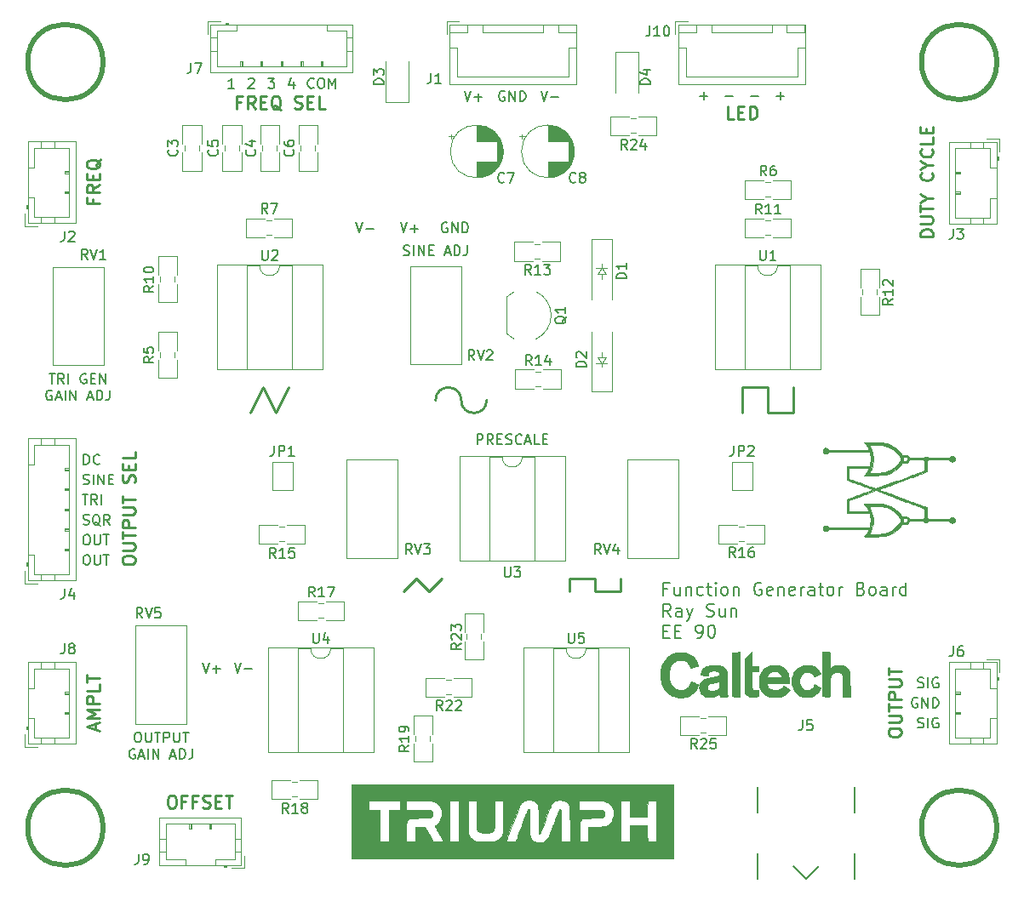
<source format=gto>
G04 #@! TF.GenerationSoftware,KiCad,Pcbnew,(5.1.2)-1*
G04 #@! TF.CreationDate,2019-05-14T17:46:52-07:00*
G04 #@! TF.ProjectId,triumph_main,74726975-6d70-4685-9f6d-61696e2e6b69,A*
G04 #@! TF.SameCoordinates,Original*
G04 #@! TF.FileFunction,Legend,Top*
G04 #@! TF.FilePolarity,Positive*
%FSLAX46Y46*%
G04 Gerber Fmt 4.6, Leading zero omitted, Abs format (unit mm)*
G04 Created by KiCad (PCBNEW (5.1.2)-1) date 2019-05-14 17:46:52*
%MOMM*%
%LPD*%
G04 APERTURE LIST*
%ADD10C,0.254000*%
%ADD11C,0.150000*%
%ADD12C,0.203200*%
%ADD13C,0.500000*%
%ADD14C,0.120000*%
%ADD15C,0.010000*%
%ADD16C,0.100000*%
G04 APERTURE END LIST*
D10*
X166569571Y-67630523D02*
X165964809Y-67630523D01*
X165964809Y-66360523D01*
X166992904Y-66965285D02*
X167416238Y-66965285D01*
X167597666Y-67630523D02*
X166992904Y-67630523D01*
X166992904Y-66360523D01*
X167597666Y-66360523D01*
X168141952Y-67630523D02*
X168141952Y-66360523D01*
X168444333Y-66360523D01*
X168625761Y-66421000D01*
X168746714Y-66541952D01*
X168807190Y-66662904D01*
X168867666Y-66904809D01*
X168867666Y-67086238D01*
X168807190Y-67328142D01*
X168746714Y-67449095D01*
X168625761Y-67570047D01*
X168444333Y-67630523D01*
X168141952Y-67630523D01*
D11*
X168275047Y-65349428D02*
X169036952Y-65349428D01*
X165735047Y-65349428D02*
X166496952Y-65349428D01*
X170815047Y-65349428D02*
X171576952Y-65349428D01*
X171196000Y-65730380D02*
X171196000Y-64968476D01*
X163195047Y-65349428D02*
X163956952Y-65349428D01*
X163576000Y-65730380D02*
X163576000Y-64968476D01*
X138049095Y-77986000D02*
X137953857Y-77938380D01*
X137811000Y-77938380D01*
X137668142Y-77986000D01*
X137572904Y-78081238D01*
X137525285Y-78176476D01*
X137477666Y-78366952D01*
X137477666Y-78509809D01*
X137525285Y-78700285D01*
X137572904Y-78795523D01*
X137668142Y-78890761D01*
X137811000Y-78938380D01*
X137906238Y-78938380D01*
X138049095Y-78890761D01*
X138096714Y-78843142D01*
X138096714Y-78509809D01*
X137906238Y-78509809D01*
X138525285Y-78938380D02*
X138525285Y-77938380D01*
X139096714Y-78938380D01*
X139096714Y-77938380D01*
X139572904Y-78938380D02*
X139572904Y-77938380D01*
X139811000Y-77938380D01*
X139953857Y-77986000D01*
X140049095Y-78081238D01*
X140096714Y-78176476D01*
X140144333Y-78366952D01*
X140144333Y-78509809D01*
X140096714Y-78700285D01*
X140049095Y-78795523D01*
X139953857Y-78890761D01*
X139811000Y-78938380D01*
X139572904Y-78938380D01*
X113728619Y-121753380D02*
X114061952Y-122753380D01*
X114395285Y-121753380D01*
X114728619Y-122372428D02*
X115490523Y-122372428D01*
X115109571Y-122753380D02*
X115109571Y-121991476D01*
X116903619Y-121753380D02*
X117236952Y-122753380D01*
X117570285Y-121753380D01*
X117903619Y-122372428D02*
X118665523Y-122372428D01*
X128968619Y-77938380D02*
X129301952Y-78938380D01*
X129635285Y-77938380D01*
X129968619Y-78557428D02*
X130730523Y-78557428D01*
X133413619Y-77938380D02*
X133746952Y-78938380D01*
X134080285Y-77938380D01*
X134413619Y-78557428D02*
X135175523Y-78557428D01*
X134794571Y-78938380D02*
X134794571Y-78176476D01*
D10*
X181930523Y-128784047D02*
X181930523Y-128542142D01*
X181991000Y-128421190D01*
X182111952Y-128300238D01*
X182353857Y-128239761D01*
X182777190Y-128239761D01*
X183019095Y-128300238D01*
X183140047Y-128421190D01*
X183200523Y-128542142D01*
X183200523Y-128784047D01*
X183140047Y-128905000D01*
X183019095Y-129025952D01*
X182777190Y-129086428D01*
X182353857Y-129086428D01*
X182111952Y-129025952D01*
X181991000Y-128905000D01*
X181930523Y-128784047D01*
X181930523Y-127695476D02*
X182958619Y-127695476D01*
X183079571Y-127635000D01*
X183140047Y-127574523D01*
X183200523Y-127453571D01*
X183200523Y-127211666D01*
X183140047Y-127090714D01*
X183079571Y-127030238D01*
X182958619Y-126969761D01*
X181930523Y-126969761D01*
X181930523Y-126546428D02*
X181930523Y-125820714D01*
X183200523Y-126183571D02*
X181930523Y-126183571D01*
X183200523Y-125397380D02*
X181930523Y-125397380D01*
X181930523Y-124913571D01*
X181991000Y-124792619D01*
X182051476Y-124732142D01*
X182172428Y-124671666D01*
X182353857Y-124671666D01*
X182474809Y-124732142D01*
X182535285Y-124792619D01*
X182595761Y-124913571D01*
X182595761Y-125397380D01*
X181930523Y-124127380D02*
X182958619Y-124127380D01*
X183079571Y-124066904D01*
X183140047Y-124006428D01*
X183200523Y-123885476D01*
X183200523Y-123643571D01*
X183140047Y-123522619D01*
X183079571Y-123462142D01*
X182958619Y-123401666D01*
X181930523Y-123401666D01*
X181930523Y-122978333D02*
X181930523Y-122252619D01*
X183200523Y-122615476D02*
X181930523Y-122615476D01*
X186375523Y-79326619D02*
X185105523Y-79326619D01*
X185105523Y-79024238D01*
X185166000Y-78842809D01*
X185286952Y-78721857D01*
X185407904Y-78661380D01*
X185649809Y-78600904D01*
X185831238Y-78600904D01*
X186073142Y-78661380D01*
X186194095Y-78721857D01*
X186315047Y-78842809D01*
X186375523Y-79024238D01*
X186375523Y-79326619D01*
X185105523Y-78056619D02*
X186133619Y-78056619D01*
X186254571Y-77996142D01*
X186315047Y-77935666D01*
X186375523Y-77814714D01*
X186375523Y-77572809D01*
X186315047Y-77451857D01*
X186254571Y-77391380D01*
X186133619Y-77330904D01*
X185105523Y-77330904D01*
X185105523Y-76907571D02*
X185105523Y-76181857D01*
X186375523Y-76544714D02*
X185105523Y-76544714D01*
X185770761Y-75516619D02*
X186375523Y-75516619D01*
X185105523Y-75939952D02*
X185770761Y-75516619D01*
X185105523Y-75093285D01*
X186254571Y-72976619D02*
X186315047Y-73037095D01*
X186375523Y-73218523D01*
X186375523Y-73339476D01*
X186315047Y-73520904D01*
X186194095Y-73641857D01*
X186073142Y-73702333D01*
X185831238Y-73762809D01*
X185649809Y-73762809D01*
X185407904Y-73702333D01*
X185286952Y-73641857D01*
X185166000Y-73520904D01*
X185105523Y-73339476D01*
X185105523Y-73218523D01*
X185166000Y-73037095D01*
X185226476Y-72976619D01*
X185770761Y-72190428D02*
X186375523Y-72190428D01*
X185105523Y-72613761D02*
X185770761Y-72190428D01*
X185105523Y-71767095D01*
X186254571Y-70618047D02*
X186315047Y-70678523D01*
X186375523Y-70859952D01*
X186375523Y-70980904D01*
X186315047Y-71162333D01*
X186194095Y-71283285D01*
X186073142Y-71343761D01*
X185831238Y-71404238D01*
X185649809Y-71404238D01*
X185407904Y-71343761D01*
X185286952Y-71283285D01*
X185166000Y-71162333D01*
X185105523Y-70980904D01*
X185105523Y-70859952D01*
X185166000Y-70678523D01*
X185226476Y-70618047D01*
X186375523Y-69469000D02*
X186375523Y-70073761D01*
X185105523Y-70073761D01*
X185710285Y-69045666D02*
X185710285Y-68622333D01*
X186375523Y-68440904D02*
X186375523Y-69045666D01*
X185105523Y-69045666D01*
X185105523Y-68440904D01*
D11*
X141049809Y-100020380D02*
X141049809Y-99020380D01*
X141430761Y-99020380D01*
X141526000Y-99068000D01*
X141573619Y-99115619D01*
X141621238Y-99210857D01*
X141621238Y-99353714D01*
X141573619Y-99448952D01*
X141526000Y-99496571D01*
X141430761Y-99544190D01*
X141049809Y-99544190D01*
X142621238Y-100020380D02*
X142287904Y-99544190D01*
X142049809Y-100020380D02*
X142049809Y-99020380D01*
X142430761Y-99020380D01*
X142526000Y-99068000D01*
X142573619Y-99115619D01*
X142621238Y-99210857D01*
X142621238Y-99353714D01*
X142573619Y-99448952D01*
X142526000Y-99496571D01*
X142430761Y-99544190D01*
X142049809Y-99544190D01*
X143049809Y-99496571D02*
X143383142Y-99496571D01*
X143526000Y-100020380D02*
X143049809Y-100020380D01*
X143049809Y-99020380D01*
X143526000Y-99020380D01*
X143906952Y-99972761D02*
X144049809Y-100020380D01*
X144287904Y-100020380D01*
X144383142Y-99972761D01*
X144430761Y-99925142D01*
X144478380Y-99829904D01*
X144478380Y-99734666D01*
X144430761Y-99639428D01*
X144383142Y-99591809D01*
X144287904Y-99544190D01*
X144097428Y-99496571D01*
X144002190Y-99448952D01*
X143954571Y-99401333D01*
X143906952Y-99306095D01*
X143906952Y-99210857D01*
X143954571Y-99115619D01*
X144002190Y-99068000D01*
X144097428Y-99020380D01*
X144335523Y-99020380D01*
X144478380Y-99068000D01*
X145478380Y-99925142D02*
X145430761Y-99972761D01*
X145287904Y-100020380D01*
X145192666Y-100020380D01*
X145049809Y-99972761D01*
X144954571Y-99877523D01*
X144906952Y-99782285D01*
X144859333Y-99591809D01*
X144859333Y-99448952D01*
X144906952Y-99258476D01*
X144954571Y-99163238D01*
X145049809Y-99068000D01*
X145192666Y-99020380D01*
X145287904Y-99020380D01*
X145430761Y-99068000D01*
X145478380Y-99115619D01*
X145859333Y-99734666D02*
X146335523Y-99734666D01*
X145764095Y-100020380D02*
X146097428Y-99020380D01*
X146430761Y-100020380D01*
X147240285Y-100020380D02*
X146764095Y-100020380D01*
X146764095Y-99020380D01*
X147573619Y-99496571D02*
X147906952Y-99496571D01*
X148049809Y-100020380D02*
X147573619Y-100020380D01*
X147573619Y-99020380D01*
X148049809Y-99020380D01*
X107196238Y-128675380D02*
X107386714Y-128675380D01*
X107481952Y-128723000D01*
X107577190Y-128818238D01*
X107624809Y-129008714D01*
X107624809Y-129342047D01*
X107577190Y-129532523D01*
X107481952Y-129627761D01*
X107386714Y-129675380D01*
X107196238Y-129675380D01*
X107101000Y-129627761D01*
X107005761Y-129532523D01*
X106958142Y-129342047D01*
X106958142Y-129008714D01*
X107005761Y-128818238D01*
X107101000Y-128723000D01*
X107196238Y-128675380D01*
X108053380Y-128675380D02*
X108053380Y-129484904D01*
X108101000Y-129580142D01*
X108148619Y-129627761D01*
X108243857Y-129675380D01*
X108434333Y-129675380D01*
X108529571Y-129627761D01*
X108577190Y-129580142D01*
X108624809Y-129484904D01*
X108624809Y-128675380D01*
X108958142Y-128675380D02*
X109529571Y-128675380D01*
X109243857Y-129675380D02*
X109243857Y-128675380D01*
X109862904Y-129675380D02*
X109862904Y-128675380D01*
X110243857Y-128675380D01*
X110339095Y-128723000D01*
X110386714Y-128770619D01*
X110434333Y-128865857D01*
X110434333Y-129008714D01*
X110386714Y-129103952D01*
X110339095Y-129151571D01*
X110243857Y-129199190D01*
X109862904Y-129199190D01*
X110862904Y-128675380D02*
X110862904Y-129484904D01*
X110910523Y-129580142D01*
X110958142Y-129627761D01*
X111053380Y-129675380D01*
X111243857Y-129675380D01*
X111339095Y-129627761D01*
X111386714Y-129580142D01*
X111434333Y-129484904D01*
X111434333Y-128675380D01*
X111767666Y-128675380D02*
X112339095Y-128675380D01*
X112053380Y-129675380D02*
X112053380Y-128675380D01*
X106981952Y-130373000D02*
X106886714Y-130325380D01*
X106743857Y-130325380D01*
X106601000Y-130373000D01*
X106505761Y-130468238D01*
X106458142Y-130563476D01*
X106410523Y-130753952D01*
X106410523Y-130896809D01*
X106458142Y-131087285D01*
X106505761Y-131182523D01*
X106601000Y-131277761D01*
X106743857Y-131325380D01*
X106839095Y-131325380D01*
X106981952Y-131277761D01*
X107029571Y-131230142D01*
X107029571Y-130896809D01*
X106839095Y-130896809D01*
X107410523Y-131039666D02*
X107886714Y-131039666D01*
X107315285Y-131325380D02*
X107648619Y-130325380D01*
X107981952Y-131325380D01*
X108315285Y-131325380D02*
X108315285Y-130325380D01*
X108791476Y-131325380D02*
X108791476Y-130325380D01*
X109362904Y-131325380D01*
X109362904Y-130325380D01*
X110553380Y-131039666D02*
X111029571Y-131039666D01*
X110458142Y-131325380D02*
X110791476Y-130325380D01*
X111124809Y-131325380D01*
X111458142Y-131325380D02*
X111458142Y-130325380D01*
X111696238Y-130325380D01*
X111839095Y-130373000D01*
X111934333Y-130468238D01*
X111981952Y-130563476D01*
X112029571Y-130753952D01*
X112029571Y-130896809D01*
X111981952Y-131087285D01*
X111934333Y-131182523D01*
X111839095Y-131277761D01*
X111696238Y-131325380D01*
X111458142Y-131325380D01*
X112743857Y-130325380D02*
X112743857Y-131039666D01*
X112696238Y-131182523D01*
X112601000Y-131277761D01*
X112458142Y-131325380D01*
X112362904Y-131325380D01*
X133715523Y-81176761D02*
X133858380Y-81224380D01*
X134096476Y-81224380D01*
X134191714Y-81176761D01*
X134239333Y-81129142D01*
X134286952Y-81033904D01*
X134286952Y-80938666D01*
X134239333Y-80843428D01*
X134191714Y-80795809D01*
X134096476Y-80748190D01*
X133906000Y-80700571D01*
X133810761Y-80652952D01*
X133763142Y-80605333D01*
X133715523Y-80510095D01*
X133715523Y-80414857D01*
X133763142Y-80319619D01*
X133810761Y-80272000D01*
X133906000Y-80224380D01*
X134144095Y-80224380D01*
X134286952Y-80272000D01*
X134715523Y-81224380D02*
X134715523Y-80224380D01*
X135191714Y-81224380D02*
X135191714Y-80224380D01*
X135763142Y-81224380D01*
X135763142Y-80224380D01*
X136239333Y-80700571D02*
X136572666Y-80700571D01*
X136715523Y-81224380D02*
X136239333Y-81224380D01*
X136239333Y-80224380D01*
X136715523Y-80224380D01*
X137858380Y-80938666D02*
X138334571Y-80938666D01*
X137763142Y-81224380D02*
X138096476Y-80224380D01*
X138429809Y-81224380D01*
X138763142Y-81224380D02*
X138763142Y-80224380D01*
X139001238Y-80224380D01*
X139144095Y-80272000D01*
X139239333Y-80367238D01*
X139286952Y-80462476D01*
X139334571Y-80652952D01*
X139334571Y-80795809D01*
X139286952Y-80986285D01*
X139239333Y-81081523D01*
X139144095Y-81176761D01*
X139001238Y-81224380D01*
X138763142Y-81224380D01*
X140048857Y-80224380D02*
X140048857Y-80938666D01*
X140001238Y-81081523D01*
X139906000Y-81176761D01*
X139763142Y-81224380D01*
X139667904Y-81224380D01*
X98465047Y-92988380D02*
X99036476Y-92988380D01*
X98750761Y-93988380D02*
X98750761Y-92988380D01*
X99941238Y-93988380D02*
X99607904Y-93512190D01*
X99369809Y-93988380D02*
X99369809Y-92988380D01*
X99750761Y-92988380D01*
X99846000Y-93036000D01*
X99893619Y-93083619D01*
X99941238Y-93178857D01*
X99941238Y-93321714D01*
X99893619Y-93416952D01*
X99846000Y-93464571D01*
X99750761Y-93512190D01*
X99369809Y-93512190D01*
X100369809Y-93988380D02*
X100369809Y-92988380D01*
X102131714Y-93036000D02*
X102036476Y-92988380D01*
X101893619Y-92988380D01*
X101750761Y-93036000D01*
X101655523Y-93131238D01*
X101607904Y-93226476D01*
X101560285Y-93416952D01*
X101560285Y-93559809D01*
X101607904Y-93750285D01*
X101655523Y-93845523D01*
X101750761Y-93940761D01*
X101893619Y-93988380D01*
X101988857Y-93988380D01*
X102131714Y-93940761D01*
X102179333Y-93893142D01*
X102179333Y-93559809D01*
X101988857Y-93559809D01*
X102607904Y-93464571D02*
X102941238Y-93464571D01*
X103084095Y-93988380D02*
X102607904Y-93988380D01*
X102607904Y-92988380D01*
X103084095Y-92988380D01*
X103512666Y-93988380D02*
X103512666Y-92988380D01*
X104084095Y-93988380D01*
X104084095Y-92988380D01*
X98726952Y-94686000D02*
X98631714Y-94638380D01*
X98488857Y-94638380D01*
X98346000Y-94686000D01*
X98250761Y-94781238D01*
X98203142Y-94876476D01*
X98155523Y-95066952D01*
X98155523Y-95209809D01*
X98203142Y-95400285D01*
X98250761Y-95495523D01*
X98346000Y-95590761D01*
X98488857Y-95638380D01*
X98584095Y-95638380D01*
X98726952Y-95590761D01*
X98774571Y-95543142D01*
X98774571Y-95209809D01*
X98584095Y-95209809D01*
X99155523Y-95352666D02*
X99631714Y-95352666D01*
X99060285Y-95638380D02*
X99393619Y-94638380D01*
X99726952Y-95638380D01*
X100060285Y-95638380D02*
X100060285Y-94638380D01*
X100536476Y-95638380D02*
X100536476Y-94638380D01*
X101107904Y-95638380D01*
X101107904Y-94638380D01*
X102298380Y-95352666D02*
X102774571Y-95352666D01*
X102203142Y-95638380D02*
X102536476Y-94638380D01*
X102869809Y-95638380D01*
X103203142Y-95638380D02*
X103203142Y-94638380D01*
X103441238Y-94638380D01*
X103584095Y-94686000D01*
X103679333Y-94781238D01*
X103726952Y-94876476D01*
X103774571Y-95066952D01*
X103774571Y-95209809D01*
X103726952Y-95400285D01*
X103679333Y-95495523D01*
X103584095Y-95590761D01*
X103441238Y-95638380D01*
X103203142Y-95638380D01*
X104488857Y-94638380D02*
X104488857Y-95352666D01*
X104441238Y-95495523D01*
X104346000Y-95590761D01*
X104203142Y-95638380D01*
X104107904Y-95638380D01*
X124793285Y-64492142D02*
X124745666Y-64539761D01*
X124602809Y-64587380D01*
X124507571Y-64587380D01*
X124364714Y-64539761D01*
X124269476Y-64444523D01*
X124221857Y-64349285D01*
X124174238Y-64158809D01*
X124174238Y-64015952D01*
X124221857Y-63825476D01*
X124269476Y-63730238D01*
X124364714Y-63635000D01*
X124507571Y-63587380D01*
X124602809Y-63587380D01*
X124745666Y-63635000D01*
X124793285Y-63682619D01*
X125412333Y-63587380D02*
X125602809Y-63587380D01*
X125698047Y-63635000D01*
X125793285Y-63730238D01*
X125840904Y-63920714D01*
X125840904Y-64254047D01*
X125793285Y-64444523D01*
X125698047Y-64539761D01*
X125602809Y-64587380D01*
X125412333Y-64587380D01*
X125317095Y-64539761D01*
X125221857Y-64444523D01*
X125174238Y-64254047D01*
X125174238Y-63920714D01*
X125221857Y-63730238D01*
X125317095Y-63635000D01*
X125412333Y-63587380D01*
X126269476Y-64587380D02*
X126269476Y-63587380D01*
X126602809Y-64301666D01*
X126936142Y-63587380D01*
X126936142Y-64587380D01*
X122769476Y-63920714D02*
X122769476Y-64587380D01*
X122531380Y-63539761D02*
X122293285Y-64254047D01*
X122912333Y-64254047D01*
X120245666Y-63587380D02*
X120864714Y-63587380D01*
X120531380Y-63968333D01*
X120674238Y-63968333D01*
X120769476Y-64015952D01*
X120817095Y-64063571D01*
X120864714Y-64158809D01*
X120864714Y-64396904D01*
X120817095Y-64492142D01*
X120769476Y-64539761D01*
X120674238Y-64587380D01*
X120388523Y-64587380D01*
X120293285Y-64539761D01*
X120245666Y-64492142D01*
X118293285Y-63682619D02*
X118340904Y-63635000D01*
X118436142Y-63587380D01*
X118674238Y-63587380D01*
X118769476Y-63635000D01*
X118817095Y-63682619D01*
X118864714Y-63777857D01*
X118864714Y-63873095D01*
X118817095Y-64015952D01*
X118245666Y-64587380D01*
X118864714Y-64587380D01*
X116864714Y-64587380D02*
X116293285Y-64587380D01*
X116579000Y-64587380D02*
X116579000Y-63587380D01*
X116483761Y-63730238D01*
X116388523Y-63825476D01*
X116293285Y-63873095D01*
X102097071Y-111018380D02*
X102287547Y-111018380D01*
X102382785Y-111066000D01*
X102478023Y-111161238D01*
X102525642Y-111351714D01*
X102525642Y-111685047D01*
X102478023Y-111875523D01*
X102382785Y-111970761D01*
X102287547Y-112018380D01*
X102097071Y-112018380D01*
X102001833Y-111970761D01*
X101906595Y-111875523D01*
X101858976Y-111685047D01*
X101858976Y-111351714D01*
X101906595Y-111161238D01*
X102001833Y-111066000D01*
X102097071Y-111018380D01*
X102954214Y-111018380D02*
X102954214Y-111827904D01*
X103001833Y-111923142D01*
X103049452Y-111970761D01*
X103144690Y-112018380D01*
X103335166Y-112018380D01*
X103430404Y-111970761D01*
X103478023Y-111923142D01*
X103525642Y-111827904D01*
X103525642Y-111018380D01*
X103858976Y-111018380D02*
X104430404Y-111018380D01*
X104144690Y-112018380D02*
X104144690Y-111018380D01*
X102097071Y-109018380D02*
X102287547Y-109018380D01*
X102382785Y-109066000D01*
X102478023Y-109161238D01*
X102525642Y-109351714D01*
X102525642Y-109685047D01*
X102478023Y-109875523D01*
X102382785Y-109970761D01*
X102287547Y-110018380D01*
X102097071Y-110018380D01*
X102001833Y-109970761D01*
X101906595Y-109875523D01*
X101858976Y-109685047D01*
X101858976Y-109351714D01*
X101906595Y-109161238D01*
X102001833Y-109066000D01*
X102097071Y-109018380D01*
X102954214Y-109018380D02*
X102954214Y-109827904D01*
X103001833Y-109923142D01*
X103049452Y-109970761D01*
X103144690Y-110018380D01*
X103335166Y-110018380D01*
X103430404Y-109970761D01*
X103478023Y-109923142D01*
X103525642Y-109827904D01*
X103525642Y-109018380D01*
X103858976Y-109018380D02*
X104430404Y-109018380D01*
X104144690Y-110018380D02*
X104144690Y-109018380D01*
X101858976Y-107970761D02*
X102001833Y-108018380D01*
X102239928Y-108018380D01*
X102335166Y-107970761D01*
X102382785Y-107923142D01*
X102430404Y-107827904D01*
X102430404Y-107732666D01*
X102382785Y-107637428D01*
X102335166Y-107589809D01*
X102239928Y-107542190D01*
X102049452Y-107494571D01*
X101954214Y-107446952D01*
X101906595Y-107399333D01*
X101858976Y-107304095D01*
X101858976Y-107208857D01*
X101906595Y-107113619D01*
X101954214Y-107066000D01*
X102049452Y-107018380D01*
X102287547Y-107018380D01*
X102430404Y-107066000D01*
X103525642Y-108113619D02*
X103430404Y-108066000D01*
X103335166Y-107970761D01*
X103192309Y-107827904D01*
X103097071Y-107780285D01*
X103001833Y-107780285D01*
X103049452Y-108018380D02*
X102954214Y-107970761D01*
X102858976Y-107875523D01*
X102811357Y-107685047D01*
X102811357Y-107351714D01*
X102858976Y-107161238D01*
X102954214Y-107066000D01*
X103049452Y-107018380D01*
X103239928Y-107018380D01*
X103335166Y-107066000D01*
X103430404Y-107161238D01*
X103478023Y-107351714D01*
X103478023Y-107685047D01*
X103430404Y-107875523D01*
X103335166Y-107970761D01*
X103239928Y-108018380D01*
X103049452Y-108018380D01*
X104478023Y-108018380D02*
X104144690Y-107542190D01*
X103906595Y-108018380D02*
X103906595Y-107018380D01*
X104287547Y-107018380D01*
X104382785Y-107066000D01*
X104430404Y-107113619D01*
X104478023Y-107208857D01*
X104478023Y-107351714D01*
X104430404Y-107446952D01*
X104382785Y-107494571D01*
X104287547Y-107542190D01*
X103906595Y-107542190D01*
X101763738Y-105018380D02*
X102335166Y-105018380D01*
X102049452Y-106018380D02*
X102049452Y-105018380D01*
X103239928Y-106018380D02*
X102906595Y-105542190D01*
X102668500Y-106018380D02*
X102668500Y-105018380D01*
X103049452Y-105018380D01*
X103144690Y-105066000D01*
X103192309Y-105113619D01*
X103239928Y-105208857D01*
X103239928Y-105351714D01*
X103192309Y-105446952D01*
X103144690Y-105494571D01*
X103049452Y-105542190D01*
X102668500Y-105542190D01*
X103668500Y-106018380D02*
X103668500Y-105018380D01*
X101858976Y-103970761D02*
X102001833Y-104018380D01*
X102239928Y-104018380D01*
X102335166Y-103970761D01*
X102382785Y-103923142D01*
X102430404Y-103827904D01*
X102430404Y-103732666D01*
X102382785Y-103637428D01*
X102335166Y-103589809D01*
X102239928Y-103542190D01*
X102049452Y-103494571D01*
X101954214Y-103446952D01*
X101906595Y-103399333D01*
X101858976Y-103304095D01*
X101858976Y-103208857D01*
X101906595Y-103113619D01*
X101954214Y-103066000D01*
X102049452Y-103018380D01*
X102287547Y-103018380D01*
X102430404Y-103066000D01*
X102858976Y-104018380D02*
X102858976Y-103018380D01*
X103335166Y-104018380D02*
X103335166Y-103018380D01*
X103906595Y-104018380D01*
X103906595Y-103018380D01*
X104382785Y-103494571D02*
X104716119Y-103494571D01*
X104858976Y-104018380D02*
X104382785Y-104018380D01*
X104382785Y-103018380D01*
X104858976Y-103018380D01*
X101906595Y-102018380D02*
X101906595Y-101018380D01*
X102144690Y-101018380D01*
X102287547Y-101066000D01*
X102382785Y-101161238D01*
X102430404Y-101256476D01*
X102478023Y-101446952D01*
X102478023Y-101589809D01*
X102430404Y-101780285D01*
X102382785Y-101875523D01*
X102287547Y-101970761D01*
X102144690Y-102018380D01*
X101906595Y-102018380D01*
X103478023Y-101923142D02*
X103430404Y-101970761D01*
X103287547Y-102018380D01*
X103192309Y-102018380D01*
X103049452Y-101970761D01*
X102954214Y-101875523D01*
X102906595Y-101780285D01*
X102858976Y-101589809D01*
X102858976Y-101446952D01*
X102906595Y-101256476D01*
X102954214Y-101161238D01*
X103049452Y-101066000D01*
X103192309Y-101018380D01*
X103287547Y-101018380D01*
X103430404Y-101066000D01*
X103478023Y-101113619D01*
D10*
X105730523Y-111657190D02*
X105730523Y-111415285D01*
X105791000Y-111294333D01*
X105911952Y-111173380D01*
X106153857Y-111112904D01*
X106577190Y-111112904D01*
X106819095Y-111173380D01*
X106940047Y-111294333D01*
X107000523Y-111415285D01*
X107000523Y-111657190D01*
X106940047Y-111778142D01*
X106819095Y-111899095D01*
X106577190Y-111959571D01*
X106153857Y-111959571D01*
X105911952Y-111899095D01*
X105791000Y-111778142D01*
X105730523Y-111657190D01*
X105730523Y-110568619D02*
X106758619Y-110568619D01*
X106879571Y-110508142D01*
X106940047Y-110447666D01*
X107000523Y-110326714D01*
X107000523Y-110084809D01*
X106940047Y-109963857D01*
X106879571Y-109903380D01*
X106758619Y-109842904D01*
X105730523Y-109842904D01*
X105730523Y-109419571D02*
X105730523Y-108693857D01*
X107000523Y-109056714D02*
X105730523Y-109056714D01*
X107000523Y-108270523D02*
X105730523Y-108270523D01*
X105730523Y-107786714D01*
X105791000Y-107665761D01*
X105851476Y-107605285D01*
X105972428Y-107544809D01*
X106153857Y-107544809D01*
X106274809Y-107605285D01*
X106335285Y-107665761D01*
X106395761Y-107786714D01*
X106395761Y-108270523D01*
X105730523Y-107000523D02*
X106758619Y-107000523D01*
X106879571Y-106940047D01*
X106940047Y-106879571D01*
X107000523Y-106758619D01*
X107000523Y-106516714D01*
X106940047Y-106395761D01*
X106879571Y-106335285D01*
X106758619Y-106274809D01*
X105730523Y-106274809D01*
X105730523Y-105851476D02*
X105730523Y-105125761D01*
X107000523Y-105488619D02*
X105730523Y-105488619D01*
X106940047Y-103795285D02*
X107000523Y-103613857D01*
X107000523Y-103311476D01*
X106940047Y-103190523D01*
X106879571Y-103130047D01*
X106758619Y-103069571D01*
X106637666Y-103069571D01*
X106516714Y-103130047D01*
X106456238Y-103190523D01*
X106395761Y-103311476D01*
X106335285Y-103553380D01*
X106274809Y-103674333D01*
X106214333Y-103734809D01*
X106093380Y-103795285D01*
X105972428Y-103795285D01*
X105851476Y-103734809D01*
X105791000Y-103674333D01*
X105730523Y-103553380D01*
X105730523Y-103251000D01*
X105791000Y-103069571D01*
X106335285Y-102525285D02*
X106335285Y-102101952D01*
X107000523Y-101920523D02*
X107000523Y-102525285D01*
X105730523Y-102525285D01*
X105730523Y-101920523D01*
X107000523Y-100771476D02*
X107000523Y-101376238D01*
X105730523Y-101376238D01*
X102779285Y-75607333D02*
X102779285Y-76030666D01*
X103444523Y-76030666D02*
X102174523Y-76030666D01*
X102174523Y-75425904D01*
X103444523Y-74216380D02*
X102839761Y-74639714D01*
X103444523Y-74942095D02*
X102174523Y-74942095D01*
X102174523Y-74458285D01*
X102235000Y-74337333D01*
X102295476Y-74276857D01*
X102416428Y-74216380D01*
X102597857Y-74216380D01*
X102718809Y-74276857D01*
X102779285Y-74337333D01*
X102839761Y-74458285D01*
X102839761Y-74942095D01*
X102779285Y-73672095D02*
X102779285Y-73248761D01*
X103444523Y-73067333D02*
X103444523Y-73672095D01*
X102174523Y-73672095D01*
X102174523Y-73067333D01*
X103565476Y-71676380D02*
X103505000Y-71797333D01*
X103384047Y-71918285D01*
X103202619Y-72099714D01*
X103142142Y-72220666D01*
X103142142Y-72341619D01*
X103444523Y-72281142D02*
X103384047Y-72402095D01*
X103263095Y-72523047D01*
X103021190Y-72583523D01*
X102597857Y-72583523D01*
X102355952Y-72523047D01*
X102235000Y-72402095D01*
X102174523Y-72281142D01*
X102174523Y-72039238D01*
X102235000Y-71918285D01*
X102355952Y-71797333D01*
X102597857Y-71736857D01*
X103021190Y-71736857D01*
X103263095Y-71797333D01*
X103384047Y-71918285D01*
X103444523Y-72039238D01*
X103444523Y-72281142D01*
X117541523Y-65949285D02*
X117118190Y-65949285D01*
X117118190Y-66614523D02*
X117118190Y-65344523D01*
X117722952Y-65344523D01*
X118932476Y-66614523D02*
X118509142Y-66009761D01*
X118206761Y-66614523D02*
X118206761Y-65344523D01*
X118690571Y-65344523D01*
X118811523Y-65405000D01*
X118872000Y-65465476D01*
X118932476Y-65586428D01*
X118932476Y-65767857D01*
X118872000Y-65888809D01*
X118811523Y-65949285D01*
X118690571Y-66009761D01*
X118206761Y-66009761D01*
X119476761Y-65949285D02*
X119900095Y-65949285D01*
X120081523Y-66614523D02*
X119476761Y-66614523D01*
X119476761Y-65344523D01*
X120081523Y-65344523D01*
X121472476Y-66735476D02*
X121351523Y-66675000D01*
X121230571Y-66554047D01*
X121049142Y-66372619D01*
X120928190Y-66312142D01*
X120807238Y-66312142D01*
X120867714Y-66614523D02*
X120746761Y-66554047D01*
X120625809Y-66433095D01*
X120565333Y-66191190D01*
X120565333Y-65767857D01*
X120625809Y-65525952D01*
X120746761Y-65405000D01*
X120867714Y-65344523D01*
X121109619Y-65344523D01*
X121230571Y-65405000D01*
X121351523Y-65525952D01*
X121412000Y-65767857D01*
X121412000Y-66191190D01*
X121351523Y-66433095D01*
X121230571Y-66554047D01*
X121109619Y-66614523D01*
X120867714Y-66614523D01*
X122863428Y-66554047D02*
X123044857Y-66614523D01*
X123347238Y-66614523D01*
X123468190Y-66554047D01*
X123528666Y-66493571D01*
X123589142Y-66372619D01*
X123589142Y-66251666D01*
X123528666Y-66130714D01*
X123468190Y-66070238D01*
X123347238Y-66009761D01*
X123105333Y-65949285D01*
X122984380Y-65888809D01*
X122923904Y-65828333D01*
X122863428Y-65707380D01*
X122863428Y-65586428D01*
X122923904Y-65465476D01*
X122984380Y-65405000D01*
X123105333Y-65344523D01*
X123407714Y-65344523D01*
X123589142Y-65405000D01*
X124133428Y-65949285D02*
X124556761Y-65949285D01*
X124738190Y-66614523D02*
X124133428Y-66614523D01*
X124133428Y-65344523D01*
X124738190Y-65344523D01*
X125887238Y-66614523D02*
X125282476Y-66614523D01*
X125282476Y-65344523D01*
X103081666Y-128390952D02*
X103081666Y-127786190D01*
X103444523Y-128511904D02*
X102174523Y-128088571D01*
X103444523Y-127665238D01*
X103444523Y-127241904D02*
X102174523Y-127241904D01*
X103081666Y-126818571D01*
X102174523Y-126395238D01*
X103444523Y-126395238D01*
X103444523Y-125790476D02*
X102174523Y-125790476D01*
X102174523Y-125306666D01*
X102235000Y-125185714D01*
X102295476Y-125125238D01*
X102416428Y-125064761D01*
X102597857Y-125064761D01*
X102718809Y-125125238D01*
X102779285Y-125185714D01*
X102839761Y-125306666D01*
X102839761Y-125790476D01*
X103444523Y-123915714D02*
X103444523Y-124520476D01*
X102174523Y-124520476D01*
X102174523Y-123673809D02*
X102174523Y-122948095D01*
X103444523Y-123310952D02*
X102174523Y-123310952D01*
X110538380Y-134940523D02*
X110780285Y-134940523D01*
X110901238Y-135001000D01*
X111022190Y-135121952D01*
X111082666Y-135363857D01*
X111082666Y-135787190D01*
X111022190Y-136029095D01*
X110901238Y-136150047D01*
X110780285Y-136210523D01*
X110538380Y-136210523D01*
X110417428Y-136150047D01*
X110296476Y-136029095D01*
X110236000Y-135787190D01*
X110236000Y-135363857D01*
X110296476Y-135121952D01*
X110417428Y-135001000D01*
X110538380Y-134940523D01*
X112050285Y-135545285D02*
X111626952Y-135545285D01*
X111626952Y-136210523D02*
X111626952Y-134940523D01*
X112231714Y-134940523D01*
X113138857Y-135545285D02*
X112715523Y-135545285D01*
X112715523Y-136210523D02*
X112715523Y-134940523D01*
X113320285Y-134940523D01*
X113743619Y-136150047D02*
X113925047Y-136210523D01*
X114227428Y-136210523D01*
X114348380Y-136150047D01*
X114408857Y-136089571D01*
X114469333Y-135968619D01*
X114469333Y-135847666D01*
X114408857Y-135726714D01*
X114348380Y-135666238D01*
X114227428Y-135605761D01*
X113985523Y-135545285D01*
X113864571Y-135484809D01*
X113804095Y-135424333D01*
X113743619Y-135303380D01*
X113743619Y-135182428D01*
X113804095Y-135061476D01*
X113864571Y-135001000D01*
X113985523Y-134940523D01*
X114287904Y-134940523D01*
X114469333Y-135001000D01*
X115013619Y-135545285D02*
X115436952Y-135545285D01*
X115618380Y-136210523D02*
X115013619Y-136210523D01*
X115013619Y-134940523D01*
X115618380Y-134940523D01*
X115981238Y-134940523D02*
X116706952Y-134940523D01*
X116344095Y-136210523D02*
X116344095Y-134940523D01*
D11*
X184827785Y-125271000D02*
X184732547Y-125223380D01*
X184589690Y-125223380D01*
X184446833Y-125271000D01*
X184351595Y-125366238D01*
X184303976Y-125461476D01*
X184256357Y-125651952D01*
X184256357Y-125794809D01*
X184303976Y-125985285D01*
X184351595Y-126080523D01*
X184446833Y-126175761D01*
X184589690Y-126223380D01*
X184684928Y-126223380D01*
X184827785Y-126175761D01*
X184875404Y-126128142D01*
X184875404Y-125794809D01*
X184684928Y-125794809D01*
X185303976Y-126223380D02*
X185303976Y-125223380D01*
X185875404Y-126223380D01*
X185875404Y-125223380D01*
X186351595Y-126223380D02*
X186351595Y-125223380D01*
X186589690Y-125223380D01*
X186732547Y-125271000D01*
X186827785Y-125366238D01*
X186875404Y-125461476D01*
X186923023Y-125651952D01*
X186923023Y-125794809D01*
X186875404Y-125985285D01*
X186827785Y-126080523D01*
X186732547Y-126175761D01*
X186589690Y-126223380D01*
X186351595Y-126223380D01*
X184875404Y-128175761D02*
X185018261Y-128223380D01*
X185256357Y-128223380D01*
X185351595Y-128175761D01*
X185399214Y-128128142D01*
X185446833Y-128032904D01*
X185446833Y-127937666D01*
X185399214Y-127842428D01*
X185351595Y-127794809D01*
X185256357Y-127747190D01*
X185065880Y-127699571D01*
X184970642Y-127651952D01*
X184923023Y-127604333D01*
X184875404Y-127509095D01*
X184875404Y-127413857D01*
X184923023Y-127318619D01*
X184970642Y-127271000D01*
X185065880Y-127223380D01*
X185303976Y-127223380D01*
X185446833Y-127271000D01*
X185875404Y-128223380D02*
X185875404Y-127223380D01*
X186875404Y-127271000D02*
X186780166Y-127223380D01*
X186637309Y-127223380D01*
X186494452Y-127271000D01*
X186399214Y-127366238D01*
X186351595Y-127461476D01*
X186303976Y-127651952D01*
X186303976Y-127794809D01*
X186351595Y-127985285D01*
X186399214Y-128080523D01*
X186494452Y-128175761D01*
X186637309Y-128223380D01*
X186732547Y-128223380D01*
X186875404Y-128175761D01*
X186923023Y-128128142D01*
X186923023Y-127794809D01*
X186732547Y-127794809D01*
X184875404Y-124175761D02*
X185018261Y-124223380D01*
X185256357Y-124223380D01*
X185351595Y-124175761D01*
X185399214Y-124128142D01*
X185446833Y-124032904D01*
X185446833Y-123937666D01*
X185399214Y-123842428D01*
X185351595Y-123794809D01*
X185256357Y-123747190D01*
X185065880Y-123699571D01*
X184970642Y-123651952D01*
X184923023Y-123604333D01*
X184875404Y-123509095D01*
X184875404Y-123413857D01*
X184923023Y-123318619D01*
X184970642Y-123271000D01*
X185065880Y-123223380D01*
X185303976Y-123223380D01*
X185446833Y-123271000D01*
X185875404Y-124223380D02*
X185875404Y-123223380D01*
X186875404Y-123271000D02*
X186780166Y-123223380D01*
X186637309Y-123223380D01*
X186494452Y-123271000D01*
X186399214Y-123366238D01*
X186351595Y-123461476D01*
X186303976Y-123651952D01*
X186303976Y-123794809D01*
X186351595Y-123985285D01*
X186399214Y-124080523D01*
X186494452Y-124175761D01*
X186637309Y-124223380D01*
X186732547Y-124223380D01*
X186875404Y-124175761D01*
X186923023Y-124128142D01*
X186923023Y-123794809D01*
X186732547Y-123794809D01*
X147383619Y-64857380D02*
X147716952Y-65857380D01*
X148050285Y-64857380D01*
X148383619Y-65476428D02*
X149145523Y-65476428D01*
X143764095Y-64905000D02*
X143668857Y-64857380D01*
X143526000Y-64857380D01*
X143383142Y-64905000D01*
X143287904Y-65000238D01*
X143240285Y-65095476D01*
X143192666Y-65285952D01*
X143192666Y-65428809D01*
X143240285Y-65619285D01*
X143287904Y-65714523D01*
X143383142Y-65809761D01*
X143526000Y-65857380D01*
X143621238Y-65857380D01*
X143764095Y-65809761D01*
X143811714Y-65762142D01*
X143811714Y-65428809D01*
X143621238Y-65428809D01*
X144240285Y-65857380D02*
X144240285Y-64857380D01*
X144811714Y-65857380D01*
X144811714Y-64857380D01*
X145287904Y-65857380D02*
X145287904Y-64857380D01*
X145526000Y-64857380D01*
X145668857Y-64905000D01*
X145764095Y-65000238D01*
X145811714Y-65095476D01*
X145859333Y-65285952D01*
X145859333Y-65428809D01*
X145811714Y-65619285D01*
X145764095Y-65714523D01*
X145668857Y-65809761D01*
X145526000Y-65857380D01*
X145287904Y-65857380D01*
X139763619Y-64857380D02*
X140096952Y-65857380D01*
X140430285Y-64857380D01*
X140763619Y-65476428D02*
X141525523Y-65476428D01*
X141144571Y-65857380D02*
X141144571Y-65095476D01*
D10*
X155321000Y-114681000D02*
X155321000Y-113411000D01*
X152781000Y-114681000D02*
X155321000Y-114681000D01*
X152781000Y-113411000D02*
X152781000Y-114681000D01*
X150241000Y-114681000D02*
X150241000Y-113411000D01*
X150241000Y-113411000D02*
X152781000Y-113411000D01*
X136271000Y-114681000D02*
X137541000Y-113411000D01*
X135001000Y-113411000D02*
X136271000Y-114681000D01*
X133731000Y-114681000D02*
X135001000Y-113411000D01*
X172466000Y-96901000D02*
X172466000Y-94361000D01*
X169926000Y-96901000D02*
X172466000Y-96901000D01*
X169926000Y-94361000D02*
X169926000Y-96901000D01*
X167386000Y-94361000D02*
X169926000Y-94361000D01*
X167386000Y-96901000D02*
X167386000Y-94361000D01*
X141986000Y-95631000D02*
G75*
G02X139446000Y-95631000I-1270000J0D01*
G01*
X136906000Y-95631000D02*
G75*
G02X139446000Y-95631000I1270000J0D01*
G01*
X121031000Y-96901000D02*
X122301000Y-94361000D01*
X119761000Y-94361000D02*
X121031000Y-96901000D01*
X118491000Y-96901000D02*
X119761000Y-94361000D01*
D12*
X159988794Y-114387085D02*
X159565460Y-114387085D01*
X159565460Y-115052323D02*
X159565460Y-113782323D01*
X160170222Y-113782323D01*
X161198318Y-114205657D02*
X161198318Y-115052323D01*
X160654032Y-114205657D02*
X160654032Y-114870895D01*
X160714508Y-114991847D01*
X160835460Y-115052323D01*
X161016889Y-115052323D01*
X161137841Y-114991847D01*
X161198318Y-114931371D01*
X161803080Y-114205657D02*
X161803080Y-115052323D01*
X161803080Y-114326609D02*
X161863556Y-114266133D01*
X161984508Y-114205657D01*
X162165937Y-114205657D01*
X162286889Y-114266133D01*
X162347365Y-114387085D01*
X162347365Y-115052323D01*
X163496413Y-114991847D02*
X163375460Y-115052323D01*
X163133556Y-115052323D01*
X163012603Y-114991847D01*
X162952127Y-114931371D01*
X162891651Y-114810419D01*
X162891651Y-114447561D01*
X162952127Y-114326609D01*
X163012603Y-114266133D01*
X163133556Y-114205657D01*
X163375460Y-114205657D01*
X163496413Y-114266133D01*
X163859270Y-114205657D02*
X164343080Y-114205657D01*
X164040699Y-113782323D02*
X164040699Y-114870895D01*
X164101175Y-114991847D01*
X164222127Y-115052323D01*
X164343080Y-115052323D01*
X164766413Y-115052323D02*
X164766413Y-114205657D01*
X164766413Y-113782323D02*
X164705937Y-113842800D01*
X164766413Y-113903276D01*
X164826889Y-113842800D01*
X164766413Y-113782323D01*
X164766413Y-113903276D01*
X165552603Y-115052323D02*
X165431651Y-114991847D01*
X165371175Y-114931371D01*
X165310699Y-114810419D01*
X165310699Y-114447561D01*
X165371175Y-114326609D01*
X165431651Y-114266133D01*
X165552603Y-114205657D01*
X165734032Y-114205657D01*
X165854984Y-114266133D01*
X165915460Y-114326609D01*
X165975937Y-114447561D01*
X165975937Y-114810419D01*
X165915460Y-114931371D01*
X165854984Y-114991847D01*
X165734032Y-115052323D01*
X165552603Y-115052323D01*
X166520222Y-114205657D02*
X166520222Y-115052323D01*
X166520222Y-114326609D02*
X166580699Y-114266133D01*
X166701651Y-114205657D01*
X166883080Y-114205657D01*
X167004032Y-114266133D01*
X167064508Y-114387085D01*
X167064508Y-115052323D01*
X169302127Y-113842800D02*
X169181175Y-113782323D01*
X168999746Y-113782323D01*
X168818318Y-113842800D01*
X168697365Y-113963752D01*
X168636889Y-114084704D01*
X168576413Y-114326609D01*
X168576413Y-114508038D01*
X168636889Y-114749942D01*
X168697365Y-114870895D01*
X168818318Y-114991847D01*
X168999746Y-115052323D01*
X169120699Y-115052323D01*
X169302127Y-114991847D01*
X169362603Y-114931371D01*
X169362603Y-114508038D01*
X169120699Y-114508038D01*
X170390699Y-114991847D02*
X170269746Y-115052323D01*
X170027841Y-115052323D01*
X169906889Y-114991847D01*
X169846413Y-114870895D01*
X169846413Y-114387085D01*
X169906889Y-114266133D01*
X170027841Y-114205657D01*
X170269746Y-114205657D01*
X170390699Y-114266133D01*
X170451175Y-114387085D01*
X170451175Y-114508038D01*
X169846413Y-114628990D01*
X170995460Y-114205657D02*
X170995460Y-115052323D01*
X170995460Y-114326609D02*
X171055937Y-114266133D01*
X171176889Y-114205657D01*
X171358318Y-114205657D01*
X171479270Y-114266133D01*
X171539746Y-114387085D01*
X171539746Y-115052323D01*
X172628318Y-114991847D02*
X172507365Y-115052323D01*
X172265460Y-115052323D01*
X172144508Y-114991847D01*
X172084032Y-114870895D01*
X172084032Y-114387085D01*
X172144508Y-114266133D01*
X172265460Y-114205657D01*
X172507365Y-114205657D01*
X172628318Y-114266133D01*
X172688794Y-114387085D01*
X172688794Y-114508038D01*
X172084032Y-114628990D01*
X173233080Y-115052323D02*
X173233080Y-114205657D01*
X173233080Y-114447561D02*
X173293556Y-114326609D01*
X173354032Y-114266133D01*
X173474984Y-114205657D01*
X173595937Y-114205657D01*
X174563556Y-115052323D02*
X174563556Y-114387085D01*
X174503080Y-114266133D01*
X174382127Y-114205657D01*
X174140222Y-114205657D01*
X174019270Y-114266133D01*
X174563556Y-114991847D02*
X174442603Y-115052323D01*
X174140222Y-115052323D01*
X174019270Y-114991847D01*
X173958794Y-114870895D01*
X173958794Y-114749942D01*
X174019270Y-114628990D01*
X174140222Y-114568514D01*
X174442603Y-114568514D01*
X174563556Y-114508038D01*
X174986889Y-114205657D02*
X175470699Y-114205657D01*
X175168318Y-113782323D02*
X175168318Y-114870895D01*
X175228794Y-114991847D01*
X175349746Y-115052323D01*
X175470699Y-115052323D01*
X176075460Y-115052323D02*
X175954508Y-114991847D01*
X175894032Y-114931371D01*
X175833556Y-114810419D01*
X175833556Y-114447561D01*
X175894032Y-114326609D01*
X175954508Y-114266133D01*
X176075460Y-114205657D01*
X176256889Y-114205657D01*
X176377841Y-114266133D01*
X176438318Y-114326609D01*
X176498794Y-114447561D01*
X176498794Y-114810419D01*
X176438318Y-114931371D01*
X176377841Y-114991847D01*
X176256889Y-115052323D01*
X176075460Y-115052323D01*
X177043080Y-115052323D02*
X177043080Y-114205657D01*
X177043080Y-114447561D02*
X177103556Y-114326609D01*
X177164032Y-114266133D01*
X177284984Y-114205657D01*
X177405937Y-114205657D01*
X179220222Y-114387085D02*
X179401651Y-114447561D01*
X179462127Y-114508038D01*
X179522603Y-114628990D01*
X179522603Y-114810419D01*
X179462127Y-114931371D01*
X179401651Y-114991847D01*
X179280699Y-115052323D01*
X178796889Y-115052323D01*
X178796889Y-113782323D01*
X179220222Y-113782323D01*
X179341175Y-113842800D01*
X179401651Y-113903276D01*
X179462127Y-114024228D01*
X179462127Y-114145180D01*
X179401651Y-114266133D01*
X179341175Y-114326609D01*
X179220222Y-114387085D01*
X178796889Y-114387085D01*
X180248318Y-115052323D02*
X180127365Y-114991847D01*
X180066889Y-114931371D01*
X180006413Y-114810419D01*
X180006413Y-114447561D01*
X180066889Y-114326609D01*
X180127365Y-114266133D01*
X180248318Y-114205657D01*
X180429746Y-114205657D01*
X180550699Y-114266133D01*
X180611175Y-114326609D01*
X180671651Y-114447561D01*
X180671651Y-114810419D01*
X180611175Y-114931371D01*
X180550699Y-114991847D01*
X180429746Y-115052323D01*
X180248318Y-115052323D01*
X181760222Y-115052323D02*
X181760222Y-114387085D01*
X181699746Y-114266133D01*
X181578794Y-114205657D01*
X181336889Y-114205657D01*
X181215937Y-114266133D01*
X181760222Y-114991847D02*
X181639270Y-115052323D01*
X181336889Y-115052323D01*
X181215937Y-114991847D01*
X181155460Y-114870895D01*
X181155460Y-114749942D01*
X181215937Y-114628990D01*
X181336889Y-114568514D01*
X181639270Y-114568514D01*
X181760222Y-114508038D01*
X182364984Y-115052323D02*
X182364984Y-114205657D01*
X182364984Y-114447561D02*
X182425460Y-114326609D01*
X182485937Y-114266133D01*
X182606889Y-114205657D01*
X182727841Y-114205657D01*
X183695460Y-115052323D02*
X183695460Y-113782323D01*
X183695460Y-114991847D02*
X183574508Y-115052323D01*
X183332603Y-115052323D01*
X183211651Y-114991847D01*
X183151175Y-114931371D01*
X183090699Y-114810419D01*
X183090699Y-114447561D01*
X183151175Y-114326609D01*
X183211651Y-114266133D01*
X183332603Y-114205657D01*
X183574508Y-114205657D01*
X183695460Y-114266133D01*
X160291175Y-117160523D02*
X159867841Y-116555761D01*
X159565460Y-117160523D02*
X159565460Y-115890523D01*
X160049270Y-115890523D01*
X160170222Y-115951000D01*
X160230699Y-116011476D01*
X160291175Y-116132428D01*
X160291175Y-116313857D01*
X160230699Y-116434809D01*
X160170222Y-116495285D01*
X160049270Y-116555761D01*
X159565460Y-116555761D01*
X161379746Y-117160523D02*
X161379746Y-116495285D01*
X161319270Y-116374333D01*
X161198318Y-116313857D01*
X160956413Y-116313857D01*
X160835460Y-116374333D01*
X161379746Y-117100047D02*
X161258794Y-117160523D01*
X160956413Y-117160523D01*
X160835460Y-117100047D01*
X160774984Y-116979095D01*
X160774984Y-116858142D01*
X160835460Y-116737190D01*
X160956413Y-116676714D01*
X161258794Y-116676714D01*
X161379746Y-116616238D01*
X161863556Y-116313857D02*
X162165937Y-117160523D01*
X162468318Y-116313857D02*
X162165937Y-117160523D01*
X162044984Y-117462904D01*
X161984508Y-117523380D01*
X161863556Y-117583857D01*
X163859270Y-117100047D02*
X164040699Y-117160523D01*
X164343080Y-117160523D01*
X164464032Y-117100047D01*
X164524508Y-117039571D01*
X164584984Y-116918619D01*
X164584984Y-116797666D01*
X164524508Y-116676714D01*
X164464032Y-116616238D01*
X164343080Y-116555761D01*
X164101175Y-116495285D01*
X163980222Y-116434809D01*
X163919746Y-116374333D01*
X163859270Y-116253380D01*
X163859270Y-116132428D01*
X163919746Y-116011476D01*
X163980222Y-115951000D01*
X164101175Y-115890523D01*
X164403556Y-115890523D01*
X164584984Y-115951000D01*
X165673556Y-116313857D02*
X165673556Y-117160523D01*
X165129270Y-116313857D02*
X165129270Y-116979095D01*
X165189746Y-117100047D01*
X165310699Y-117160523D01*
X165492127Y-117160523D01*
X165613080Y-117100047D01*
X165673556Y-117039571D01*
X166278318Y-116313857D02*
X166278318Y-117160523D01*
X166278318Y-116434809D02*
X166338794Y-116374333D01*
X166459746Y-116313857D01*
X166641175Y-116313857D01*
X166762127Y-116374333D01*
X166822603Y-116495285D01*
X166822603Y-117160523D01*
X159565460Y-118603485D02*
X159988794Y-118603485D01*
X160170222Y-119268723D02*
X159565460Y-119268723D01*
X159565460Y-117998723D01*
X160170222Y-117998723D01*
X160714508Y-118603485D02*
X161137841Y-118603485D01*
X161319270Y-119268723D02*
X160714508Y-119268723D01*
X160714508Y-117998723D01*
X161319270Y-117998723D01*
X162891651Y-119268723D02*
X163133556Y-119268723D01*
X163254508Y-119208247D01*
X163314984Y-119147771D01*
X163435937Y-118966342D01*
X163496413Y-118724438D01*
X163496413Y-118240628D01*
X163435937Y-118119676D01*
X163375460Y-118059200D01*
X163254508Y-117998723D01*
X163012603Y-117998723D01*
X162891651Y-118059200D01*
X162831175Y-118119676D01*
X162770699Y-118240628D01*
X162770699Y-118543009D01*
X162831175Y-118663961D01*
X162891651Y-118724438D01*
X163012603Y-118784914D01*
X163254508Y-118784914D01*
X163375460Y-118724438D01*
X163435937Y-118663961D01*
X163496413Y-118543009D01*
X164282603Y-117998723D02*
X164403556Y-117998723D01*
X164524508Y-118059200D01*
X164584984Y-118119676D01*
X164645460Y-118240628D01*
X164705937Y-118482533D01*
X164705937Y-118784914D01*
X164645460Y-119026819D01*
X164584984Y-119147771D01*
X164524508Y-119208247D01*
X164403556Y-119268723D01*
X164282603Y-119268723D01*
X164161651Y-119208247D01*
X164101175Y-119147771D01*
X164040699Y-119026819D01*
X163980222Y-118784914D01*
X163980222Y-118482533D01*
X164040699Y-118240628D01*
X164101175Y-118119676D01*
X164161651Y-118059200D01*
X164282603Y-117998723D01*
D13*
X192726000Y-138176000D02*
G75*
G03X192726000Y-138176000I-3750000J0D01*
G01*
X103826000Y-138176000D02*
G75*
G03X103826000Y-138176000I-3750000J0D01*
G01*
X103826000Y-61976000D02*
G75*
G03X103826000Y-61976000I-3750000J0D01*
G01*
X192726000Y-61976000D02*
G75*
G03X192726000Y-61976000I-3750000J0D01*
G01*
D14*
X154821000Y-61003500D02*
X154821000Y-65063500D01*
X157091000Y-61003500D02*
X154821000Y-61003500D01*
X157091000Y-65063500D02*
X157091000Y-61003500D01*
X134231000Y-65923500D02*
X134231000Y-61863500D01*
X131961000Y-65923500D02*
X134231000Y-65923500D01*
X131961000Y-61863500D02*
X131961000Y-65923500D01*
X175176000Y-82176000D02*
X164676000Y-82176000D01*
X175176000Y-92576000D02*
X175176000Y-82176000D01*
X164676000Y-92576000D02*
X175176000Y-92576000D01*
X164676000Y-82176000D02*
X164676000Y-92576000D01*
X172176000Y-82236000D02*
X170926000Y-82236000D01*
X172176000Y-92516000D02*
X172176000Y-82236000D01*
X167676000Y-92516000D02*
X172176000Y-92516000D01*
X167676000Y-82236000D02*
X167676000Y-92516000D01*
X168926000Y-82236000D02*
X167676000Y-82236000D01*
X170926000Y-82236000D02*
G75*
G02X168926000Y-82236000I-1000000J0D01*
G01*
D15*
G36*
X175864520Y-120700891D02*
G01*
X175947876Y-120701275D01*
X176011251Y-120702117D01*
X176057356Y-120703582D01*
X176088901Y-120705833D01*
X176108595Y-120709037D01*
X176119148Y-120713359D01*
X176123270Y-120718962D01*
X176123784Y-120723025D01*
X176123810Y-120739355D01*
X176123824Y-120778856D01*
X176123826Y-120839295D01*
X176123817Y-120918444D01*
X176123797Y-121014070D01*
X176123766Y-121123945D01*
X176123724Y-121245837D01*
X176123674Y-121377517D01*
X176123614Y-121516753D01*
X176123603Y-121539878D01*
X176123671Y-121679648D01*
X176123989Y-121811852D01*
X176124536Y-121934307D01*
X176125291Y-122044835D01*
X176126230Y-122141256D01*
X176127333Y-122221388D01*
X176128578Y-122283053D01*
X176129942Y-122324070D01*
X176131403Y-122342260D01*
X176131674Y-122342941D01*
X176143985Y-122338818D01*
X176168451Y-122320037D01*
X176199956Y-122290565D01*
X176202421Y-122288075D01*
X176317506Y-122189129D01*
X176448482Y-122109675D01*
X176594610Y-122050000D01*
X176755153Y-122010396D01*
X176929373Y-121991151D01*
X176961800Y-121989881D01*
X177090308Y-121989468D01*
X177203181Y-121996914D01*
X177309231Y-122013192D01*
X177417270Y-122039275D01*
X177422408Y-122040720D01*
X177573505Y-122094685D01*
X177706189Y-122166073D01*
X177820773Y-122255196D01*
X177917566Y-122362368D01*
X177996880Y-122487899D01*
X178059028Y-122632102D01*
X178080872Y-122701050D01*
X178109935Y-122802650D01*
X178118391Y-125107700D01*
X177393600Y-125107700D01*
X177392594Y-124215525D01*
X177392342Y-124027216D01*
X177392012Y-123862507D01*
X177391563Y-123719599D01*
X177390954Y-123596691D01*
X177390144Y-123491984D01*
X177389092Y-123403677D01*
X177387757Y-123329972D01*
X177386098Y-123269067D01*
X177384074Y-123219164D01*
X177381645Y-123178461D01*
X177378770Y-123145161D01*
X177375407Y-123117462D01*
X177371515Y-123093564D01*
X177367055Y-123071669D01*
X177366538Y-123069350D01*
X177331442Y-122962171D01*
X177278537Y-122872406D01*
X177208491Y-122800838D01*
X177121973Y-122748255D01*
X177078922Y-122731356D01*
X177000039Y-122712831D01*
X176906395Y-122703283D01*
X176806990Y-122702714D01*
X176710826Y-122711126D01*
X176626904Y-122728522D01*
X176617983Y-122731245D01*
X176501357Y-122781045D01*
X176399643Y-122851369D01*
X176312925Y-122942119D01*
X176241288Y-123053193D01*
X176184817Y-123184493D01*
X176159378Y-123268612D01*
X176153904Y-123290136D01*
X176149190Y-123311291D01*
X176145166Y-123334099D01*
X176141766Y-123360582D01*
X176138923Y-123392763D01*
X176136569Y-123432663D01*
X176134636Y-123482306D01*
X176133057Y-123543713D01*
X176131764Y-123618908D01*
X176130690Y-123709913D01*
X176129768Y-123818749D01*
X176128930Y-123947441D01*
X176128109Y-124098009D01*
X176127470Y-124225050D01*
X176126757Y-124370029D01*
X176126087Y-124507687D01*
X176125470Y-124635895D01*
X176124915Y-124752524D01*
X176124434Y-124855444D01*
X176124035Y-124942526D01*
X176123728Y-125011640D01*
X176123524Y-125060659D01*
X176123433Y-125087452D01*
X176123432Y-125091825D01*
X176117999Y-125096660D01*
X176100121Y-125100478D01*
X176067595Y-125103376D01*
X176018219Y-125105451D01*
X175949791Y-125106798D01*
X175860111Y-125107514D01*
X175761650Y-125107700D01*
X175668715Y-125107379D01*
X175584605Y-125106474D01*
X175512504Y-125105069D01*
X175455598Y-125103246D01*
X175417075Y-125101090D01*
X175400119Y-125098685D01*
X175399596Y-125098175D01*
X175399567Y-125084662D01*
X175399505Y-125047050D01*
X175399411Y-124986641D01*
X175399288Y-124904735D01*
X175399137Y-124802634D01*
X175398960Y-124681638D01*
X175398759Y-124543049D01*
X175398536Y-124388169D01*
X175398292Y-124218297D01*
X175398030Y-124034736D01*
X175397751Y-123838786D01*
X175397458Y-123631748D01*
X175397151Y-123414924D01*
X175396834Y-123189615D01*
X175396508Y-122957122D01*
X175396421Y-122894725D01*
X175393350Y-120700800D01*
X175758475Y-120700800D01*
X175864520Y-120700891D01*
X175864520Y-120700891D01*
G37*
X175864520Y-120700891D02*
X175947876Y-120701275D01*
X176011251Y-120702117D01*
X176057356Y-120703582D01*
X176088901Y-120705833D01*
X176108595Y-120709037D01*
X176119148Y-120713359D01*
X176123270Y-120718962D01*
X176123784Y-120723025D01*
X176123810Y-120739355D01*
X176123824Y-120778856D01*
X176123826Y-120839295D01*
X176123817Y-120918444D01*
X176123797Y-121014070D01*
X176123766Y-121123945D01*
X176123724Y-121245837D01*
X176123674Y-121377517D01*
X176123614Y-121516753D01*
X176123603Y-121539878D01*
X176123671Y-121679648D01*
X176123989Y-121811852D01*
X176124536Y-121934307D01*
X176125291Y-122044835D01*
X176126230Y-122141256D01*
X176127333Y-122221388D01*
X176128578Y-122283053D01*
X176129942Y-122324070D01*
X176131403Y-122342260D01*
X176131674Y-122342941D01*
X176143985Y-122338818D01*
X176168451Y-122320037D01*
X176199956Y-122290565D01*
X176202421Y-122288075D01*
X176317506Y-122189129D01*
X176448482Y-122109675D01*
X176594610Y-122050000D01*
X176755153Y-122010396D01*
X176929373Y-121991151D01*
X176961800Y-121989881D01*
X177090308Y-121989468D01*
X177203181Y-121996914D01*
X177309231Y-122013192D01*
X177417270Y-122039275D01*
X177422408Y-122040720D01*
X177573505Y-122094685D01*
X177706189Y-122166073D01*
X177820773Y-122255196D01*
X177917566Y-122362368D01*
X177996880Y-122487899D01*
X178059028Y-122632102D01*
X178080872Y-122701050D01*
X178109935Y-122802650D01*
X178118391Y-125107700D01*
X177393600Y-125107700D01*
X177392594Y-124215525D01*
X177392342Y-124027216D01*
X177392012Y-123862507D01*
X177391563Y-123719599D01*
X177390954Y-123596691D01*
X177390144Y-123491984D01*
X177389092Y-123403677D01*
X177387757Y-123329972D01*
X177386098Y-123269067D01*
X177384074Y-123219164D01*
X177381645Y-123178461D01*
X177378770Y-123145161D01*
X177375407Y-123117462D01*
X177371515Y-123093564D01*
X177367055Y-123071669D01*
X177366538Y-123069350D01*
X177331442Y-122962171D01*
X177278537Y-122872406D01*
X177208491Y-122800838D01*
X177121973Y-122748255D01*
X177078922Y-122731356D01*
X177000039Y-122712831D01*
X176906395Y-122703283D01*
X176806990Y-122702714D01*
X176710826Y-122711126D01*
X176626904Y-122728522D01*
X176617983Y-122731245D01*
X176501357Y-122781045D01*
X176399643Y-122851369D01*
X176312925Y-122942119D01*
X176241288Y-123053193D01*
X176184817Y-123184493D01*
X176159378Y-123268612D01*
X176153904Y-123290136D01*
X176149190Y-123311291D01*
X176145166Y-123334099D01*
X176141766Y-123360582D01*
X176138923Y-123392763D01*
X176136569Y-123432663D01*
X176134636Y-123482306D01*
X176133057Y-123543713D01*
X176131764Y-123618908D01*
X176130690Y-123709913D01*
X176129768Y-123818749D01*
X176128930Y-123947441D01*
X176128109Y-124098009D01*
X176127470Y-124225050D01*
X176126757Y-124370029D01*
X176126087Y-124507687D01*
X176125470Y-124635895D01*
X176124915Y-124752524D01*
X176124434Y-124855444D01*
X176124035Y-124942526D01*
X176123728Y-125011640D01*
X176123524Y-125060659D01*
X176123433Y-125087452D01*
X176123432Y-125091825D01*
X176117999Y-125096660D01*
X176100121Y-125100478D01*
X176067595Y-125103376D01*
X176018219Y-125105451D01*
X175949791Y-125106798D01*
X175860111Y-125107514D01*
X175761650Y-125107700D01*
X175668715Y-125107379D01*
X175584605Y-125106474D01*
X175512504Y-125105069D01*
X175455598Y-125103246D01*
X175417075Y-125101090D01*
X175400119Y-125098685D01*
X175399596Y-125098175D01*
X175399567Y-125084662D01*
X175399505Y-125047050D01*
X175399411Y-124986641D01*
X175399288Y-124904735D01*
X175399137Y-124802634D01*
X175398960Y-124681638D01*
X175398759Y-124543049D01*
X175398536Y-124388169D01*
X175398292Y-124218297D01*
X175398030Y-124034736D01*
X175397751Y-123838786D01*
X175397458Y-123631748D01*
X175397151Y-123414924D01*
X175396834Y-123189615D01*
X175396508Y-122957122D01*
X175396421Y-122894725D01*
X175393350Y-120700800D01*
X175758475Y-120700800D01*
X175864520Y-120700891D01*
G36*
X167144521Y-122853125D02*
G01*
X167144530Y-123085792D01*
X167144445Y-123312042D01*
X167144272Y-123530527D01*
X167144015Y-123739899D01*
X167143678Y-123938811D01*
X167143267Y-124125915D01*
X167142786Y-124299864D01*
X167142239Y-124459311D01*
X167141632Y-124602908D01*
X167140969Y-124729308D01*
X167140254Y-124837163D01*
X167139493Y-124925125D01*
X167138690Y-124991848D01*
X167137849Y-125035983D01*
X167136975Y-125056183D01*
X167136898Y-125056766D01*
X167128753Y-125107700D01*
X166769176Y-125107700D01*
X166676067Y-125107313D01*
X166591441Y-125106222D01*
X166518571Y-125104528D01*
X166460731Y-125102331D01*
X166421196Y-125099735D01*
X166403240Y-125096839D01*
X166402574Y-125096334D01*
X166401841Y-125082621D01*
X166401165Y-125044813D01*
X166400548Y-124984212D01*
X166399991Y-124902124D01*
X166399498Y-124799853D01*
X166399071Y-124678702D01*
X166398712Y-124539975D01*
X166398423Y-124384978D01*
X166398207Y-124215013D01*
X166398067Y-124031385D01*
X166398003Y-123835398D01*
X166398020Y-123628357D01*
X166398118Y-123411564D01*
X166398301Y-123186325D01*
X166398570Y-122953944D01*
X166398650Y-122896059D01*
X166401750Y-120707150D01*
X166772874Y-120703783D01*
X167143999Y-120700417D01*
X167144521Y-122853125D01*
X167144521Y-122853125D01*
G37*
X167144521Y-122853125D02*
X167144530Y-123085792D01*
X167144445Y-123312042D01*
X167144272Y-123530527D01*
X167144015Y-123739899D01*
X167143678Y-123938811D01*
X167143267Y-124125915D01*
X167142786Y-124299864D01*
X167142239Y-124459311D01*
X167141632Y-124602908D01*
X167140969Y-124729308D01*
X167140254Y-124837163D01*
X167139493Y-124925125D01*
X167138690Y-124991848D01*
X167137849Y-125035983D01*
X167136975Y-125056183D01*
X167136898Y-125056766D01*
X167128753Y-125107700D01*
X166769176Y-125107700D01*
X166676067Y-125107313D01*
X166591441Y-125106222D01*
X166518571Y-125104528D01*
X166460731Y-125102331D01*
X166421196Y-125099735D01*
X166403240Y-125096839D01*
X166402574Y-125096334D01*
X166401841Y-125082621D01*
X166401165Y-125044813D01*
X166400548Y-124984212D01*
X166399991Y-124902124D01*
X166399498Y-124799853D01*
X166399071Y-124678702D01*
X166398712Y-124539975D01*
X166398423Y-124384978D01*
X166398207Y-124215013D01*
X166398067Y-124031385D01*
X166398003Y-123835398D01*
X166398020Y-123628357D01*
X166398118Y-123411564D01*
X166398301Y-123186325D01*
X166398570Y-122953944D01*
X166398650Y-122896059D01*
X166401750Y-120707150D01*
X166772874Y-120703783D01*
X167143999Y-120700417D01*
X167144521Y-122853125D01*
G36*
X168363900Y-122059700D02*
G01*
X169024300Y-122059700D01*
X169024300Y-122593100D01*
X168362575Y-122593100D01*
X168366412Y-123440825D01*
X168367189Y-123608336D01*
X168367932Y-123752367D01*
X168368706Y-123874838D01*
X168369577Y-123977668D01*
X168370609Y-124062777D01*
X168371867Y-124132085D01*
X168373414Y-124187512D01*
X168375316Y-124230977D01*
X168377638Y-124264400D01*
X168380443Y-124289700D01*
X168383798Y-124308798D01*
X168387765Y-124323613D01*
X168392411Y-124336065D01*
X168396892Y-124346119D01*
X168428570Y-124399660D01*
X168469714Y-124441069D01*
X168522441Y-124470776D01*
X168588867Y-124489211D01*
X168671107Y-124496804D01*
X168771280Y-124493983D01*
X168891501Y-124481179D01*
X168989375Y-124466399D01*
X169024300Y-124460634D01*
X169024300Y-125065925D01*
X168925875Y-125086545D01*
X168793491Y-125109841D01*
X168653868Y-125126511D01*
X168514919Y-125136000D01*
X168384557Y-125137753D01*
X168278397Y-125131996D01*
X168136697Y-125109308D01*
X168011069Y-125070860D01*
X167902845Y-125017407D01*
X167813358Y-124949703D01*
X167743941Y-124868504D01*
X167711154Y-124810843D01*
X167700072Y-124787919D01*
X167690106Y-124767510D01*
X167681194Y-124748226D01*
X167673274Y-124728674D01*
X167666283Y-124707461D01*
X167660161Y-124683196D01*
X167654845Y-124654487D01*
X167650273Y-124619941D01*
X167646384Y-124578166D01*
X167643116Y-124527770D01*
X167640407Y-124467360D01*
X167638195Y-124395546D01*
X167636418Y-124310934D01*
X167635015Y-124212133D01*
X167633923Y-124097750D01*
X167633081Y-123966393D01*
X167632428Y-123816670D01*
X167631900Y-123647189D01*
X167631437Y-123456558D01*
X167630977Y-123243385D01*
X167630457Y-123006276D01*
X167630427Y-122993150D01*
X167626750Y-121392950D01*
X168363900Y-120656514D01*
X168363900Y-122059700D01*
X168363900Y-122059700D01*
G37*
X168363900Y-122059700D02*
X169024300Y-122059700D01*
X169024300Y-122593100D01*
X168362575Y-122593100D01*
X168366412Y-123440825D01*
X168367189Y-123608336D01*
X168367932Y-123752367D01*
X168368706Y-123874838D01*
X168369577Y-123977668D01*
X168370609Y-124062777D01*
X168371867Y-124132085D01*
X168373414Y-124187512D01*
X168375316Y-124230977D01*
X168377638Y-124264400D01*
X168380443Y-124289700D01*
X168383798Y-124308798D01*
X168387765Y-124323613D01*
X168392411Y-124336065D01*
X168396892Y-124346119D01*
X168428570Y-124399660D01*
X168469714Y-124441069D01*
X168522441Y-124470776D01*
X168588867Y-124489211D01*
X168671107Y-124496804D01*
X168771280Y-124493983D01*
X168891501Y-124481179D01*
X168989375Y-124466399D01*
X169024300Y-124460634D01*
X169024300Y-125065925D01*
X168925875Y-125086545D01*
X168793491Y-125109841D01*
X168653868Y-125126511D01*
X168514919Y-125136000D01*
X168384557Y-125137753D01*
X168278397Y-125131996D01*
X168136697Y-125109308D01*
X168011069Y-125070860D01*
X167902845Y-125017407D01*
X167813358Y-124949703D01*
X167743941Y-124868504D01*
X167711154Y-124810843D01*
X167700072Y-124787919D01*
X167690106Y-124767510D01*
X167681194Y-124748226D01*
X167673274Y-124728674D01*
X167666283Y-124707461D01*
X167660161Y-124683196D01*
X167654845Y-124654487D01*
X167650273Y-124619941D01*
X167646384Y-124578166D01*
X167643116Y-124527770D01*
X167640407Y-124467360D01*
X167638195Y-124395546D01*
X167636418Y-124310934D01*
X167635015Y-124212133D01*
X167633923Y-124097750D01*
X167633081Y-123966393D01*
X167632428Y-123816670D01*
X167631900Y-123647189D01*
X167631437Y-123456558D01*
X167630977Y-123243385D01*
X167630457Y-123006276D01*
X167630427Y-122993150D01*
X167626750Y-121392950D01*
X168363900Y-120656514D01*
X168363900Y-122059700D01*
G36*
X174033179Y-121994428D02*
G01*
X174220458Y-122020042D01*
X174393284Y-122066491D01*
X174551858Y-122133889D01*
X174696378Y-122222351D01*
X174827046Y-122331989D01*
X174944059Y-122462920D01*
X175047617Y-122615257D01*
X175104419Y-122719046D01*
X175130259Y-122771039D01*
X175150872Y-122813896D01*
X175164121Y-122843072D01*
X175167919Y-122853998D01*
X175156004Y-122859758D01*
X175123962Y-122874686D01*
X175074772Y-122897408D01*
X175011418Y-122926551D01*
X174936879Y-122960741D01*
X174854137Y-122998605D01*
X174845334Y-123002629D01*
X174525919Y-123148604D01*
X174473726Y-123043275D01*
X174405988Y-122933130D01*
X174321522Y-122839548D01*
X174223170Y-122764077D01*
X174113774Y-122708264D01*
X173996175Y-122673657D01*
X173873215Y-122661804D01*
X173784652Y-122667988D01*
X173708873Y-122682089D01*
X173632853Y-122702291D01*
X173564785Y-122726052D01*
X173512866Y-122750831D01*
X173508079Y-122753772D01*
X173395497Y-122837072D01*
X173302638Y-122932225D01*
X173227619Y-123041903D01*
X173168558Y-123168779D01*
X173129899Y-123290609D01*
X173109382Y-123396802D01*
X173098490Y-123517148D01*
X173097399Y-123642224D01*
X173106284Y-123762606D01*
X173119581Y-123844050D01*
X173161586Y-123994013D01*
X173219655Y-124125987D01*
X173292954Y-124239211D01*
X173380646Y-124332924D01*
X173481896Y-124406367D01*
X173595870Y-124458779D01*
X173721732Y-124489399D01*
X173837600Y-124497724D01*
X173972857Y-124486654D01*
X174096824Y-124453293D01*
X174209820Y-124397415D01*
X174312162Y-124318795D01*
X174404169Y-124217207D01*
X174486160Y-124092426D01*
X174530295Y-124007142D01*
X174551475Y-123964029D01*
X174568839Y-123931481D01*
X174579439Y-123914932D01*
X174580868Y-123913900D01*
X174594737Y-123919835D01*
X174629459Y-123937132D01*
X174683568Y-123965027D01*
X174755596Y-124002754D01*
X174844079Y-124049549D01*
X174947549Y-124104648D01*
X174980701Y-124122366D01*
X175036247Y-124152046D01*
X175088700Y-124180023D01*
X175130766Y-124202409D01*
X175148976Y-124212063D01*
X175178297Y-124229721D01*
X175195014Y-124243984D01*
X175196500Y-124247269D01*
X175190211Y-124267687D01*
X175173072Y-124304914D01*
X175147676Y-124354208D01*
X175116614Y-124410826D01*
X175082480Y-124470026D01*
X175047865Y-124527066D01*
X175019549Y-124570985D01*
X174905560Y-124719925D01*
X174776551Y-124848383D01*
X174632543Y-124956343D01*
X174473559Y-125043791D01*
X174299619Y-125110711D01*
X174215192Y-125134446D01*
X174167152Y-125145006D01*
X174115662Y-125152855D01*
X174055379Y-125158477D01*
X173980959Y-125162355D01*
X173887062Y-125164975D01*
X173875700Y-125165200D01*
X173795211Y-125166046D01*
X173718201Y-125165593D01*
X173650394Y-125163966D01*
X173597517Y-125161294D01*
X173569153Y-125158386D01*
X173377077Y-125116020D01*
X173197933Y-125052231D01*
X173032666Y-124967990D01*
X172882222Y-124864268D01*
X172747545Y-124742036D01*
X172629581Y-124602264D01*
X172529275Y-124445923D01*
X172447571Y-124273984D01*
X172385415Y-124087417D01*
X172346050Y-123902059D01*
X172334693Y-123805596D01*
X172327919Y-123693716D01*
X172325723Y-123574503D01*
X172328097Y-123456038D01*
X172335037Y-123346404D01*
X172346523Y-123253758D01*
X172385409Y-123081162D01*
X172442097Y-122913261D01*
X172514575Y-122753888D01*
X172600831Y-122606878D01*
X172698852Y-122476066D01*
X172806625Y-122365285D01*
X172818062Y-122355284D01*
X172966194Y-122242176D01*
X173123251Y-122150714D01*
X173290969Y-122080271D01*
X173471087Y-122030220D01*
X173665341Y-121999933D01*
X173831250Y-121989534D01*
X174033179Y-121994428D01*
X174033179Y-121994428D01*
G37*
X174033179Y-121994428D02*
X174220458Y-122020042D01*
X174393284Y-122066491D01*
X174551858Y-122133889D01*
X174696378Y-122222351D01*
X174827046Y-122331989D01*
X174944059Y-122462920D01*
X175047617Y-122615257D01*
X175104419Y-122719046D01*
X175130259Y-122771039D01*
X175150872Y-122813896D01*
X175164121Y-122843072D01*
X175167919Y-122853998D01*
X175156004Y-122859758D01*
X175123962Y-122874686D01*
X175074772Y-122897408D01*
X175011418Y-122926551D01*
X174936879Y-122960741D01*
X174854137Y-122998605D01*
X174845334Y-123002629D01*
X174525919Y-123148604D01*
X174473726Y-123043275D01*
X174405988Y-122933130D01*
X174321522Y-122839548D01*
X174223170Y-122764077D01*
X174113774Y-122708264D01*
X173996175Y-122673657D01*
X173873215Y-122661804D01*
X173784652Y-122667988D01*
X173708873Y-122682089D01*
X173632853Y-122702291D01*
X173564785Y-122726052D01*
X173512866Y-122750831D01*
X173508079Y-122753772D01*
X173395497Y-122837072D01*
X173302638Y-122932225D01*
X173227619Y-123041903D01*
X173168558Y-123168779D01*
X173129899Y-123290609D01*
X173109382Y-123396802D01*
X173098490Y-123517148D01*
X173097399Y-123642224D01*
X173106284Y-123762606D01*
X173119581Y-123844050D01*
X173161586Y-123994013D01*
X173219655Y-124125987D01*
X173292954Y-124239211D01*
X173380646Y-124332924D01*
X173481896Y-124406367D01*
X173595870Y-124458779D01*
X173721732Y-124489399D01*
X173837600Y-124497724D01*
X173972857Y-124486654D01*
X174096824Y-124453293D01*
X174209820Y-124397415D01*
X174312162Y-124318795D01*
X174404169Y-124217207D01*
X174486160Y-124092426D01*
X174530295Y-124007142D01*
X174551475Y-123964029D01*
X174568839Y-123931481D01*
X174579439Y-123914932D01*
X174580868Y-123913900D01*
X174594737Y-123919835D01*
X174629459Y-123937132D01*
X174683568Y-123965027D01*
X174755596Y-124002754D01*
X174844079Y-124049549D01*
X174947549Y-124104648D01*
X174980701Y-124122366D01*
X175036247Y-124152046D01*
X175088700Y-124180023D01*
X175130766Y-124202409D01*
X175148976Y-124212063D01*
X175178297Y-124229721D01*
X175195014Y-124243984D01*
X175196500Y-124247269D01*
X175190211Y-124267687D01*
X175173072Y-124304914D01*
X175147676Y-124354208D01*
X175116614Y-124410826D01*
X175082480Y-124470026D01*
X175047865Y-124527066D01*
X175019549Y-124570985D01*
X174905560Y-124719925D01*
X174776551Y-124848383D01*
X174632543Y-124956343D01*
X174473559Y-125043791D01*
X174299619Y-125110711D01*
X174215192Y-125134446D01*
X174167152Y-125145006D01*
X174115662Y-125152855D01*
X174055379Y-125158477D01*
X173980959Y-125162355D01*
X173887062Y-125164975D01*
X173875700Y-125165200D01*
X173795211Y-125166046D01*
X173718201Y-125165593D01*
X173650394Y-125163966D01*
X173597517Y-125161294D01*
X173569153Y-125158386D01*
X173377077Y-125116020D01*
X173197933Y-125052231D01*
X173032666Y-124967990D01*
X172882222Y-124864268D01*
X172747545Y-124742036D01*
X172629581Y-124602264D01*
X172529275Y-124445923D01*
X172447571Y-124273984D01*
X172385415Y-124087417D01*
X172346050Y-123902059D01*
X172334693Y-123805596D01*
X172327919Y-123693716D01*
X172325723Y-123574503D01*
X172328097Y-123456038D01*
X172335037Y-123346404D01*
X172346523Y-123253758D01*
X172385409Y-123081162D01*
X172442097Y-122913261D01*
X172514575Y-122753888D01*
X172600831Y-122606878D01*
X172698852Y-122476066D01*
X172806625Y-122365285D01*
X172818062Y-122355284D01*
X172966194Y-122242176D01*
X173123251Y-122150714D01*
X173290969Y-122080271D01*
X173471087Y-122030220D01*
X173665341Y-121999933D01*
X173831250Y-121989534D01*
X174033179Y-121994428D01*
G36*
X170867533Y-122000744D02*
G01*
X171048308Y-122036008D01*
X171218604Y-122090292D01*
X171376130Y-122163065D01*
X171518596Y-122253794D01*
X171599575Y-122319922D01*
X171707693Y-122433594D01*
X171803031Y-122568038D01*
X171885050Y-122721772D01*
X171953215Y-122893312D01*
X172006989Y-123081178D01*
X172045835Y-123283886D01*
X172069216Y-123499955D01*
X172075576Y-123634500D01*
X172078650Y-123755150D01*
X170953863Y-123758393D01*
X169829077Y-123761636D01*
X169837832Y-123835884D01*
X169865251Y-123965642D01*
X169914436Y-124084985D01*
X169983327Y-124192308D01*
X170069863Y-124286001D01*
X170171987Y-124364458D01*
X170287639Y-124426070D01*
X170414759Y-124469231D01*
X170551287Y-124492332D01*
X170681650Y-124494584D01*
X170847630Y-124475512D01*
X171000850Y-124437021D01*
X171139694Y-124379744D01*
X171262544Y-124304312D01*
X171343770Y-124235666D01*
X171386594Y-124193014D01*
X171425841Y-124151834D01*
X171455465Y-124118556D01*
X171464389Y-124107414D01*
X171495345Y-124065979D01*
X171799697Y-124243567D01*
X171879000Y-124290278D01*
X171950602Y-124333295D01*
X172011701Y-124370865D01*
X172059490Y-124401236D01*
X172091165Y-124422652D01*
X172103922Y-124433363D01*
X172104050Y-124433805D01*
X172094936Y-124458594D01*
X172069647Y-124496719D01*
X172031260Y-124544948D01*
X171982849Y-124600050D01*
X171927493Y-124658793D01*
X171868267Y-124717943D01*
X171808248Y-124774270D01*
X171750513Y-124824542D01*
X171698138Y-124865525D01*
X171682968Y-124876180D01*
X171529798Y-124966751D01*
X171358309Y-125043788D01*
X171172663Y-125105577D01*
X171053529Y-125135206D01*
X170985030Y-125146579D01*
X170897955Y-125155669D01*
X170798277Y-125162345D01*
X170691966Y-125166475D01*
X170584998Y-125167927D01*
X170483343Y-125166571D01*
X170392975Y-125162273D01*
X170319866Y-125154904D01*
X170300650Y-125151795D01*
X170107158Y-125105985D01*
X169930905Y-125042364D01*
X169770232Y-124960096D01*
X169623482Y-124858342D01*
X169499839Y-124747298D01*
X169375248Y-124605356D01*
X169271859Y-124451563D01*
X169189383Y-124285146D01*
X169127532Y-124105333D01*
X169086017Y-123911351D01*
X169064550Y-123702427D01*
X169061170Y-123572624D01*
X169072006Y-123359513D01*
X169098925Y-123190000D01*
X169833925Y-123190000D01*
X171309665Y-123190000D01*
X171301818Y-123148725D01*
X171271968Y-123047248D01*
X171222899Y-122944992D01*
X171159209Y-122850001D01*
X171085498Y-122770318D01*
X171085447Y-122770272D01*
X170979803Y-122691308D01*
X170864377Y-122635620D01*
X170738551Y-122602977D01*
X170611163Y-122593100D01*
X170473417Y-122604243D01*
X170341370Y-122636589D01*
X170218509Y-122688513D01*
X170108323Y-122758388D01*
X170014299Y-122844590D01*
X169978368Y-122888038D01*
X169940815Y-122942981D01*
X169904344Y-123005281D01*
X169872823Y-123067480D01*
X169850121Y-123122122D01*
X169841569Y-123151778D01*
X169833925Y-123190000D01*
X169098925Y-123190000D01*
X169104003Y-123158024D01*
X169156401Y-122969126D01*
X169228438Y-122793789D01*
X169319351Y-122632983D01*
X169428379Y-122487679D01*
X169554760Y-122358845D01*
X169697731Y-122247453D01*
X169856532Y-122154471D01*
X170030399Y-122080870D01*
X170218571Y-122027620D01*
X170285231Y-122014401D01*
X170483705Y-121989409D01*
X170678569Y-121985034D01*
X170867533Y-122000744D01*
X170867533Y-122000744D01*
G37*
X170867533Y-122000744D02*
X171048308Y-122036008D01*
X171218604Y-122090292D01*
X171376130Y-122163065D01*
X171518596Y-122253794D01*
X171599575Y-122319922D01*
X171707693Y-122433594D01*
X171803031Y-122568038D01*
X171885050Y-122721772D01*
X171953215Y-122893312D01*
X172006989Y-123081178D01*
X172045835Y-123283886D01*
X172069216Y-123499955D01*
X172075576Y-123634500D01*
X172078650Y-123755150D01*
X170953863Y-123758393D01*
X169829077Y-123761636D01*
X169837832Y-123835884D01*
X169865251Y-123965642D01*
X169914436Y-124084985D01*
X169983327Y-124192308D01*
X170069863Y-124286001D01*
X170171987Y-124364458D01*
X170287639Y-124426070D01*
X170414759Y-124469231D01*
X170551287Y-124492332D01*
X170681650Y-124494584D01*
X170847630Y-124475512D01*
X171000850Y-124437021D01*
X171139694Y-124379744D01*
X171262544Y-124304312D01*
X171343770Y-124235666D01*
X171386594Y-124193014D01*
X171425841Y-124151834D01*
X171455465Y-124118556D01*
X171464389Y-124107414D01*
X171495345Y-124065979D01*
X171799697Y-124243567D01*
X171879000Y-124290278D01*
X171950602Y-124333295D01*
X172011701Y-124370865D01*
X172059490Y-124401236D01*
X172091165Y-124422652D01*
X172103922Y-124433363D01*
X172104050Y-124433805D01*
X172094936Y-124458594D01*
X172069647Y-124496719D01*
X172031260Y-124544948D01*
X171982849Y-124600050D01*
X171927493Y-124658793D01*
X171868267Y-124717943D01*
X171808248Y-124774270D01*
X171750513Y-124824542D01*
X171698138Y-124865525D01*
X171682968Y-124876180D01*
X171529798Y-124966751D01*
X171358309Y-125043788D01*
X171172663Y-125105577D01*
X171053529Y-125135206D01*
X170985030Y-125146579D01*
X170897955Y-125155669D01*
X170798277Y-125162345D01*
X170691966Y-125166475D01*
X170584998Y-125167927D01*
X170483343Y-125166571D01*
X170392975Y-125162273D01*
X170319866Y-125154904D01*
X170300650Y-125151795D01*
X170107158Y-125105985D01*
X169930905Y-125042364D01*
X169770232Y-124960096D01*
X169623482Y-124858342D01*
X169499839Y-124747298D01*
X169375248Y-124605356D01*
X169271859Y-124451563D01*
X169189383Y-124285146D01*
X169127532Y-124105333D01*
X169086017Y-123911351D01*
X169064550Y-123702427D01*
X169061170Y-123572624D01*
X169072006Y-123359513D01*
X169098925Y-123190000D01*
X169833925Y-123190000D01*
X171309665Y-123190000D01*
X171301818Y-123148725D01*
X171271968Y-123047248D01*
X171222899Y-122944992D01*
X171159209Y-122850001D01*
X171085498Y-122770318D01*
X171085447Y-122770272D01*
X170979803Y-122691308D01*
X170864377Y-122635620D01*
X170738551Y-122602977D01*
X170611163Y-122593100D01*
X170473417Y-122604243D01*
X170341370Y-122636589D01*
X170218509Y-122688513D01*
X170108323Y-122758388D01*
X170014299Y-122844590D01*
X169978368Y-122888038D01*
X169940815Y-122942981D01*
X169904344Y-123005281D01*
X169872823Y-123067480D01*
X169850121Y-123122122D01*
X169841569Y-123151778D01*
X169833925Y-123190000D01*
X169098925Y-123190000D01*
X169104003Y-123158024D01*
X169156401Y-122969126D01*
X169228438Y-122793789D01*
X169319351Y-122632983D01*
X169428379Y-122487679D01*
X169554760Y-122358845D01*
X169697731Y-122247453D01*
X169856532Y-122154471D01*
X170030399Y-122080870D01*
X170218571Y-122027620D01*
X170285231Y-122014401D01*
X170483705Y-121989409D01*
X170678569Y-121985034D01*
X170867533Y-122000744D01*
G36*
X164742440Y-121991611D02*
G01*
X164929022Y-122004842D01*
X165096331Y-122030104D01*
X165246102Y-122067760D01*
X165380070Y-122118170D01*
X165499972Y-122181696D01*
X165521960Y-122195707D01*
X165626273Y-122279150D01*
X165713652Y-122381492D01*
X165784037Y-122502651D01*
X165837370Y-122642541D01*
X165837839Y-122644107D01*
X165843071Y-122662212D01*
X165847731Y-122680482D01*
X165851862Y-122700460D01*
X165855506Y-122723687D01*
X165858708Y-122751704D01*
X165861510Y-122786055D01*
X165863955Y-122828281D01*
X165866087Y-122879922D01*
X165867949Y-122942522D01*
X165869585Y-123017622D01*
X165871038Y-123106764D01*
X165872350Y-123211490D01*
X165873565Y-123333341D01*
X165874727Y-123473859D01*
X165875879Y-123634586D01*
X165877063Y-123817064D01*
X165878324Y-124022835D01*
X165878814Y-124104400D01*
X165879756Y-124255311D01*
X165880689Y-124383104D01*
X165881702Y-124490063D01*
X165882883Y-124578469D01*
X165884324Y-124650604D01*
X165886113Y-124708752D01*
X165888340Y-124755194D01*
X165891095Y-124792213D01*
X165894466Y-124822090D01*
X165898545Y-124847109D01*
X165903419Y-124869552D01*
X165909180Y-124891702D01*
X165909796Y-124893947D01*
X165926490Y-124948790D01*
X165945127Y-125001329D01*
X165961852Y-125040744D01*
X165962817Y-125042666D01*
X165978542Y-125074874D01*
X165987882Y-125096675D01*
X165989000Y-125100844D01*
X165976813Y-125102548D01*
X165942307Y-125104098D01*
X165888560Y-125105439D01*
X165818654Y-125106516D01*
X165735669Y-125107275D01*
X165642683Y-125107662D01*
X165601976Y-125107700D01*
X165214952Y-125107700D01*
X165194683Y-125068504D01*
X165182119Y-125037305D01*
X165169154Y-124994292D01*
X165157441Y-124946801D01*
X165148630Y-124902170D01*
X165144372Y-124867734D01*
X165145842Y-124851446D01*
X165148591Y-124842335D01*
X165137748Y-124844443D01*
X165111356Y-124858770D01*
X165067455Y-124886314D01*
X165032113Y-124909457D01*
X164868973Y-125005711D01*
X164704953Y-125078605D01*
X164535589Y-125129923D01*
X164426551Y-125151588D01*
X164344824Y-125161452D01*
X164250707Y-125167363D01*
X164151798Y-125169312D01*
X164055696Y-125167292D01*
X163970000Y-125161295D01*
X163906200Y-125152122D01*
X163755818Y-125112185D01*
X163622436Y-125055785D01*
X163502140Y-124980875D01*
X163391018Y-124885409D01*
X163385139Y-124879566D01*
X163292270Y-124774617D01*
X163221432Y-124666140D01*
X163170838Y-124549938D01*
X163138700Y-124421815D01*
X163123233Y-124277577D01*
X163122577Y-124263150D01*
X163122083Y-124151514D01*
X163893863Y-124151514D01*
X163895948Y-124236561D01*
X163916648Y-124318953D01*
X163955915Y-124393762D01*
X164004899Y-124448625D01*
X164066169Y-124491881D01*
X164141440Y-124529458D01*
X164219316Y-124556006D01*
X164246311Y-124561926D01*
X164306965Y-124567796D01*
X164383635Y-124567822D01*
X164467759Y-124562574D01*
X164550776Y-124552622D01*
X164624125Y-124538536D01*
X164633503Y-124536170D01*
X164769683Y-124491212D01*
X164885846Y-124433153D01*
X164981279Y-124362536D01*
X165055268Y-124279898D01*
X165107102Y-124185781D01*
X165111777Y-124173800D01*
X165120837Y-124147216D01*
X165127568Y-124119896D01*
X165132307Y-124087599D01*
X165135391Y-124046086D01*
X165137159Y-123991115D01*
X165137947Y-123918446D01*
X165138100Y-123843126D01*
X165138100Y-123582806D01*
X165111458Y-123597064D01*
X165075958Y-123613382D01*
X165028505Y-123630287D01*
X164966595Y-123648449D01*
X164887722Y-123668538D01*
X164789381Y-123691222D01*
X164669066Y-123717173D01*
X164637313Y-123723822D01*
X164505531Y-123751585D01*
X164395993Y-123775521D01*
X164305981Y-123796506D01*
X164232778Y-123815419D01*
X164173668Y-123833138D01*
X164125932Y-123850539D01*
X164086854Y-123868502D01*
X164053718Y-123887903D01*
X164023805Y-123909620D01*
X163999790Y-123929760D01*
X163945736Y-123993183D01*
X163910443Y-124068745D01*
X163893863Y-124151514D01*
X163122083Y-124151514D01*
X163122054Y-124144995D01*
X163131971Y-124042899D01*
X163153802Y-123949157D01*
X163189020Y-123856064D01*
X163208277Y-123815064D01*
X163281693Y-123693988D01*
X163376208Y-123586096D01*
X163492267Y-123490960D01*
X163630317Y-123408153D01*
X163633436Y-123406553D01*
X163678420Y-123384361D01*
X163722999Y-123364443D01*
X163769931Y-123346048D01*
X163821975Y-123328426D01*
X163881890Y-123310827D01*
X163952436Y-123292498D01*
X164036371Y-123272690D01*
X164136454Y-123250651D01*
X164255445Y-123225632D01*
X164396102Y-123196881D01*
X164426900Y-123190652D01*
X164540959Y-123167400D01*
X164651117Y-123144534D01*
X164753988Y-123122787D01*
X164846184Y-123102892D01*
X164924320Y-123085581D01*
X164985007Y-123071587D01*
X165024859Y-123061643D01*
X165030150Y-123060170D01*
X165131750Y-123031004D01*
X165131535Y-122922993D01*
X165130376Y-122866259D01*
X165125974Y-122826271D01*
X165116538Y-122794414D01*
X165100274Y-122762077D01*
X165096800Y-122756080D01*
X165041982Y-122687184D01*
X164966299Y-122632203D01*
X164869402Y-122590886D01*
X164865050Y-122589504D01*
X164827167Y-122578673D01*
X164790057Y-122571003D01*
X164748169Y-122565971D01*
X164695950Y-122563056D01*
X164627847Y-122561738D01*
X164566600Y-122561485D01*
X164484553Y-122561841D01*
X164422282Y-122563392D01*
X164374167Y-122566674D01*
X164334593Y-122572228D01*
X164297942Y-122580591D01*
X164264420Y-122590458D01*
X164174727Y-122628560D01*
X164105513Y-122680754D01*
X164055715Y-122748422D01*
X164024270Y-122832942D01*
X164011160Y-122919291D01*
X164004130Y-123012246D01*
X163812290Y-123004920D01*
X163741183Y-123002021D01*
X163675651Y-122999014D01*
X163621520Y-122996190D01*
X163584619Y-122993842D01*
X163576000Y-122993102D01*
X163544126Y-122991080D01*
X163494872Y-122989326D01*
X163436258Y-122988088D01*
X163401375Y-122987705D01*
X163271200Y-122986800D01*
X163271420Y-122913775D01*
X163282266Y-122799006D01*
X163312252Y-122679174D01*
X163358540Y-122561953D01*
X163418292Y-122455016D01*
X163463628Y-122393916D01*
X163570577Y-122286143D01*
X163696659Y-122194895D01*
X163841642Y-122120259D01*
X164005296Y-122062321D01*
X164187389Y-122021169D01*
X164387689Y-121996890D01*
X164534850Y-121990050D01*
X164742440Y-121991611D01*
X164742440Y-121991611D01*
G37*
X164742440Y-121991611D02*
X164929022Y-122004842D01*
X165096331Y-122030104D01*
X165246102Y-122067760D01*
X165380070Y-122118170D01*
X165499972Y-122181696D01*
X165521960Y-122195707D01*
X165626273Y-122279150D01*
X165713652Y-122381492D01*
X165784037Y-122502651D01*
X165837370Y-122642541D01*
X165837839Y-122644107D01*
X165843071Y-122662212D01*
X165847731Y-122680482D01*
X165851862Y-122700460D01*
X165855506Y-122723687D01*
X165858708Y-122751704D01*
X165861510Y-122786055D01*
X165863955Y-122828281D01*
X165866087Y-122879922D01*
X165867949Y-122942522D01*
X165869585Y-123017622D01*
X165871038Y-123106764D01*
X165872350Y-123211490D01*
X165873565Y-123333341D01*
X165874727Y-123473859D01*
X165875879Y-123634586D01*
X165877063Y-123817064D01*
X165878324Y-124022835D01*
X165878814Y-124104400D01*
X165879756Y-124255311D01*
X165880689Y-124383104D01*
X165881702Y-124490063D01*
X165882883Y-124578469D01*
X165884324Y-124650604D01*
X165886113Y-124708752D01*
X165888340Y-124755194D01*
X165891095Y-124792213D01*
X165894466Y-124822090D01*
X165898545Y-124847109D01*
X165903419Y-124869552D01*
X165909180Y-124891702D01*
X165909796Y-124893947D01*
X165926490Y-124948790D01*
X165945127Y-125001329D01*
X165961852Y-125040744D01*
X165962817Y-125042666D01*
X165978542Y-125074874D01*
X165987882Y-125096675D01*
X165989000Y-125100844D01*
X165976813Y-125102548D01*
X165942307Y-125104098D01*
X165888560Y-125105439D01*
X165818654Y-125106516D01*
X165735669Y-125107275D01*
X165642683Y-125107662D01*
X165601976Y-125107700D01*
X165214952Y-125107700D01*
X165194683Y-125068504D01*
X165182119Y-125037305D01*
X165169154Y-124994292D01*
X165157441Y-124946801D01*
X165148630Y-124902170D01*
X165144372Y-124867734D01*
X165145842Y-124851446D01*
X165148591Y-124842335D01*
X165137748Y-124844443D01*
X165111356Y-124858770D01*
X165067455Y-124886314D01*
X165032113Y-124909457D01*
X164868973Y-125005711D01*
X164704953Y-125078605D01*
X164535589Y-125129923D01*
X164426551Y-125151588D01*
X164344824Y-125161452D01*
X164250707Y-125167363D01*
X164151798Y-125169312D01*
X164055696Y-125167292D01*
X163970000Y-125161295D01*
X163906200Y-125152122D01*
X163755818Y-125112185D01*
X163622436Y-125055785D01*
X163502140Y-124980875D01*
X163391018Y-124885409D01*
X163385139Y-124879566D01*
X163292270Y-124774617D01*
X163221432Y-124666140D01*
X163170838Y-124549938D01*
X163138700Y-124421815D01*
X163123233Y-124277577D01*
X163122577Y-124263150D01*
X163122083Y-124151514D01*
X163893863Y-124151514D01*
X163895948Y-124236561D01*
X163916648Y-124318953D01*
X163955915Y-124393762D01*
X164004899Y-124448625D01*
X164066169Y-124491881D01*
X164141440Y-124529458D01*
X164219316Y-124556006D01*
X164246311Y-124561926D01*
X164306965Y-124567796D01*
X164383635Y-124567822D01*
X164467759Y-124562574D01*
X164550776Y-124552622D01*
X164624125Y-124538536D01*
X164633503Y-124536170D01*
X164769683Y-124491212D01*
X164885846Y-124433153D01*
X164981279Y-124362536D01*
X165055268Y-124279898D01*
X165107102Y-124185781D01*
X165111777Y-124173800D01*
X165120837Y-124147216D01*
X165127568Y-124119896D01*
X165132307Y-124087599D01*
X165135391Y-124046086D01*
X165137159Y-123991115D01*
X165137947Y-123918446D01*
X165138100Y-123843126D01*
X165138100Y-123582806D01*
X165111458Y-123597064D01*
X165075958Y-123613382D01*
X165028505Y-123630287D01*
X164966595Y-123648449D01*
X164887722Y-123668538D01*
X164789381Y-123691222D01*
X164669066Y-123717173D01*
X164637313Y-123723822D01*
X164505531Y-123751585D01*
X164395993Y-123775521D01*
X164305981Y-123796506D01*
X164232778Y-123815419D01*
X164173668Y-123833138D01*
X164125932Y-123850539D01*
X164086854Y-123868502D01*
X164053718Y-123887903D01*
X164023805Y-123909620D01*
X163999790Y-123929760D01*
X163945736Y-123993183D01*
X163910443Y-124068745D01*
X163893863Y-124151514D01*
X163122083Y-124151514D01*
X163122054Y-124144995D01*
X163131971Y-124042899D01*
X163153802Y-123949157D01*
X163189020Y-123856064D01*
X163208277Y-123815064D01*
X163281693Y-123693988D01*
X163376208Y-123586096D01*
X163492267Y-123490960D01*
X163630317Y-123408153D01*
X163633436Y-123406553D01*
X163678420Y-123384361D01*
X163722999Y-123364443D01*
X163769931Y-123346048D01*
X163821975Y-123328426D01*
X163881890Y-123310827D01*
X163952436Y-123292498D01*
X164036371Y-123272690D01*
X164136454Y-123250651D01*
X164255445Y-123225632D01*
X164396102Y-123196881D01*
X164426900Y-123190652D01*
X164540959Y-123167400D01*
X164651117Y-123144534D01*
X164753988Y-123122787D01*
X164846184Y-123102892D01*
X164924320Y-123085581D01*
X164985007Y-123071587D01*
X165024859Y-123061643D01*
X165030150Y-123060170D01*
X165131750Y-123031004D01*
X165131535Y-122922993D01*
X165130376Y-122866259D01*
X165125974Y-122826271D01*
X165116538Y-122794414D01*
X165100274Y-122762077D01*
X165096800Y-122756080D01*
X165041982Y-122687184D01*
X164966299Y-122632203D01*
X164869402Y-122590886D01*
X164865050Y-122589504D01*
X164827167Y-122578673D01*
X164790057Y-122571003D01*
X164748169Y-122565971D01*
X164695950Y-122563056D01*
X164627847Y-122561738D01*
X164566600Y-122561485D01*
X164484553Y-122561841D01*
X164422282Y-122563392D01*
X164374167Y-122566674D01*
X164334593Y-122572228D01*
X164297942Y-122580591D01*
X164264420Y-122590458D01*
X164174727Y-122628560D01*
X164105513Y-122680754D01*
X164055715Y-122748422D01*
X164024270Y-122832942D01*
X164011160Y-122919291D01*
X164004130Y-123012246D01*
X163812290Y-123004920D01*
X163741183Y-123002021D01*
X163675651Y-122999014D01*
X163621520Y-122996190D01*
X163584619Y-122993842D01*
X163576000Y-122993102D01*
X163544126Y-122991080D01*
X163494872Y-122989326D01*
X163436258Y-122988088D01*
X163401375Y-122987705D01*
X163271200Y-122986800D01*
X163271420Y-122913775D01*
X163282266Y-122799006D01*
X163312252Y-122679174D01*
X163358540Y-122561953D01*
X163418292Y-122455016D01*
X163463628Y-122393916D01*
X163570577Y-122286143D01*
X163696659Y-122194895D01*
X163841642Y-122120259D01*
X164005296Y-122062321D01*
X164187389Y-122021169D01*
X164387689Y-121996890D01*
X164534850Y-121990050D01*
X164742440Y-121991611D01*
G36*
X161388983Y-120721505D02*
G01*
X161467444Y-120722753D01*
X161530256Y-120725170D01*
X161582291Y-120729084D01*
X161628424Y-120734823D01*
X161673525Y-120742715D01*
X161703571Y-120748933D01*
X161912766Y-120804767D01*
X162103811Y-120878219D01*
X162277192Y-120969654D01*
X162433398Y-121079435D01*
X162572917Y-121207925D01*
X162696237Y-121355489D01*
X162803846Y-121522490D01*
X162844883Y-121599323D01*
X162869103Y-121651067D01*
X162895387Y-121713440D01*
X162922049Y-121781660D01*
X162947406Y-121850948D01*
X162969772Y-121916523D01*
X162987462Y-121973606D01*
X162998793Y-122017417D01*
X163002080Y-122043176D01*
X163001866Y-122044764D01*
X162992578Y-122052719D01*
X162966270Y-122063913D01*
X162921499Y-122078783D01*
X162856823Y-122097766D01*
X162770797Y-122121299D01*
X162661979Y-122149819D01*
X162614920Y-122161909D01*
X162231690Y-122259935D01*
X162211122Y-122167486D01*
X162168029Y-122030923D01*
X162102531Y-121902566D01*
X162017125Y-121785622D01*
X161914308Y-121683299D01*
X161796580Y-121598802D01*
X161746653Y-121571112D01*
X161666137Y-121532707D01*
X161592896Y-121504914D01*
X161519932Y-121486215D01*
X161440252Y-121475091D01*
X161346859Y-121470025D01*
X161277300Y-121469260D01*
X161172842Y-121470952D01*
X161086572Y-121476932D01*
X161011438Y-121488653D01*
X160940386Y-121507568D01*
X160866363Y-121535128D01*
X160788350Y-121569943D01*
X160647959Y-121649729D01*
X160522164Y-121750205D01*
X160411090Y-121871187D01*
X160314859Y-122012491D01*
X160233594Y-122173935D01*
X160167420Y-122355334D01*
X160116460Y-122556505D01*
X160112925Y-122574050D01*
X160104413Y-122624169D01*
X160098179Y-122679126D01*
X160093948Y-122743625D01*
X160091446Y-122822373D01*
X160090398Y-122920074D01*
X160090324Y-122961400D01*
X160091283Y-123079710D01*
X160094668Y-123178687D01*
X160101245Y-123264344D01*
X160111777Y-123342694D01*
X160127028Y-123419748D01*
X160147763Y-123501519D01*
X160167803Y-123571000D01*
X160231432Y-123746350D01*
X160312038Y-123905019D01*
X160408684Y-124046027D01*
X160520434Y-124168399D01*
X160646351Y-124271158D01*
X160785496Y-124353328D01*
X160936934Y-124413930D01*
X160991550Y-124429576D01*
X161055747Y-124441469D01*
X161137061Y-124449537D01*
X161228489Y-124453758D01*
X161323030Y-124454110D01*
X161413682Y-124450571D01*
X161493441Y-124443119D01*
X161555308Y-124431731D01*
X161556700Y-124431360D01*
X161702033Y-124379229D01*
X161836104Y-124304741D01*
X161958128Y-124208679D01*
X162067325Y-124091822D01*
X162162911Y-123954951D01*
X162244104Y-123798846D01*
X162280981Y-123708717D01*
X162322159Y-123598785D01*
X162374404Y-123621589D01*
X162401011Y-123633499D01*
X162446563Y-123654215D01*
X162506961Y-123681858D01*
X162578106Y-123714550D01*
X162655898Y-123750413D01*
X162693350Y-123767718D01*
X162772492Y-123804214D01*
X162846590Y-123838198D01*
X162911625Y-123867841D01*
X162963579Y-123891314D01*
X162998437Y-123906791D01*
X163007892Y-123910833D01*
X163026853Y-123918836D01*
X163039980Y-123927042D01*
X163046539Y-123938595D01*
X163045795Y-123956638D01*
X163037013Y-123984314D01*
X163019460Y-124024766D01*
X162992401Y-124081138D01*
X162955100Y-124156572D01*
X162946334Y-124174250D01*
X162835526Y-124374924D01*
X162713052Y-124553196D01*
X162578534Y-124709416D01*
X162431595Y-124843934D01*
X162271858Y-124957101D01*
X162098945Y-125049266D01*
X161936089Y-125113109D01*
X161843833Y-125141849D01*
X161757675Y-125163875D01*
X161671617Y-125180063D01*
X161579665Y-125191291D01*
X161475824Y-125198434D01*
X161354097Y-125202370D01*
X161321750Y-125202932D01*
X161240901Y-125203852D01*
X161166039Y-125204141D01*
X161101905Y-125203827D01*
X161053237Y-125202933D01*
X161024775Y-125201486D01*
X161023300Y-125201322D01*
X160792986Y-125161867D01*
X160577355Y-125101851D01*
X160376645Y-125021437D01*
X160191092Y-124920791D01*
X160020935Y-124800077D01*
X159866411Y-124659458D01*
X159727757Y-124499098D01*
X159605212Y-124319163D01*
X159519090Y-124161550D01*
X159436195Y-123976138D01*
X159370601Y-123789076D01*
X159321222Y-123595751D01*
X159286973Y-123391553D01*
X159266770Y-123171870D01*
X159262058Y-123069350D01*
X159260934Y-122856468D01*
X159273043Y-122659249D01*
X159299271Y-122471154D01*
X159340504Y-122285649D01*
X159391486Y-122114566D01*
X159476181Y-121894559D01*
X159578941Y-121690578D01*
X159698961Y-121503470D01*
X159835434Y-121334085D01*
X159987556Y-121183271D01*
X160154520Y-121051876D01*
X160335521Y-120940749D01*
X160529752Y-120850739D01*
X160624367Y-120816308D01*
X160720709Y-120785699D01*
X160807404Y-120762172D01*
X160890374Y-120744881D01*
X160975544Y-120732977D01*
X161068837Y-120725614D01*
X161176177Y-120721944D01*
X161290000Y-120721099D01*
X161388983Y-120721505D01*
X161388983Y-120721505D01*
G37*
X161388983Y-120721505D02*
X161467444Y-120722753D01*
X161530256Y-120725170D01*
X161582291Y-120729084D01*
X161628424Y-120734823D01*
X161673525Y-120742715D01*
X161703571Y-120748933D01*
X161912766Y-120804767D01*
X162103811Y-120878219D01*
X162277192Y-120969654D01*
X162433398Y-121079435D01*
X162572917Y-121207925D01*
X162696237Y-121355489D01*
X162803846Y-121522490D01*
X162844883Y-121599323D01*
X162869103Y-121651067D01*
X162895387Y-121713440D01*
X162922049Y-121781660D01*
X162947406Y-121850948D01*
X162969772Y-121916523D01*
X162987462Y-121973606D01*
X162998793Y-122017417D01*
X163002080Y-122043176D01*
X163001866Y-122044764D01*
X162992578Y-122052719D01*
X162966270Y-122063913D01*
X162921499Y-122078783D01*
X162856823Y-122097766D01*
X162770797Y-122121299D01*
X162661979Y-122149819D01*
X162614920Y-122161909D01*
X162231690Y-122259935D01*
X162211122Y-122167486D01*
X162168029Y-122030923D01*
X162102531Y-121902566D01*
X162017125Y-121785622D01*
X161914308Y-121683299D01*
X161796580Y-121598802D01*
X161746653Y-121571112D01*
X161666137Y-121532707D01*
X161592896Y-121504914D01*
X161519932Y-121486215D01*
X161440252Y-121475091D01*
X161346859Y-121470025D01*
X161277300Y-121469260D01*
X161172842Y-121470952D01*
X161086572Y-121476932D01*
X161011438Y-121488653D01*
X160940386Y-121507568D01*
X160866363Y-121535128D01*
X160788350Y-121569943D01*
X160647959Y-121649729D01*
X160522164Y-121750205D01*
X160411090Y-121871187D01*
X160314859Y-122012491D01*
X160233594Y-122173935D01*
X160167420Y-122355334D01*
X160116460Y-122556505D01*
X160112925Y-122574050D01*
X160104413Y-122624169D01*
X160098179Y-122679126D01*
X160093948Y-122743625D01*
X160091446Y-122822373D01*
X160090398Y-122920074D01*
X160090324Y-122961400D01*
X160091283Y-123079710D01*
X160094668Y-123178687D01*
X160101245Y-123264344D01*
X160111777Y-123342694D01*
X160127028Y-123419748D01*
X160147763Y-123501519D01*
X160167803Y-123571000D01*
X160231432Y-123746350D01*
X160312038Y-123905019D01*
X160408684Y-124046027D01*
X160520434Y-124168399D01*
X160646351Y-124271158D01*
X160785496Y-124353328D01*
X160936934Y-124413930D01*
X160991550Y-124429576D01*
X161055747Y-124441469D01*
X161137061Y-124449537D01*
X161228489Y-124453758D01*
X161323030Y-124454110D01*
X161413682Y-124450571D01*
X161493441Y-124443119D01*
X161555308Y-124431731D01*
X161556700Y-124431360D01*
X161702033Y-124379229D01*
X161836104Y-124304741D01*
X161958128Y-124208679D01*
X162067325Y-124091822D01*
X162162911Y-123954951D01*
X162244104Y-123798846D01*
X162280981Y-123708717D01*
X162322159Y-123598785D01*
X162374404Y-123621589D01*
X162401011Y-123633499D01*
X162446563Y-123654215D01*
X162506961Y-123681858D01*
X162578106Y-123714550D01*
X162655898Y-123750413D01*
X162693350Y-123767718D01*
X162772492Y-123804214D01*
X162846590Y-123838198D01*
X162911625Y-123867841D01*
X162963579Y-123891314D01*
X162998437Y-123906791D01*
X163007892Y-123910833D01*
X163026853Y-123918836D01*
X163039980Y-123927042D01*
X163046539Y-123938595D01*
X163045795Y-123956638D01*
X163037013Y-123984314D01*
X163019460Y-124024766D01*
X162992401Y-124081138D01*
X162955100Y-124156572D01*
X162946334Y-124174250D01*
X162835526Y-124374924D01*
X162713052Y-124553196D01*
X162578534Y-124709416D01*
X162431595Y-124843934D01*
X162271858Y-124957101D01*
X162098945Y-125049266D01*
X161936089Y-125113109D01*
X161843833Y-125141849D01*
X161757675Y-125163875D01*
X161671617Y-125180063D01*
X161579665Y-125191291D01*
X161475824Y-125198434D01*
X161354097Y-125202370D01*
X161321750Y-125202932D01*
X161240901Y-125203852D01*
X161166039Y-125204141D01*
X161101905Y-125203827D01*
X161053237Y-125202933D01*
X161024775Y-125201486D01*
X161023300Y-125201322D01*
X160792986Y-125161867D01*
X160577355Y-125101851D01*
X160376645Y-125021437D01*
X160191092Y-124920791D01*
X160020935Y-124800077D01*
X159866411Y-124659458D01*
X159727757Y-124499098D01*
X159605212Y-124319163D01*
X159519090Y-124161550D01*
X159436195Y-123976138D01*
X159370601Y-123789076D01*
X159321222Y-123595751D01*
X159286973Y-123391553D01*
X159266770Y-123171870D01*
X159262058Y-123069350D01*
X159260934Y-122856468D01*
X159273043Y-122659249D01*
X159299271Y-122471154D01*
X159340504Y-122285649D01*
X159391486Y-122114566D01*
X159476181Y-121894559D01*
X159578941Y-121690578D01*
X159698961Y-121503470D01*
X159835434Y-121334085D01*
X159987556Y-121183271D01*
X160154520Y-121051876D01*
X160335521Y-120940749D01*
X160529752Y-120850739D01*
X160624367Y-120816308D01*
X160720709Y-120785699D01*
X160807404Y-120762172D01*
X160890374Y-120744881D01*
X160975544Y-120732977D01*
X161068837Y-120725614D01*
X161176177Y-120721944D01*
X161290000Y-120721099D01*
X161388983Y-120721505D01*
G36*
X180059735Y-99849594D02*
G01*
X180193495Y-99849879D01*
X180336541Y-99850400D01*
X180457475Y-99850998D01*
X180638262Y-99852006D01*
X180795843Y-99853002D01*
X180932411Y-99854141D01*
X181050159Y-99855577D01*
X181151278Y-99857465D01*
X181237964Y-99859961D01*
X181312408Y-99863218D01*
X181376804Y-99867391D01*
X181433344Y-99872636D01*
X181484221Y-99879106D01*
X181531630Y-99886957D01*
X181577762Y-99896343D01*
X181624810Y-99907420D01*
X181674968Y-99920341D01*
X181730429Y-99935262D01*
X181758022Y-99942757D01*
X181985560Y-100017192D01*
X182208813Y-100114976D01*
X182424567Y-100234082D01*
X182629611Y-100372480D01*
X182820732Y-100528144D01*
X182994717Y-100699044D01*
X183045100Y-100755294D01*
X183094801Y-100814301D01*
X183150354Y-100883072D01*
X183206916Y-100955357D01*
X183259641Y-101024902D01*
X183303684Y-101085456D01*
X183324963Y-101116432D01*
X183344476Y-101145880D01*
X183413863Y-101109415D01*
X183454691Y-101090227D01*
X183493793Y-101078367D01*
X183540594Y-101071708D01*
X183595280Y-101068477D01*
X183651475Y-101066975D01*
X183691495Y-101068966D01*
X183724502Y-101076130D01*
X183759655Y-101090145D01*
X183788287Y-101103869D01*
X183868688Y-101154900D01*
X183935106Y-101220130D01*
X183982746Y-101294469D01*
X183994420Y-101322602D01*
X184016261Y-101384100D01*
X184714955Y-101383323D01*
X185413650Y-101382547D01*
X185451750Y-101330603D01*
X185498339Y-101278757D01*
X185549615Y-101247754D01*
X185611999Y-101234667D01*
X185662701Y-101234438D01*
X185715157Y-101239281D01*
X185752515Y-101249468D01*
X185784979Y-101268094D01*
X185792889Y-101273946D01*
X185826466Y-101304682D01*
X185853378Y-101337986D01*
X185858489Y-101346656D01*
X185877852Y-101384100D01*
X188020746Y-101384100D01*
X188028295Y-101354021D01*
X188041272Y-101328602D01*
X188066692Y-101295000D01*
X188088428Y-101271359D01*
X188153438Y-101221569D01*
X188223367Y-101193845D01*
X188294959Y-101186272D01*
X188364954Y-101196931D01*
X188430096Y-101223905D01*
X188487125Y-101265276D01*
X188532785Y-101319128D01*
X188563816Y-101383542D01*
X188576961Y-101456602D01*
X188568962Y-101536390D01*
X188564896Y-101551767D01*
X188531753Y-101625060D01*
X188481678Y-101684076D01*
X188419008Y-101727268D01*
X188348077Y-101753088D01*
X188273221Y-101759989D01*
X188198774Y-101746424D01*
X188129074Y-101710844D01*
X188125822Y-101708482D01*
X188091399Y-101678363D01*
X188059219Y-101642414D01*
X188034805Y-101607653D01*
X188023682Y-101581098D01*
X188023500Y-101578482D01*
X188019531Y-101575463D01*
X188006677Y-101572816D01*
X187983516Y-101570521D01*
X187948627Y-101568555D01*
X187900588Y-101566896D01*
X187837978Y-101565523D01*
X187759374Y-101564414D01*
X187663356Y-101563547D01*
X187548502Y-101562900D01*
X187413391Y-101562451D01*
X187256600Y-101562179D01*
X187076708Y-101562062D01*
X186953525Y-101562057D01*
X185883550Y-101562214D01*
X185854904Y-101606436D01*
X185823913Y-101643832D01*
X185786239Y-101676472D01*
X185782036Y-101679304D01*
X185737814Y-101707950D01*
X185737657Y-102228721D01*
X185737500Y-102749493D01*
X185219975Y-102940561D01*
X185147904Y-102967161D01*
X185053783Y-103001886D01*
X184939396Y-103044079D01*
X184806527Y-103093082D01*
X184656959Y-103148237D01*
X184492475Y-103208887D01*
X184314860Y-103274373D01*
X184125896Y-103344040D01*
X183927367Y-103417228D01*
X183721058Y-103493281D01*
X183508750Y-103571541D01*
X183292229Y-103651350D01*
X183073277Y-103732051D01*
X182853678Y-103812986D01*
X182826129Y-103823139D01*
X182616621Y-103900393D01*
X182413684Y-103975302D01*
X182218590Y-104047393D01*
X182032611Y-104116193D01*
X181857018Y-104181229D01*
X181693084Y-104242029D01*
X181542079Y-104298119D01*
X181405277Y-104349026D01*
X181283947Y-104394276D01*
X181179363Y-104433398D01*
X181092796Y-104465918D01*
X181025517Y-104491363D01*
X180978799Y-104509259D01*
X180953912Y-104519135D01*
X180949983Y-104521000D01*
X180961706Y-104526037D01*
X180995962Y-104539343D01*
X181051439Y-104560432D01*
X181126827Y-104588816D01*
X181220815Y-104624008D01*
X181332093Y-104665521D01*
X181459349Y-104712867D01*
X181601273Y-104765561D01*
X181756555Y-104823115D01*
X181923883Y-104885041D01*
X182101947Y-104950853D01*
X182289437Y-105020064D01*
X182485041Y-105092187D01*
X182687448Y-105166734D01*
X182718353Y-105178109D01*
X182934491Y-105257660D01*
X183152027Y-105337736D01*
X183368955Y-105417597D01*
X183583269Y-105496504D01*
X183792965Y-105573720D01*
X183996037Y-105648505D01*
X184190479Y-105720121D01*
X184374288Y-105787830D01*
X184545456Y-105850892D01*
X184701980Y-105908569D01*
X184841854Y-105960123D01*
X184963072Y-106004815D01*
X185063630Y-106041906D01*
X185112025Y-106059766D01*
X185737500Y-106290665D01*
X185737657Y-106812357D01*
X185737814Y-107334050D01*
X185782917Y-107363273D01*
X185819473Y-107393842D01*
X185850409Y-107430786D01*
X185853865Y-107436298D01*
X185879708Y-107480100D01*
X188020746Y-107480100D01*
X188028295Y-107450021D01*
X188041272Y-107424602D01*
X188066692Y-107391000D01*
X188088428Y-107367359D01*
X188153438Y-107317569D01*
X188223367Y-107289845D01*
X188294959Y-107282272D01*
X188364954Y-107292931D01*
X188430096Y-107319905D01*
X188487125Y-107361276D01*
X188532785Y-107415128D01*
X188563816Y-107479542D01*
X188576961Y-107552602D01*
X188568962Y-107632390D01*
X188564896Y-107647767D01*
X188531753Y-107721060D01*
X188481678Y-107780076D01*
X188419008Y-107823268D01*
X188348077Y-107849088D01*
X188273221Y-107855989D01*
X188198774Y-107842424D01*
X188129074Y-107806844D01*
X188125822Y-107804482D01*
X188091399Y-107774363D01*
X188059219Y-107738414D01*
X188034805Y-107703653D01*
X188023682Y-107677098D01*
X188023499Y-107674482D01*
X188019540Y-107671465D01*
X188006713Y-107668827D01*
X187983597Y-107666545D01*
X187948769Y-107664599D01*
X187900807Y-107662969D01*
X187838288Y-107661632D01*
X187759790Y-107660568D01*
X187663891Y-107659756D01*
X187549168Y-107659176D01*
X187414199Y-107658805D01*
X187257561Y-107658623D01*
X187077832Y-107658609D01*
X186953525Y-107658676D01*
X185883550Y-107659452D01*
X185845450Y-107711396D01*
X185793381Y-107766236D01*
X185732444Y-107798457D01*
X185658434Y-107810171D01*
X185648600Y-107810300D01*
X185572762Y-107800875D01*
X185510495Y-107771195D01*
X185457595Y-107719146D01*
X185451750Y-107711396D01*
X185413650Y-107659452D01*
X184708605Y-107658676D01*
X184003561Y-107657900D01*
X183980517Y-107722783D01*
X183941697Y-107797444D01*
X183882938Y-107865354D01*
X183809682Y-107920772D01*
X183775350Y-107939204D01*
X183729728Y-107958727D01*
X183688758Y-107969781D01*
X183641510Y-107974575D01*
X183596164Y-107975389D01*
X183539088Y-107974037D01*
X183496866Y-107968478D01*
X183459030Y-107956478D01*
X183418364Y-107937460D01*
X183379139Y-107918093D01*
X183349365Y-107904365D01*
X183335888Y-107899360D01*
X183325795Y-107909111D01*
X183305729Y-107935175D01*
X183279491Y-107972523D01*
X183271153Y-107984925D01*
X183165472Y-108130913D01*
X183042587Y-108278928D01*
X182908967Y-108421783D01*
X182771077Y-108552293D01*
X182724217Y-108592707D01*
X182524272Y-108745372D01*
X182314034Y-108875770D01*
X182092107Y-108984554D01*
X181857097Y-109072379D01*
X181607609Y-109139896D01*
X181514750Y-109159209D01*
X181487020Y-109164355D01*
X181459725Y-109168819D01*
X181430860Y-109172662D01*
X181398424Y-109175943D01*
X181360413Y-109178724D01*
X181314824Y-109181064D01*
X181259655Y-109183023D01*
X181192901Y-109184662D01*
X181112561Y-109186041D01*
X181016632Y-109187220D01*
X180903110Y-109188259D01*
X180769993Y-109189219D01*
X180615277Y-109190160D01*
X180456298Y-109191038D01*
X180277233Y-109191932D01*
X180122042Y-109192542D01*
X179989201Y-109192848D01*
X179877185Y-109192830D01*
X179784470Y-109192469D01*
X179709532Y-109191746D01*
X179650845Y-109190640D01*
X179606885Y-109189133D01*
X179576129Y-109187205D01*
X179557051Y-109184836D01*
X179548127Y-109182007D01*
X179547264Y-109179415D01*
X179559225Y-109162861D01*
X179583363Y-109132014D01*
X179615570Y-109092071D01*
X179635655Y-109067600D01*
X179730800Y-108940600D01*
X180036740Y-108940600D01*
X180616995Y-108940352D01*
X180775379Y-108940023D01*
X180910486Y-108939148D01*
X181024431Y-108937673D01*
X181119332Y-108935543D01*
X181197306Y-108932704D01*
X181260469Y-108929103D01*
X181310940Y-108924686D01*
X181332331Y-108922121D01*
X181575460Y-108877486D01*
X181808207Y-108809749D01*
X182030293Y-108719022D01*
X182241438Y-108605421D01*
X182431886Y-108476226D01*
X182507733Y-108414917D01*
X182592768Y-108339151D01*
X182680968Y-108254813D01*
X182766312Y-108167789D01*
X182842777Y-108083964D01*
X182886639Y-108031782D01*
X182937505Y-107966267D01*
X182989104Y-107895773D01*
X183039126Y-107823883D01*
X183085264Y-107754184D01*
X183125209Y-107690259D01*
X183156652Y-107635694D01*
X183177285Y-107594073D01*
X183184798Y-107568981D01*
X183184800Y-107568795D01*
X183177335Y-107543382D01*
X183176991Y-107542689D01*
X183366768Y-107542689D01*
X183368850Y-107609750D01*
X183389547Y-107671458D01*
X183425688Y-107724862D01*
X183474104Y-107767011D01*
X183531625Y-107794956D01*
X183595079Y-107805746D01*
X183661297Y-107796431D01*
X183710438Y-107774727D01*
X183741212Y-107751303D01*
X183775045Y-107717925D01*
X183786703Y-107704346D01*
X183808375Y-107674734D01*
X183820273Y-107647502D01*
X183825244Y-107612955D01*
X183826150Y-107570007D01*
X183824678Y-107520434D01*
X183818484Y-107486394D01*
X183804894Y-107458106D01*
X183789753Y-107436755D01*
X183733894Y-107381132D01*
X183670367Y-107346807D01*
X183603319Y-107333404D01*
X183536897Y-107340549D01*
X183475248Y-107367866D01*
X183422520Y-107414981D01*
X183386471Y-107473224D01*
X183366768Y-107542689D01*
X183176991Y-107542689D01*
X183155772Y-107499998D01*
X183121356Y-107440913D01*
X183075331Y-107368398D01*
X183072890Y-107364678D01*
X182916049Y-107145600D01*
X182748083Y-106948717D01*
X182569296Y-106774258D01*
X182379991Y-106622455D01*
X182180469Y-106493537D01*
X181971034Y-106387735D01*
X181751988Y-106305280D01*
X181638900Y-106272865D01*
X181572006Y-106256236D01*
X181509007Y-106242205D01*
X181447005Y-106230556D01*
X181383104Y-106221076D01*
X181314408Y-106213550D01*
X181238018Y-106207763D01*
X181151040Y-106203500D01*
X181050575Y-106200547D01*
X180933726Y-106198690D01*
X180797598Y-106197713D01*
X180639293Y-106197402D01*
X180620150Y-106197400D01*
X180038002Y-106197400D01*
X180117858Y-106352975D01*
X180224735Y-106588277D01*
X180307954Y-106830680D01*
X180367352Y-107078397D01*
X180402765Y-107329637D01*
X180414026Y-107582614D01*
X180400973Y-107835538D01*
X180363441Y-108086621D01*
X180301265Y-108334075D01*
X180300267Y-108337350D01*
X180263309Y-108448794D01*
X180219836Y-108564438D01*
X180173025Y-108676572D01*
X180126056Y-108777489D01*
X180092077Y-108842175D01*
X180036740Y-108940600D01*
X179730800Y-108940600D01*
X179736337Y-108933210D01*
X179831531Y-108782086D01*
X179916069Y-108622891D01*
X179963219Y-108518325D01*
X179983103Y-108470700D01*
X177970801Y-108470700D01*
X177699372Y-108470731D01*
X177452299Y-108470830D01*
X177228539Y-108471006D01*
X177027046Y-108471268D01*
X176846778Y-108471624D01*
X176686691Y-108472082D01*
X176545740Y-108472652D01*
X176422882Y-108473341D01*
X176317073Y-108474159D01*
X176227269Y-108475114D01*
X176152426Y-108476214D01*
X176091500Y-108477469D01*
X176043448Y-108478887D01*
X176007226Y-108480476D01*
X175981789Y-108482245D01*
X175966094Y-108484202D01*
X175959097Y-108486357D01*
X175958500Y-108487282D01*
X175949634Y-108512161D01*
X175926719Y-108546210D01*
X175895278Y-108582412D01*
X175860836Y-108613748D01*
X175856177Y-108617282D01*
X175786824Y-108653992D01*
X175712511Y-108668612D01*
X175637573Y-108662688D01*
X175566346Y-108637769D01*
X175503164Y-108595401D01*
X175452364Y-108537132D01*
X175418280Y-108464509D01*
X175417103Y-108460567D01*
X175404827Y-108379742D01*
X175414298Y-108305290D01*
X175442260Y-108239128D01*
X175485454Y-108183174D01*
X175540622Y-108139344D01*
X175604505Y-108109556D01*
X175673847Y-108095728D01*
X175745389Y-108099777D01*
X175815872Y-108123620D01*
X175882040Y-108169175D01*
X175893571Y-108180159D01*
X175923877Y-108214239D01*
X175946231Y-108246308D01*
X175953704Y-108262821D01*
X175961253Y-108292900D01*
X180046097Y-108292900D01*
X180067342Y-108219875D01*
X180106120Y-108060519D01*
X180134590Y-107888287D01*
X180151837Y-107712066D01*
X180156948Y-107540742D01*
X180151105Y-107406074D01*
X180137213Y-107276384D01*
X180117722Y-107146410D01*
X180094092Y-107024662D01*
X180067784Y-106919645D01*
X180067363Y-106918194D01*
X180046138Y-106845239D01*
X178945294Y-106841994D01*
X177844450Y-106838750D01*
X177841165Y-106158337D01*
X177838442Y-105594130D01*
X178015899Y-105594130D01*
X178015899Y-106130715D01*
X178015900Y-106667300D01*
X179983103Y-106667300D01*
X179963385Y-106619675D01*
X179936658Y-106559756D01*
X179901893Y-106488368D01*
X179862929Y-106412818D01*
X179823609Y-106340413D01*
X179787774Y-106278460D01*
X179765436Y-106243162D01*
X179734061Y-106198953D01*
X179692834Y-106144034D01*
X179648334Y-106087067D01*
X179624601Y-106057700D01*
X179536044Y-105949750D01*
X180366647Y-105946123D01*
X180539040Y-105945451D01*
X180688214Y-105945074D01*
X180816345Y-105945029D01*
X180925614Y-105945352D01*
X181018199Y-105946082D01*
X181096278Y-105947256D01*
X181162029Y-105948910D01*
X181217633Y-105951081D01*
X181265266Y-105953808D01*
X181307107Y-105957127D01*
X181345336Y-105961075D01*
X181362350Y-105963118D01*
X181618805Y-106007713D01*
X181866956Y-106076129D01*
X182105697Y-106167827D01*
X182333922Y-106282269D01*
X182550525Y-106418919D01*
X182754401Y-106577236D01*
X182899373Y-106710945D01*
X182984757Y-106799334D01*
X183070306Y-106894692D01*
X183151245Y-106991300D01*
X183222796Y-107083440D01*
X183280186Y-107165392D01*
X183284548Y-107172159D01*
X183307735Y-107206898D01*
X183325700Y-107231005D01*
X183333790Y-107238800D01*
X183347666Y-107233589D01*
X183377871Y-107219889D01*
X183418031Y-107200597D01*
X183420460Y-107199402D01*
X183461558Y-107180208D01*
X183494713Y-107168891D01*
X183529041Y-107163800D01*
X183573656Y-107163287D01*
X183612519Y-107164626D01*
X183678001Y-107169179D01*
X183727006Y-107177723D01*
X183768365Y-107192078D01*
X183785565Y-107200270D01*
X183851984Y-107244443D01*
X183912282Y-107303554D01*
X183959481Y-107369917D01*
X183980377Y-107414822D01*
X184003561Y-107480100D01*
X184708605Y-107479942D01*
X185413650Y-107479785D01*
X185442295Y-107435563D01*
X185473286Y-107398167D01*
X185510960Y-107365527D01*
X185515163Y-107362695D01*
X185559385Y-107334050D01*
X185559531Y-106870500D01*
X185559676Y-106406950D01*
X185112013Y-106242565D01*
X185049892Y-106219742D01*
X184965569Y-106188742D01*
X184860677Y-106150166D01*
X184736852Y-106104617D01*
X184595725Y-106052694D01*
X184438931Y-105995000D01*
X184268102Y-105932136D01*
X184084873Y-105864702D01*
X183890877Y-105793299D01*
X183687747Y-105718530D01*
X183477118Y-105640995D01*
X183260621Y-105561295D01*
X183039892Y-105480031D01*
X182816563Y-105397805D01*
X182674465Y-105345484D01*
X180684580Y-104612788D01*
X179867765Y-104913443D01*
X179711561Y-104970931D01*
X179547899Y-105031150D01*
X179380731Y-105092645D01*
X179214011Y-105153964D01*
X179051691Y-105213653D01*
X178897726Y-105270257D01*
X178756067Y-105322324D01*
X178630669Y-105368399D01*
X178533424Y-105404114D01*
X178015899Y-105594130D01*
X177838442Y-105594130D01*
X177837881Y-105477924D01*
X178482515Y-105239958D01*
X178634474Y-105183876D01*
X178803929Y-105121359D01*
X178984558Y-105054740D01*
X179170042Y-104986347D01*
X179354061Y-104918511D01*
X179530294Y-104853562D01*
X179692421Y-104793831D01*
X179771597Y-104764670D01*
X179893088Y-104719811D01*
X180007107Y-104677476D01*
X180111484Y-104638489D01*
X180204045Y-104603673D01*
X180282618Y-104573850D01*
X180345031Y-104549843D01*
X180389110Y-104532474D01*
X180412684Y-104522567D01*
X180416122Y-104520608D01*
X180404567Y-104515097D01*
X180371285Y-104501642D01*
X180318394Y-104481047D01*
X180248016Y-104454114D01*
X180162267Y-104421646D01*
X180063269Y-104384448D01*
X179953140Y-104343323D01*
X179833999Y-104299073D01*
X179739925Y-104264290D01*
X179588018Y-104208228D01*
X179421356Y-104146718D01*
X179245594Y-104081848D01*
X179066388Y-104015706D01*
X178889392Y-103950377D01*
X178720262Y-103887950D01*
X178564654Y-103830512D01*
X178450766Y-103788473D01*
X177837882Y-103562233D01*
X177841166Y-102882741D01*
X177843621Y-102374700D01*
X178015900Y-102374700D01*
X178016398Y-103447850D01*
X178552724Y-103644135D01*
X178664874Y-103685209D01*
X178796702Y-103733537D01*
X178944051Y-103787594D01*
X179102765Y-103845854D01*
X179268688Y-103906790D01*
X179437664Y-103968875D01*
X179605536Y-104030584D01*
X179768147Y-104090390D01*
X179886885Y-104134083D01*
X180684720Y-104427745D01*
X182706285Y-103683268D01*
X182931445Y-103600355D01*
X183154608Y-103518193D01*
X183374187Y-103437364D01*
X183588599Y-103358451D01*
X183796260Y-103282036D01*
X183995586Y-103208701D01*
X184184992Y-103139029D01*
X184362894Y-103073604D01*
X184527709Y-103013007D01*
X184677851Y-102957822D01*
X184811736Y-102908630D01*
X184927781Y-102866015D01*
X185024402Y-102830558D01*
X185100013Y-102802844D01*
X185143538Y-102786920D01*
X185559227Y-102635050D01*
X185559385Y-101707950D01*
X185515163Y-101679304D01*
X185477767Y-101648313D01*
X185445127Y-101610639D01*
X185442295Y-101606436D01*
X185413650Y-101562214D01*
X184714955Y-101562057D01*
X184016261Y-101561900D01*
X183994420Y-101623397D01*
X183954749Y-101699778D01*
X183894566Y-101768888D01*
X183818667Y-101825640D01*
X183788287Y-101842130D01*
X183746749Y-101861553D01*
X183713368Y-101873022D01*
X183678982Y-101878216D01*
X183634431Y-101878816D01*
X183595280Y-101877522D01*
X183534009Y-101873671D01*
X183488684Y-101866479D01*
X183449881Y-101853821D01*
X183413863Y-101836584D01*
X183344476Y-101800119D01*
X183324963Y-101829743D01*
X183238252Y-101952378D01*
X183137316Y-102079960D01*
X183026839Y-102207409D01*
X182911502Y-102329644D01*
X182795990Y-102441585D01*
X182684986Y-102538151D01*
X182637640Y-102575322D01*
X182424671Y-102720435D01*
X182199886Y-102843081D01*
X181963234Y-102943283D01*
X181714663Y-103021063D01*
X181527450Y-103063354D01*
X181499660Y-103068477D01*
X181472239Y-103072921D01*
X181443181Y-103076747D01*
X181410482Y-103080015D01*
X181372136Y-103082784D01*
X181326139Y-103085114D01*
X181270486Y-103087066D01*
X181203172Y-103088700D01*
X181122192Y-103090076D01*
X181025540Y-103091254D01*
X180911213Y-103092294D01*
X180777204Y-103093256D01*
X180621510Y-103094200D01*
X180470175Y-103095035D01*
X180320033Y-103095745D01*
X180177536Y-103096228D01*
X180044683Y-103096489D01*
X179923476Y-103096534D01*
X179815914Y-103096366D01*
X179723998Y-103095992D01*
X179649728Y-103095416D01*
X179595104Y-103094644D01*
X179562126Y-103093681D01*
X179552600Y-103092684D01*
X179560149Y-103080641D01*
X179580810Y-103052840D01*
X179611601Y-103013174D01*
X179649541Y-102965536D01*
X179657663Y-102955470D01*
X179704645Y-102895010D01*
X179752171Y-102829828D01*
X179794308Y-102768278D01*
X179822104Y-102723950D01*
X179851462Y-102671698D01*
X179882683Y-102612782D01*
X179913415Y-102552061D01*
X179941304Y-102494395D01*
X179963998Y-102444644D01*
X179979144Y-102407668D01*
X179984400Y-102388703D01*
X179976174Y-102385891D01*
X179950887Y-102383428D01*
X179907625Y-102381300D01*
X179845473Y-102379495D01*
X179763516Y-102377998D01*
X179660841Y-102376798D01*
X179536532Y-102375882D01*
X179389674Y-102375235D01*
X179219355Y-102374846D01*
X179024658Y-102374701D01*
X179000150Y-102374700D01*
X178015900Y-102374700D01*
X177843621Y-102374700D01*
X177844450Y-102203250D01*
X178951152Y-102200005D01*
X180057854Y-102196761D01*
X180084001Y-102098405D01*
X180106525Y-102010791D01*
X180123858Y-101934752D01*
X180136659Y-101864567D01*
X180145584Y-101794513D01*
X180151289Y-101718866D01*
X180154432Y-101631905D01*
X180155669Y-101527906D01*
X180155779Y-101473000D01*
X180155196Y-101359286D01*
X180153008Y-101265232D01*
X180148558Y-101185114D01*
X180141190Y-101113209D01*
X180130247Y-101043793D01*
X180115071Y-100971144D01*
X180095006Y-100889538D01*
X180083982Y-100847525D01*
X180057817Y-100749100D01*
X175961253Y-100749100D01*
X175953704Y-100779178D01*
X175940727Y-100804597D01*
X175915307Y-100838199D01*
X175893571Y-100861840D01*
X175828561Y-100911630D01*
X175758632Y-100939354D01*
X175687040Y-100946927D01*
X175617045Y-100936268D01*
X175551903Y-100909294D01*
X175494874Y-100867923D01*
X175449214Y-100814071D01*
X175418183Y-100749657D01*
X175405038Y-100676597D01*
X175413037Y-100596809D01*
X175417103Y-100581432D01*
X175450246Y-100508139D01*
X175500321Y-100449123D01*
X175562991Y-100405931D01*
X175633922Y-100380111D01*
X175708778Y-100373210D01*
X175783225Y-100386775D01*
X175852925Y-100422355D01*
X175856177Y-100424717D01*
X175890600Y-100454836D01*
X175922780Y-100490785D01*
X175947194Y-100525546D01*
X175958317Y-100552101D01*
X175958500Y-100554717D01*
X175962290Y-100556950D01*
X175974355Y-100558984D01*
X175995739Y-100560825D01*
X176027482Y-100562484D01*
X176070627Y-100563969D01*
X176126217Y-100565287D01*
X176195294Y-100566448D01*
X176278899Y-100567461D01*
X176378076Y-100568333D01*
X176493867Y-100569074D01*
X176627313Y-100569692D01*
X176779457Y-100570195D01*
X176951342Y-100570592D01*
X177144009Y-100570892D01*
X177358501Y-100571104D01*
X177595860Y-100571235D01*
X177857129Y-100571294D01*
X177977101Y-100571300D01*
X179995702Y-100571300D01*
X179964650Y-100501087D01*
X179895164Y-100354262D01*
X179823327Y-100224667D01*
X179744280Y-100104258D01*
X179742097Y-100101400D01*
X180048234Y-100101400D01*
X180110892Y-100218875D01*
X180200641Y-100406606D01*
X180278816Y-100609753D01*
X180342333Y-100819787D01*
X180369490Y-100933250D01*
X180394974Y-101072921D01*
X180411426Y-101217431D01*
X180419547Y-101374255D01*
X180420709Y-101479350D01*
X180410175Y-101728179D01*
X180378894Y-101965269D01*
X180325878Y-102194776D01*
X180250142Y-102420856D01*
X180150697Y-102647666D01*
X180136526Y-102676325D01*
X180052296Y-102844600D01*
X180618423Y-102844495D01*
X180740810Y-102844176D01*
X180859375Y-102843308D01*
X180970838Y-102841953D01*
X181071921Y-102840175D01*
X181159346Y-102838038D01*
X181229835Y-102835605D01*
X181280110Y-102832940D01*
X181298757Y-102831308D01*
X181542355Y-102791063D01*
X181776294Y-102727422D01*
X181999961Y-102640724D01*
X182212740Y-102531308D01*
X182414018Y-102399513D01*
X182603182Y-102245678D01*
X182779616Y-102070143D01*
X182873074Y-101961950D01*
X182940383Y-101877449D01*
X183003818Y-101793518D01*
X183061455Y-101713062D01*
X183111370Y-101638986D01*
X183151641Y-101574194D01*
X183180343Y-101521591D01*
X183194047Y-101487794D01*
X183375363Y-101487794D01*
X183389311Y-101553658D01*
X183422103Y-101613520D01*
X183472837Y-101662910D01*
X183535793Y-101695696D01*
X183578808Y-101709168D01*
X183612117Y-101712625D01*
X183649123Y-101706600D01*
X183670180Y-101701041D01*
X183733162Y-101671289D01*
X183786101Y-101622974D01*
X183824381Y-101562131D01*
X183843385Y-101494791D01*
X183844642Y-101473000D01*
X183834146Y-101412021D01*
X183806115Y-101350479D01*
X183765731Y-101299168D01*
X183757712Y-101291987D01*
X183717801Y-101266107D01*
X183669104Y-101244767D01*
X183623639Y-101232869D01*
X183610250Y-101231841D01*
X183565861Y-101239863D01*
X183514455Y-101260682D01*
X183467262Y-101289431D01*
X183455611Y-101298869D01*
X183407610Y-101355931D01*
X183381162Y-101420395D01*
X183375363Y-101487794D01*
X183194047Y-101487794D01*
X183195554Y-101484080D01*
X183197500Y-101472042D01*
X183190978Y-101451173D01*
X183173312Y-101414611D01*
X183147349Y-101367865D01*
X183121825Y-101325728D01*
X182969566Y-101103684D01*
X182805346Y-100902719D01*
X182629728Y-100723270D01*
X182443276Y-100565774D01*
X182246554Y-100430669D01*
X182040126Y-100318391D01*
X181824556Y-100229377D01*
X181633837Y-100172154D01*
X181569543Y-100156639D01*
X181508919Y-100143555D01*
X181449088Y-100132698D01*
X181387176Y-100123865D01*
X181320307Y-100116853D01*
X181245606Y-100111460D01*
X181160197Y-100107481D01*
X181061205Y-100104715D01*
X180945755Y-100102958D01*
X180810972Y-100102006D01*
X180653979Y-100101658D01*
X180635442Y-100101647D01*
X180048234Y-100101400D01*
X179742097Y-100101400D01*
X179653168Y-99984988D01*
X179652846Y-99984592D01*
X179614727Y-99937178D01*
X179583274Y-99896947D01*
X179561563Y-99867912D01*
X179552667Y-99854086D01*
X179552600Y-99853721D01*
X179564963Y-99852518D01*
X179600712Y-99851510D01*
X179657832Y-99850702D01*
X179734309Y-99850100D01*
X179828127Y-99849711D01*
X179937274Y-99849540D01*
X180059735Y-99849594D01*
X180059735Y-99849594D01*
G37*
X180059735Y-99849594D02*
X180193495Y-99849879D01*
X180336541Y-99850400D01*
X180457475Y-99850998D01*
X180638262Y-99852006D01*
X180795843Y-99853002D01*
X180932411Y-99854141D01*
X181050159Y-99855577D01*
X181151278Y-99857465D01*
X181237964Y-99859961D01*
X181312408Y-99863218D01*
X181376804Y-99867391D01*
X181433344Y-99872636D01*
X181484221Y-99879106D01*
X181531630Y-99886957D01*
X181577762Y-99896343D01*
X181624810Y-99907420D01*
X181674968Y-99920341D01*
X181730429Y-99935262D01*
X181758022Y-99942757D01*
X181985560Y-100017192D01*
X182208813Y-100114976D01*
X182424567Y-100234082D01*
X182629611Y-100372480D01*
X182820732Y-100528144D01*
X182994717Y-100699044D01*
X183045100Y-100755294D01*
X183094801Y-100814301D01*
X183150354Y-100883072D01*
X183206916Y-100955357D01*
X183259641Y-101024902D01*
X183303684Y-101085456D01*
X183324963Y-101116432D01*
X183344476Y-101145880D01*
X183413863Y-101109415D01*
X183454691Y-101090227D01*
X183493793Y-101078367D01*
X183540594Y-101071708D01*
X183595280Y-101068477D01*
X183651475Y-101066975D01*
X183691495Y-101068966D01*
X183724502Y-101076130D01*
X183759655Y-101090145D01*
X183788287Y-101103869D01*
X183868688Y-101154900D01*
X183935106Y-101220130D01*
X183982746Y-101294469D01*
X183994420Y-101322602D01*
X184016261Y-101384100D01*
X184714955Y-101383323D01*
X185413650Y-101382547D01*
X185451750Y-101330603D01*
X185498339Y-101278757D01*
X185549615Y-101247754D01*
X185611999Y-101234667D01*
X185662701Y-101234438D01*
X185715157Y-101239281D01*
X185752515Y-101249468D01*
X185784979Y-101268094D01*
X185792889Y-101273946D01*
X185826466Y-101304682D01*
X185853378Y-101337986D01*
X185858489Y-101346656D01*
X185877852Y-101384100D01*
X188020746Y-101384100D01*
X188028295Y-101354021D01*
X188041272Y-101328602D01*
X188066692Y-101295000D01*
X188088428Y-101271359D01*
X188153438Y-101221569D01*
X188223367Y-101193845D01*
X188294959Y-101186272D01*
X188364954Y-101196931D01*
X188430096Y-101223905D01*
X188487125Y-101265276D01*
X188532785Y-101319128D01*
X188563816Y-101383542D01*
X188576961Y-101456602D01*
X188568962Y-101536390D01*
X188564896Y-101551767D01*
X188531753Y-101625060D01*
X188481678Y-101684076D01*
X188419008Y-101727268D01*
X188348077Y-101753088D01*
X188273221Y-101759989D01*
X188198774Y-101746424D01*
X188129074Y-101710844D01*
X188125822Y-101708482D01*
X188091399Y-101678363D01*
X188059219Y-101642414D01*
X188034805Y-101607653D01*
X188023682Y-101581098D01*
X188023500Y-101578482D01*
X188019531Y-101575463D01*
X188006677Y-101572816D01*
X187983516Y-101570521D01*
X187948627Y-101568555D01*
X187900588Y-101566896D01*
X187837978Y-101565523D01*
X187759374Y-101564414D01*
X187663356Y-101563547D01*
X187548502Y-101562900D01*
X187413391Y-101562451D01*
X187256600Y-101562179D01*
X187076708Y-101562062D01*
X186953525Y-101562057D01*
X185883550Y-101562214D01*
X185854904Y-101606436D01*
X185823913Y-101643832D01*
X185786239Y-101676472D01*
X185782036Y-101679304D01*
X185737814Y-101707950D01*
X185737657Y-102228721D01*
X185737500Y-102749493D01*
X185219975Y-102940561D01*
X185147904Y-102967161D01*
X185053783Y-103001886D01*
X184939396Y-103044079D01*
X184806527Y-103093082D01*
X184656959Y-103148237D01*
X184492475Y-103208887D01*
X184314860Y-103274373D01*
X184125896Y-103344040D01*
X183927367Y-103417228D01*
X183721058Y-103493281D01*
X183508750Y-103571541D01*
X183292229Y-103651350D01*
X183073277Y-103732051D01*
X182853678Y-103812986D01*
X182826129Y-103823139D01*
X182616621Y-103900393D01*
X182413684Y-103975302D01*
X182218590Y-104047393D01*
X182032611Y-104116193D01*
X181857018Y-104181229D01*
X181693084Y-104242029D01*
X181542079Y-104298119D01*
X181405277Y-104349026D01*
X181283947Y-104394276D01*
X181179363Y-104433398D01*
X181092796Y-104465918D01*
X181025517Y-104491363D01*
X180978799Y-104509259D01*
X180953912Y-104519135D01*
X180949983Y-104521000D01*
X180961706Y-104526037D01*
X180995962Y-104539343D01*
X181051439Y-104560432D01*
X181126827Y-104588816D01*
X181220815Y-104624008D01*
X181332093Y-104665521D01*
X181459349Y-104712867D01*
X181601273Y-104765561D01*
X181756555Y-104823115D01*
X181923883Y-104885041D01*
X182101947Y-104950853D01*
X182289437Y-105020064D01*
X182485041Y-105092187D01*
X182687448Y-105166734D01*
X182718353Y-105178109D01*
X182934491Y-105257660D01*
X183152027Y-105337736D01*
X183368955Y-105417597D01*
X183583269Y-105496504D01*
X183792965Y-105573720D01*
X183996037Y-105648505D01*
X184190479Y-105720121D01*
X184374288Y-105787830D01*
X184545456Y-105850892D01*
X184701980Y-105908569D01*
X184841854Y-105960123D01*
X184963072Y-106004815D01*
X185063630Y-106041906D01*
X185112025Y-106059766D01*
X185737500Y-106290665D01*
X185737657Y-106812357D01*
X185737814Y-107334050D01*
X185782917Y-107363273D01*
X185819473Y-107393842D01*
X185850409Y-107430786D01*
X185853865Y-107436298D01*
X185879708Y-107480100D01*
X188020746Y-107480100D01*
X188028295Y-107450021D01*
X188041272Y-107424602D01*
X188066692Y-107391000D01*
X188088428Y-107367359D01*
X188153438Y-107317569D01*
X188223367Y-107289845D01*
X188294959Y-107282272D01*
X188364954Y-107292931D01*
X188430096Y-107319905D01*
X188487125Y-107361276D01*
X188532785Y-107415128D01*
X188563816Y-107479542D01*
X188576961Y-107552602D01*
X188568962Y-107632390D01*
X188564896Y-107647767D01*
X188531753Y-107721060D01*
X188481678Y-107780076D01*
X188419008Y-107823268D01*
X188348077Y-107849088D01*
X188273221Y-107855989D01*
X188198774Y-107842424D01*
X188129074Y-107806844D01*
X188125822Y-107804482D01*
X188091399Y-107774363D01*
X188059219Y-107738414D01*
X188034805Y-107703653D01*
X188023682Y-107677098D01*
X188023499Y-107674482D01*
X188019540Y-107671465D01*
X188006713Y-107668827D01*
X187983597Y-107666545D01*
X187948769Y-107664599D01*
X187900807Y-107662969D01*
X187838288Y-107661632D01*
X187759790Y-107660568D01*
X187663891Y-107659756D01*
X187549168Y-107659176D01*
X187414199Y-107658805D01*
X187257561Y-107658623D01*
X187077832Y-107658609D01*
X186953525Y-107658676D01*
X185883550Y-107659452D01*
X185845450Y-107711396D01*
X185793381Y-107766236D01*
X185732444Y-107798457D01*
X185658434Y-107810171D01*
X185648600Y-107810300D01*
X185572762Y-107800875D01*
X185510495Y-107771195D01*
X185457595Y-107719146D01*
X185451750Y-107711396D01*
X185413650Y-107659452D01*
X184708605Y-107658676D01*
X184003561Y-107657900D01*
X183980517Y-107722783D01*
X183941697Y-107797444D01*
X183882938Y-107865354D01*
X183809682Y-107920772D01*
X183775350Y-107939204D01*
X183729728Y-107958727D01*
X183688758Y-107969781D01*
X183641510Y-107974575D01*
X183596164Y-107975389D01*
X183539088Y-107974037D01*
X183496866Y-107968478D01*
X183459030Y-107956478D01*
X183418364Y-107937460D01*
X183379139Y-107918093D01*
X183349365Y-107904365D01*
X183335888Y-107899360D01*
X183325795Y-107909111D01*
X183305729Y-107935175D01*
X183279491Y-107972523D01*
X183271153Y-107984925D01*
X183165472Y-108130913D01*
X183042587Y-108278928D01*
X182908967Y-108421783D01*
X182771077Y-108552293D01*
X182724217Y-108592707D01*
X182524272Y-108745372D01*
X182314034Y-108875770D01*
X182092107Y-108984554D01*
X181857097Y-109072379D01*
X181607609Y-109139896D01*
X181514750Y-109159209D01*
X181487020Y-109164355D01*
X181459725Y-109168819D01*
X181430860Y-109172662D01*
X181398424Y-109175943D01*
X181360413Y-109178724D01*
X181314824Y-109181064D01*
X181259655Y-109183023D01*
X181192901Y-109184662D01*
X181112561Y-109186041D01*
X181016632Y-109187220D01*
X180903110Y-109188259D01*
X180769993Y-109189219D01*
X180615277Y-109190160D01*
X180456298Y-109191038D01*
X180277233Y-109191932D01*
X180122042Y-109192542D01*
X179989201Y-109192848D01*
X179877185Y-109192830D01*
X179784470Y-109192469D01*
X179709532Y-109191746D01*
X179650845Y-109190640D01*
X179606885Y-109189133D01*
X179576129Y-109187205D01*
X179557051Y-109184836D01*
X179548127Y-109182007D01*
X179547264Y-109179415D01*
X179559225Y-109162861D01*
X179583363Y-109132014D01*
X179615570Y-109092071D01*
X179635655Y-109067600D01*
X179730800Y-108940600D01*
X180036740Y-108940600D01*
X180616995Y-108940352D01*
X180775379Y-108940023D01*
X180910486Y-108939148D01*
X181024431Y-108937673D01*
X181119332Y-108935543D01*
X181197306Y-108932704D01*
X181260469Y-108929103D01*
X181310940Y-108924686D01*
X181332331Y-108922121D01*
X181575460Y-108877486D01*
X181808207Y-108809749D01*
X182030293Y-108719022D01*
X182241438Y-108605421D01*
X182431886Y-108476226D01*
X182507733Y-108414917D01*
X182592768Y-108339151D01*
X182680968Y-108254813D01*
X182766312Y-108167789D01*
X182842777Y-108083964D01*
X182886639Y-108031782D01*
X182937505Y-107966267D01*
X182989104Y-107895773D01*
X183039126Y-107823883D01*
X183085264Y-107754184D01*
X183125209Y-107690259D01*
X183156652Y-107635694D01*
X183177285Y-107594073D01*
X183184798Y-107568981D01*
X183184800Y-107568795D01*
X183177335Y-107543382D01*
X183176991Y-107542689D01*
X183366768Y-107542689D01*
X183368850Y-107609750D01*
X183389547Y-107671458D01*
X183425688Y-107724862D01*
X183474104Y-107767011D01*
X183531625Y-107794956D01*
X183595079Y-107805746D01*
X183661297Y-107796431D01*
X183710438Y-107774727D01*
X183741212Y-107751303D01*
X183775045Y-107717925D01*
X183786703Y-107704346D01*
X183808375Y-107674734D01*
X183820273Y-107647502D01*
X183825244Y-107612955D01*
X183826150Y-107570007D01*
X183824678Y-107520434D01*
X183818484Y-107486394D01*
X183804894Y-107458106D01*
X183789753Y-107436755D01*
X183733894Y-107381132D01*
X183670367Y-107346807D01*
X183603319Y-107333404D01*
X183536897Y-107340549D01*
X183475248Y-107367866D01*
X183422520Y-107414981D01*
X183386471Y-107473224D01*
X183366768Y-107542689D01*
X183176991Y-107542689D01*
X183155772Y-107499998D01*
X183121356Y-107440913D01*
X183075331Y-107368398D01*
X183072890Y-107364678D01*
X182916049Y-107145600D01*
X182748083Y-106948717D01*
X182569296Y-106774258D01*
X182379991Y-106622455D01*
X182180469Y-106493537D01*
X181971034Y-106387735D01*
X181751988Y-106305280D01*
X181638900Y-106272865D01*
X181572006Y-106256236D01*
X181509007Y-106242205D01*
X181447005Y-106230556D01*
X181383104Y-106221076D01*
X181314408Y-106213550D01*
X181238018Y-106207763D01*
X181151040Y-106203500D01*
X181050575Y-106200547D01*
X180933726Y-106198690D01*
X180797598Y-106197713D01*
X180639293Y-106197402D01*
X180620150Y-106197400D01*
X180038002Y-106197400D01*
X180117858Y-106352975D01*
X180224735Y-106588277D01*
X180307954Y-106830680D01*
X180367352Y-107078397D01*
X180402765Y-107329637D01*
X180414026Y-107582614D01*
X180400973Y-107835538D01*
X180363441Y-108086621D01*
X180301265Y-108334075D01*
X180300267Y-108337350D01*
X180263309Y-108448794D01*
X180219836Y-108564438D01*
X180173025Y-108676572D01*
X180126056Y-108777489D01*
X180092077Y-108842175D01*
X180036740Y-108940600D01*
X179730800Y-108940600D01*
X179736337Y-108933210D01*
X179831531Y-108782086D01*
X179916069Y-108622891D01*
X179963219Y-108518325D01*
X179983103Y-108470700D01*
X177970801Y-108470700D01*
X177699372Y-108470731D01*
X177452299Y-108470830D01*
X177228539Y-108471006D01*
X177027046Y-108471268D01*
X176846778Y-108471624D01*
X176686691Y-108472082D01*
X176545740Y-108472652D01*
X176422882Y-108473341D01*
X176317073Y-108474159D01*
X176227269Y-108475114D01*
X176152426Y-108476214D01*
X176091500Y-108477469D01*
X176043448Y-108478887D01*
X176007226Y-108480476D01*
X175981789Y-108482245D01*
X175966094Y-108484202D01*
X175959097Y-108486357D01*
X175958500Y-108487282D01*
X175949634Y-108512161D01*
X175926719Y-108546210D01*
X175895278Y-108582412D01*
X175860836Y-108613748D01*
X175856177Y-108617282D01*
X175786824Y-108653992D01*
X175712511Y-108668612D01*
X175637573Y-108662688D01*
X175566346Y-108637769D01*
X175503164Y-108595401D01*
X175452364Y-108537132D01*
X175418280Y-108464509D01*
X175417103Y-108460567D01*
X175404827Y-108379742D01*
X175414298Y-108305290D01*
X175442260Y-108239128D01*
X175485454Y-108183174D01*
X175540622Y-108139344D01*
X175604505Y-108109556D01*
X175673847Y-108095728D01*
X175745389Y-108099777D01*
X175815872Y-108123620D01*
X175882040Y-108169175D01*
X175893571Y-108180159D01*
X175923877Y-108214239D01*
X175946231Y-108246308D01*
X175953704Y-108262821D01*
X175961253Y-108292900D01*
X180046097Y-108292900D01*
X180067342Y-108219875D01*
X180106120Y-108060519D01*
X180134590Y-107888287D01*
X180151837Y-107712066D01*
X180156948Y-107540742D01*
X180151105Y-107406074D01*
X180137213Y-107276384D01*
X180117722Y-107146410D01*
X180094092Y-107024662D01*
X180067784Y-106919645D01*
X180067363Y-106918194D01*
X180046138Y-106845239D01*
X178945294Y-106841994D01*
X177844450Y-106838750D01*
X177841165Y-106158337D01*
X177838442Y-105594130D01*
X178015899Y-105594130D01*
X178015899Y-106130715D01*
X178015900Y-106667300D01*
X179983103Y-106667300D01*
X179963385Y-106619675D01*
X179936658Y-106559756D01*
X179901893Y-106488368D01*
X179862929Y-106412818D01*
X179823609Y-106340413D01*
X179787774Y-106278460D01*
X179765436Y-106243162D01*
X179734061Y-106198953D01*
X179692834Y-106144034D01*
X179648334Y-106087067D01*
X179624601Y-106057700D01*
X179536044Y-105949750D01*
X180366647Y-105946123D01*
X180539040Y-105945451D01*
X180688214Y-105945074D01*
X180816345Y-105945029D01*
X180925614Y-105945352D01*
X181018199Y-105946082D01*
X181096278Y-105947256D01*
X181162029Y-105948910D01*
X181217633Y-105951081D01*
X181265266Y-105953808D01*
X181307107Y-105957127D01*
X181345336Y-105961075D01*
X181362350Y-105963118D01*
X181618805Y-106007713D01*
X181866956Y-106076129D01*
X182105697Y-106167827D01*
X182333922Y-106282269D01*
X182550525Y-106418919D01*
X182754401Y-106577236D01*
X182899373Y-106710945D01*
X182984757Y-106799334D01*
X183070306Y-106894692D01*
X183151245Y-106991300D01*
X183222796Y-107083440D01*
X183280186Y-107165392D01*
X183284548Y-107172159D01*
X183307735Y-107206898D01*
X183325700Y-107231005D01*
X183333790Y-107238800D01*
X183347666Y-107233589D01*
X183377871Y-107219889D01*
X183418031Y-107200597D01*
X183420460Y-107199402D01*
X183461558Y-107180208D01*
X183494713Y-107168891D01*
X183529041Y-107163800D01*
X183573656Y-107163287D01*
X183612519Y-107164626D01*
X183678001Y-107169179D01*
X183727006Y-107177723D01*
X183768365Y-107192078D01*
X183785565Y-107200270D01*
X183851984Y-107244443D01*
X183912282Y-107303554D01*
X183959481Y-107369917D01*
X183980377Y-107414822D01*
X184003561Y-107480100D01*
X184708605Y-107479942D01*
X185413650Y-107479785D01*
X185442295Y-107435563D01*
X185473286Y-107398167D01*
X185510960Y-107365527D01*
X185515163Y-107362695D01*
X185559385Y-107334050D01*
X185559531Y-106870500D01*
X185559676Y-106406950D01*
X185112013Y-106242565D01*
X185049892Y-106219742D01*
X184965569Y-106188742D01*
X184860677Y-106150166D01*
X184736852Y-106104617D01*
X184595725Y-106052694D01*
X184438931Y-105995000D01*
X184268102Y-105932136D01*
X184084873Y-105864702D01*
X183890877Y-105793299D01*
X183687747Y-105718530D01*
X183477118Y-105640995D01*
X183260621Y-105561295D01*
X183039892Y-105480031D01*
X182816563Y-105397805D01*
X182674465Y-105345484D01*
X180684580Y-104612788D01*
X179867765Y-104913443D01*
X179711561Y-104970931D01*
X179547899Y-105031150D01*
X179380731Y-105092645D01*
X179214011Y-105153964D01*
X179051691Y-105213653D01*
X178897726Y-105270257D01*
X178756067Y-105322324D01*
X178630669Y-105368399D01*
X178533424Y-105404114D01*
X178015899Y-105594130D01*
X177838442Y-105594130D01*
X177837881Y-105477924D01*
X178482515Y-105239958D01*
X178634474Y-105183876D01*
X178803929Y-105121359D01*
X178984558Y-105054740D01*
X179170042Y-104986347D01*
X179354061Y-104918511D01*
X179530294Y-104853562D01*
X179692421Y-104793831D01*
X179771597Y-104764670D01*
X179893088Y-104719811D01*
X180007107Y-104677476D01*
X180111484Y-104638489D01*
X180204045Y-104603673D01*
X180282618Y-104573850D01*
X180345031Y-104549843D01*
X180389110Y-104532474D01*
X180412684Y-104522567D01*
X180416122Y-104520608D01*
X180404567Y-104515097D01*
X180371285Y-104501642D01*
X180318394Y-104481047D01*
X180248016Y-104454114D01*
X180162267Y-104421646D01*
X180063269Y-104384448D01*
X179953140Y-104343323D01*
X179833999Y-104299073D01*
X179739925Y-104264290D01*
X179588018Y-104208228D01*
X179421356Y-104146718D01*
X179245594Y-104081848D01*
X179066388Y-104015706D01*
X178889392Y-103950377D01*
X178720262Y-103887950D01*
X178564654Y-103830512D01*
X178450766Y-103788473D01*
X177837882Y-103562233D01*
X177841166Y-102882741D01*
X177843621Y-102374700D01*
X178015900Y-102374700D01*
X178016398Y-103447850D01*
X178552724Y-103644135D01*
X178664874Y-103685209D01*
X178796702Y-103733537D01*
X178944051Y-103787594D01*
X179102765Y-103845854D01*
X179268688Y-103906790D01*
X179437664Y-103968875D01*
X179605536Y-104030584D01*
X179768147Y-104090390D01*
X179886885Y-104134083D01*
X180684720Y-104427745D01*
X182706285Y-103683268D01*
X182931445Y-103600355D01*
X183154608Y-103518193D01*
X183374187Y-103437364D01*
X183588599Y-103358451D01*
X183796260Y-103282036D01*
X183995586Y-103208701D01*
X184184992Y-103139029D01*
X184362894Y-103073604D01*
X184527709Y-103013007D01*
X184677851Y-102957822D01*
X184811736Y-102908630D01*
X184927781Y-102866015D01*
X185024402Y-102830558D01*
X185100013Y-102802844D01*
X185143538Y-102786920D01*
X185559227Y-102635050D01*
X185559385Y-101707950D01*
X185515163Y-101679304D01*
X185477767Y-101648313D01*
X185445127Y-101610639D01*
X185442295Y-101606436D01*
X185413650Y-101562214D01*
X184714955Y-101562057D01*
X184016261Y-101561900D01*
X183994420Y-101623397D01*
X183954749Y-101699778D01*
X183894566Y-101768888D01*
X183818667Y-101825640D01*
X183788287Y-101842130D01*
X183746749Y-101861553D01*
X183713368Y-101873022D01*
X183678982Y-101878216D01*
X183634431Y-101878816D01*
X183595280Y-101877522D01*
X183534009Y-101873671D01*
X183488684Y-101866479D01*
X183449881Y-101853821D01*
X183413863Y-101836584D01*
X183344476Y-101800119D01*
X183324963Y-101829743D01*
X183238252Y-101952378D01*
X183137316Y-102079960D01*
X183026839Y-102207409D01*
X182911502Y-102329644D01*
X182795990Y-102441585D01*
X182684986Y-102538151D01*
X182637640Y-102575322D01*
X182424671Y-102720435D01*
X182199886Y-102843081D01*
X181963234Y-102943283D01*
X181714663Y-103021063D01*
X181527450Y-103063354D01*
X181499660Y-103068477D01*
X181472239Y-103072921D01*
X181443181Y-103076747D01*
X181410482Y-103080015D01*
X181372136Y-103082784D01*
X181326139Y-103085114D01*
X181270486Y-103087066D01*
X181203172Y-103088700D01*
X181122192Y-103090076D01*
X181025540Y-103091254D01*
X180911213Y-103092294D01*
X180777204Y-103093256D01*
X180621510Y-103094200D01*
X180470175Y-103095035D01*
X180320033Y-103095745D01*
X180177536Y-103096228D01*
X180044683Y-103096489D01*
X179923476Y-103096534D01*
X179815914Y-103096366D01*
X179723998Y-103095992D01*
X179649728Y-103095416D01*
X179595104Y-103094644D01*
X179562126Y-103093681D01*
X179552600Y-103092684D01*
X179560149Y-103080641D01*
X179580810Y-103052840D01*
X179611601Y-103013174D01*
X179649541Y-102965536D01*
X179657663Y-102955470D01*
X179704645Y-102895010D01*
X179752171Y-102829828D01*
X179794308Y-102768278D01*
X179822104Y-102723950D01*
X179851462Y-102671698D01*
X179882683Y-102612782D01*
X179913415Y-102552061D01*
X179941304Y-102494395D01*
X179963998Y-102444644D01*
X179979144Y-102407668D01*
X179984400Y-102388703D01*
X179976174Y-102385891D01*
X179950887Y-102383428D01*
X179907625Y-102381300D01*
X179845473Y-102379495D01*
X179763516Y-102377998D01*
X179660841Y-102376798D01*
X179536532Y-102375882D01*
X179389674Y-102375235D01*
X179219355Y-102374846D01*
X179024658Y-102374701D01*
X179000150Y-102374700D01*
X178015900Y-102374700D01*
X177843621Y-102374700D01*
X177844450Y-102203250D01*
X178951152Y-102200005D01*
X180057854Y-102196761D01*
X180084001Y-102098405D01*
X180106525Y-102010791D01*
X180123858Y-101934752D01*
X180136659Y-101864567D01*
X180145584Y-101794513D01*
X180151289Y-101718866D01*
X180154432Y-101631905D01*
X180155669Y-101527906D01*
X180155779Y-101473000D01*
X180155196Y-101359286D01*
X180153008Y-101265232D01*
X180148558Y-101185114D01*
X180141190Y-101113209D01*
X180130247Y-101043793D01*
X180115071Y-100971144D01*
X180095006Y-100889538D01*
X180083982Y-100847525D01*
X180057817Y-100749100D01*
X175961253Y-100749100D01*
X175953704Y-100779178D01*
X175940727Y-100804597D01*
X175915307Y-100838199D01*
X175893571Y-100861840D01*
X175828561Y-100911630D01*
X175758632Y-100939354D01*
X175687040Y-100946927D01*
X175617045Y-100936268D01*
X175551903Y-100909294D01*
X175494874Y-100867923D01*
X175449214Y-100814071D01*
X175418183Y-100749657D01*
X175405038Y-100676597D01*
X175413037Y-100596809D01*
X175417103Y-100581432D01*
X175450246Y-100508139D01*
X175500321Y-100449123D01*
X175562991Y-100405931D01*
X175633922Y-100380111D01*
X175708778Y-100373210D01*
X175783225Y-100386775D01*
X175852925Y-100422355D01*
X175856177Y-100424717D01*
X175890600Y-100454836D01*
X175922780Y-100490785D01*
X175947194Y-100525546D01*
X175958317Y-100552101D01*
X175958500Y-100554717D01*
X175962290Y-100556950D01*
X175974355Y-100558984D01*
X175995739Y-100560825D01*
X176027482Y-100562484D01*
X176070627Y-100563969D01*
X176126217Y-100565287D01*
X176195294Y-100566448D01*
X176278899Y-100567461D01*
X176378076Y-100568333D01*
X176493867Y-100569074D01*
X176627313Y-100569692D01*
X176779457Y-100570195D01*
X176951342Y-100570592D01*
X177144009Y-100570892D01*
X177358501Y-100571104D01*
X177595860Y-100571235D01*
X177857129Y-100571294D01*
X177977101Y-100571300D01*
X179995702Y-100571300D01*
X179964650Y-100501087D01*
X179895164Y-100354262D01*
X179823327Y-100224667D01*
X179744280Y-100104258D01*
X179742097Y-100101400D01*
X180048234Y-100101400D01*
X180110892Y-100218875D01*
X180200641Y-100406606D01*
X180278816Y-100609753D01*
X180342333Y-100819787D01*
X180369490Y-100933250D01*
X180394974Y-101072921D01*
X180411426Y-101217431D01*
X180419547Y-101374255D01*
X180420709Y-101479350D01*
X180410175Y-101728179D01*
X180378894Y-101965269D01*
X180325878Y-102194776D01*
X180250142Y-102420856D01*
X180150697Y-102647666D01*
X180136526Y-102676325D01*
X180052296Y-102844600D01*
X180618423Y-102844495D01*
X180740810Y-102844176D01*
X180859375Y-102843308D01*
X180970838Y-102841953D01*
X181071921Y-102840175D01*
X181159346Y-102838038D01*
X181229835Y-102835605D01*
X181280110Y-102832940D01*
X181298757Y-102831308D01*
X181542355Y-102791063D01*
X181776294Y-102727422D01*
X181999961Y-102640724D01*
X182212740Y-102531308D01*
X182414018Y-102399513D01*
X182603182Y-102245678D01*
X182779616Y-102070143D01*
X182873074Y-101961950D01*
X182940383Y-101877449D01*
X183003818Y-101793518D01*
X183061455Y-101713062D01*
X183111370Y-101638986D01*
X183151641Y-101574194D01*
X183180343Y-101521591D01*
X183194047Y-101487794D01*
X183375363Y-101487794D01*
X183389311Y-101553658D01*
X183422103Y-101613520D01*
X183472837Y-101662910D01*
X183535793Y-101695696D01*
X183578808Y-101709168D01*
X183612117Y-101712625D01*
X183649123Y-101706600D01*
X183670180Y-101701041D01*
X183733162Y-101671289D01*
X183786101Y-101622974D01*
X183824381Y-101562131D01*
X183843385Y-101494791D01*
X183844642Y-101473000D01*
X183834146Y-101412021D01*
X183806115Y-101350479D01*
X183765731Y-101299168D01*
X183757712Y-101291987D01*
X183717801Y-101266107D01*
X183669104Y-101244767D01*
X183623639Y-101232869D01*
X183610250Y-101231841D01*
X183565861Y-101239863D01*
X183514455Y-101260682D01*
X183467262Y-101289431D01*
X183455611Y-101298869D01*
X183407610Y-101355931D01*
X183381162Y-101420395D01*
X183375363Y-101487794D01*
X183194047Y-101487794D01*
X183195554Y-101484080D01*
X183197500Y-101472042D01*
X183190978Y-101451173D01*
X183173312Y-101414611D01*
X183147349Y-101367865D01*
X183121825Y-101325728D01*
X182969566Y-101103684D01*
X182805346Y-100902719D01*
X182629728Y-100723270D01*
X182443276Y-100565774D01*
X182246554Y-100430669D01*
X182040126Y-100318391D01*
X181824556Y-100229377D01*
X181633837Y-100172154D01*
X181569543Y-100156639D01*
X181508919Y-100143555D01*
X181449088Y-100132698D01*
X181387176Y-100123865D01*
X181320307Y-100116853D01*
X181245606Y-100111460D01*
X181160197Y-100107481D01*
X181061205Y-100104715D01*
X180945755Y-100102958D01*
X180810972Y-100102006D01*
X180653979Y-100101658D01*
X180635442Y-100101647D01*
X180048234Y-100101400D01*
X179742097Y-100101400D01*
X179653168Y-99984988D01*
X179652846Y-99984592D01*
X179614727Y-99937178D01*
X179583274Y-99896947D01*
X179561563Y-99867912D01*
X179552667Y-99854086D01*
X179552600Y-99853721D01*
X179564963Y-99852518D01*
X179600712Y-99851510D01*
X179657832Y-99850702D01*
X179734309Y-99850100D01*
X179828127Y-99849711D01*
X179937274Y-99849540D01*
X180059735Y-99849594D01*
D14*
X117566000Y-141891000D02*
X117566000Y-137171000D01*
X117566000Y-137171000D02*
X109446000Y-137171000D01*
X109446000Y-137171000D02*
X109446000Y-141891000D01*
X109446000Y-141891000D02*
X117566000Y-141891000D01*
X115806000Y-141891000D02*
X115806000Y-142091000D01*
X115806000Y-142091000D02*
X116106000Y-142091000D01*
X116106000Y-142091000D02*
X116106000Y-141891000D01*
X115806000Y-141991000D02*
X116106000Y-141991000D01*
X115006000Y-141891000D02*
X115006000Y-141281000D01*
X115006000Y-141281000D02*
X116956000Y-141281000D01*
X116956000Y-141281000D02*
X116956000Y-137781000D01*
X116956000Y-137781000D02*
X110056000Y-137781000D01*
X110056000Y-137781000D02*
X110056000Y-141281000D01*
X110056000Y-141281000D02*
X112006000Y-141281000D01*
X112006000Y-141281000D02*
X112006000Y-141891000D01*
X117566000Y-140581000D02*
X116956000Y-140581000D01*
X117566000Y-139281000D02*
X116956000Y-139281000D01*
X109446000Y-140581000D02*
X110056000Y-140581000D01*
X109446000Y-139281000D02*
X110056000Y-139281000D01*
X114606000Y-137781000D02*
X114606000Y-138281000D01*
X114606000Y-138281000D02*
X114406000Y-138281000D01*
X114406000Y-138281000D02*
X114406000Y-137781000D01*
X114506000Y-137781000D02*
X114506000Y-138281000D01*
X112606000Y-137781000D02*
X112606000Y-138281000D01*
X112606000Y-138281000D02*
X112406000Y-138281000D01*
X112406000Y-138281000D02*
X112406000Y-137781000D01*
X112506000Y-137781000D02*
X112506000Y-138281000D01*
X116616000Y-142191000D02*
X117866000Y-142191000D01*
X117866000Y-142191000D02*
X117866000Y-140941000D01*
D11*
X168886000Y-143256000D02*
X168886000Y-140716000D01*
X168886000Y-136652000D02*
X168886000Y-134112000D01*
X178586000Y-136652000D02*
X178586000Y-134112000D01*
X178586000Y-143256000D02*
X178586000Y-140716000D01*
X173736000Y-143256000D02*
X175006000Y-141986000D01*
X172466000Y-141986000D02*
X173736000Y-143256000D01*
D15*
G36*
X160528000Y-141198600D02*
G01*
X128524000Y-141198600D01*
X128524000Y-135483600D01*
X130200400Y-135483600D01*
X130200400Y-136371609D01*
X130752850Y-136378454D01*
X131305300Y-136385300D01*
X131311840Y-137979150D01*
X131318381Y-139573000D01*
X132232018Y-139573000D01*
X132245100Y-136385300D01*
X132797550Y-136378454D01*
X133350000Y-136371609D01*
X133350000Y-136370236D01*
X133959600Y-136370236D01*
X135134350Y-136377768D01*
X135410071Y-136379627D01*
X135639692Y-136381498D01*
X135827910Y-136383594D01*
X135979424Y-136386130D01*
X136098932Y-136389321D01*
X136191133Y-136393383D01*
X136260725Y-136398528D01*
X136312406Y-136404973D01*
X136350876Y-136412932D01*
X136380832Y-136422620D01*
X136406972Y-136434252D01*
X136410700Y-136436100D01*
X136508608Y-136510754D01*
X136573347Y-136612882D01*
X136604892Y-136731461D01*
X136603216Y-136855466D01*
X136568293Y-136973874D01*
X136500100Y-137075659D01*
X136412342Y-137142835D01*
X136384094Y-137157015D01*
X136354006Y-137168638D01*
X136316789Y-137178039D01*
X136267156Y-137185554D01*
X136199820Y-137191521D01*
X136109492Y-137196275D01*
X135990884Y-137200152D01*
X135838710Y-137203490D01*
X135647680Y-137206625D01*
X135412508Y-137209892D01*
X135343900Y-137210800D01*
X135087696Y-137214166D01*
X134876991Y-137217445D01*
X134706495Y-137221491D01*
X134570914Y-137227153D01*
X134464958Y-137235286D01*
X134383334Y-137246740D01*
X134320751Y-137262368D01*
X134271917Y-137283022D01*
X134231540Y-137309554D01*
X134194328Y-137342816D01*
X134154990Y-137383661D01*
X134134416Y-137405556D01*
X134074247Y-137480270D01*
X134027004Y-137558110D01*
X134013766Y-137589240D01*
X134004855Y-137642258D01*
X133997613Y-137743174D01*
X133992023Y-137892568D01*
X133988068Y-138091019D01*
X133985733Y-138339109D01*
X133985000Y-138624290D01*
X133985000Y-139573000D01*
X134873232Y-139573000D01*
X134886700Y-138087100D01*
X135793989Y-138087100D01*
X136216644Y-138803410D01*
X136319459Y-138977098D01*
X136414895Y-139137249D01*
X136499691Y-139278473D01*
X136570582Y-139395376D01*
X136624306Y-139482564D01*
X136657601Y-139534647D01*
X136666522Y-139546912D01*
X136704112Y-139557512D01*
X136791701Y-139564595D01*
X136928608Y-139568134D01*
X137114152Y-139568104D01*
X137193682Y-139567202D01*
X137693620Y-139560300D01*
X137249606Y-138798300D01*
X137145649Y-138619183D01*
X137050340Y-138453598D01*
X136966608Y-138306741D01*
X136897383Y-138183807D01*
X136845593Y-138089991D01*
X136814168Y-138030489D01*
X136805650Y-138010900D01*
X136825168Y-137984196D01*
X136875771Y-137940671D01*
X136932565Y-137899443D01*
X137050148Y-137807251D01*
X137168524Y-137693188D01*
X137275061Y-137571099D01*
X137357128Y-137454829D01*
X137384757Y-137403800D01*
X137459424Y-137197103D01*
X137502958Y-136969350D01*
X137515620Y-136732598D01*
X137497670Y-136498904D01*
X137449369Y-136280323D01*
X137370979Y-136088915D01*
X137355717Y-136061710D01*
X137272382Y-135948129D01*
X137157835Y-135830027D01*
X137027994Y-135721829D01*
X136898782Y-135637960D01*
X136873800Y-135625074D01*
X136808746Y-135594591D01*
X136745205Y-135568841D01*
X136678375Y-135547425D01*
X136603453Y-135529945D01*
X136515637Y-135516002D01*
X136410123Y-135505200D01*
X136282111Y-135497140D01*
X136126796Y-135491423D01*
X135939377Y-135487652D01*
X135715050Y-135485428D01*
X135449014Y-135484353D01*
X135172450Y-135484041D01*
X133959600Y-135483600D01*
X138303000Y-135483600D01*
X138303000Y-139573000D01*
X139192000Y-139573000D01*
X139192000Y-135483600D01*
X140106400Y-135483600D01*
X140106775Y-137013950D01*
X140106986Y-137350831D01*
X140107625Y-137641056D01*
X140108965Y-137888768D01*
X140111281Y-138098109D01*
X140114847Y-138273223D01*
X140119936Y-138418254D01*
X140126824Y-138537344D01*
X140135784Y-138634636D01*
X140147090Y-138714274D01*
X140161016Y-138780401D01*
X140177837Y-138837159D01*
X140197827Y-138888694D01*
X140221259Y-138939146D01*
X140236096Y-138968685D01*
X140310633Y-139083552D01*
X140414675Y-139203899D01*
X140532005Y-139313115D01*
X140646404Y-139394589D01*
X140658575Y-139401395D01*
X140750671Y-139447291D01*
X140843907Y-139484208D01*
X140944842Y-139512957D01*
X141060033Y-139534353D01*
X141196039Y-139549208D01*
X141359417Y-139558334D01*
X141556726Y-139562546D01*
X141794523Y-139562656D01*
X141947900Y-139561227D01*
X142187867Y-139557316D01*
X142381507Y-139551648D01*
X142533270Y-139543976D01*
X142546003Y-139542871D01*
X143916400Y-139542871D01*
X143940180Y-139554317D01*
X144005170Y-139563263D01*
X144101842Y-139569725D01*
X144220666Y-139573719D01*
X144352114Y-139575262D01*
X144486659Y-139574369D01*
X144614772Y-139571056D01*
X144726924Y-139565340D01*
X144813588Y-139557237D01*
X144865235Y-139546762D01*
X144874537Y-139541250D01*
X144887385Y-139512510D01*
X144916271Y-139440155D01*
X144959664Y-139328233D01*
X145016031Y-139180792D01*
X145083840Y-139001881D01*
X145161558Y-138795547D01*
X145247653Y-138565841D01*
X145340592Y-138316810D01*
X145438844Y-138052503D01*
X145477811Y-137947400D01*
X145577464Y-137678427D01*
X145672030Y-137423212D01*
X145760013Y-137185792D01*
X145839915Y-136970206D01*
X145910240Y-136780492D01*
X145969490Y-136620689D01*
X146016169Y-136494835D01*
X146048779Y-136406968D01*
X146065823Y-136361126D01*
X146067928Y-136355513D01*
X146104876Y-136314514D01*
X146158015Y-136312429D01*
X146208527Y-136348459D01*
X146218743Y-136364058D01*
X146227280Y-136386324D01*
X146234288Y-136419605D01*
X146239916Y-136468251D01*
X146244312Y-136536607D01*
X146247627Y-136629023D01*
X146250009Y-136749847D01*
X146251608Y-136903426D01*
X146252573Y-137094109D01*
X146253053Y-137326242D01*
X146253198Y-137604176D01*
X146253200Y-137650097D01*
X146253240Y-137958721D01*
X146253782Y-138221061D01*
X146255457Y-138441630D01*
X146258896Y-138624945D01*
X146264730Y-138775520D01*
X146273591Y-138897870D01*
X146286111Y-138996510D01*
X146302920Y-139075956D01*
X146324650Y-139140721D01*
X146351932Y-139195322D01*
X146385398Y-139244273D01*
X146425679Y-139292088D01*
X146473405Y-139343284D01*
X146492813Y-139363708D01*
X146597264Y-139463842D01*
X146698442Y-139535303D01*
X146808233Y-139582479D01*
X146938519Y-139609760D01*
X147101186Y-139621535D01*
X147194739Y-139622970D01*
X147364714Y-139618200D01*
X147506782Y-139603556D01*
X147593352Y-139585142D01*
X147710557Y-139531338D01*
X147835950Y-139441712D01*
X147957098Y-139326870D01*
X148061566Y-139197417D01*
X148079484Y-139170520D01*
X148103374Y-139123719D01*
X148143143Y-139034236D01*
X148196824Y-138906950D01*
X148262447Y-138746741D01*
X148338045Y-138558487D01*
X148421648Y-138347068D01*
X148511289Y-138117363D01*
X148604999Y-137874251D01*
X148650637Y-137754781D01*
X148763160Y-137459345D01*
X148859049Y-137207789D01*
X148939779Y-136996531D01*
X149006829Y-136821988D01*
X149061675Y-136680579D01*
X149105795Y-136568722D01*
X149140664Y-136482835D01*
X149167762Y-136419337D01*
X149188565Y-136374645D01*
X149204549Y-136345177D01*
X149217193Y-136327352D01*
X149227973Y-136317588D01*
X149238366Y-136312303D01*
X149246820Y-136309114D01*
X149267505Y-136302468D01*
X149285285Y-136301896D01*
X149300380Y-136310883D01*
X149313009Y-136332914D01*
X149323392Y-136371471D01*
X149331748Y-136430040D01*
X149338297Y-136512104D01*
X149343260Y-136621147D01*
X149346854Y-136760652D01*
X149349301Y-136934105D01*
X149350819Y-137144989D01*
X149351628Y-137396789D01*
X149351948Y-137692987D01*
X149352000Y-137977654D01*
X149352000Y-139573000D01*
X150269308Y-139573000D01*
X150260422Y-137852150D01*
X150258619Y-137498950D01*
X150256867Y-137192731D01*
X150254794Y-136929674D01*
X150252030Y-136705962D01*
X150248203Y-136517776D01*
X150243241Y-136370146D01*
X151180800Y-136370146D01*
X152304750Y-136377723D01*
X152589983Y-136379689D01*
X152828899Y-136381880D01*
X153025978Y-136385002D01*
X153185702Y-136389760D01*
X153312549Y-136396860D01*
X153411001Y-136407007D01*
X153485539Y-136420907D01*
X153540642Y-136439266D01*
X153580792Y-136462789D01*
X153610468Y-136492182D01*
X153634152Y-136528150D01*
X153656324Y-136571399D01*
X153666387Y-136592161D01*
X153712009Y-136723018D01*
X153712584Y-136845234D01*
X153668008Y-136973853D01*
X153663650Y-136982586D01*
X153636197Y-137035362D01*
X153609085Y-137078711D01*
X153577259Y-137113640D01*
X153535663Y-137141151D01*
X153479240Y-137162248D01*
X153402937Y-137177935D01*
X153301696Y-137189216D01*
X153170462Y-137197095D01*
X153004181Y-137202575D01*
X152797795Y-137206661D01*
X152546250Y-137210356D01*
X152514300Y-137210800D01*
X152264990Y-137214278D01*
X152061002Y-137217721D01*
X151896864Y-137222048D01*
X151767107Y-137228179D01*
X151666260Y-137237032D01*
X151588853Y-137249528D01*
X151529415Y-137266586D01*
X151482477Y-137289125D01*
X151442568Y-137318065D01*
X151404219Y-137354326D01*
X151361958Y-137398826D01*
X151355616Y-137405556D01*
X151295447Y-137480270D01*
X151248204Y-137558110D01*
X151234966Y-137589240D01*
X151226055Y-137642258D01*
X151218813Y-137743174D01*
X151213223Y-137892568D01*
X151209268Y-138091019D01*
X151206933Y-138339109D01*
X151206200Y-138624290D01*
X151206200Y-139573000D01*
X152094432Y-139573000D01*
X152107900Y-138087100D01*
X152869900Y-138072517D01*
X153112768Y-138067297D01*
X153311287Y-138061202D01*
X153471903Y-138053246D01*
X153601066Y-138042442D01*
X153705225Y-138027801D01*
X153790829Y-138008336D01*
X153864327Y-137983059D01*
X153932167Y-137950983D01*
X154000800Y-137911119D01*
X154025600Y-137895528D01*
X154127920Y-137819403D01*
X154238024Y-137719809D01*
X154343090Y-137610044D01*
X154430301Y-137503400D01*
X154482774Y-137421381D01*
X154565871Y-137209005D01*
X154613742Y-136971850D01*
X154625905Y-136722202D01*
X154601874Y-136472348D01*
X154541165Y-136234573D01*
X154530729Y-136205658D01*
X154445339Y-136042883D01*
X154318807Y-135888771D01*
X154160774Y-135750684D01*
X153980881Y-135635984D01*
X153788769Y-135552029D01*
X153619200Y-135509729D01*
X153557409Y-135504097D01*
X153450548Y-135498924D01*
X153304344Y-135494326D01*
X153124524Y-135490415D01*
X152916817Y-135487306D01*
X152686950Y-135485113D01*
X152440652Y-135483950D01*
X152317450Y-135483791D01*
X151180800Y-135483600D01*
X155321000Y-135483600D01*
X155321000Y-139573000D01*
X156209286Y-139573000D01*
X156222700Y-137960100D01*
X157949900Y-137960100D01*
X157956606Y-138766550D01*
X157963313Y-139573000D01*
X158851600Y-139573000D01*
X158851600Y-135483600D01*
X158407467Y-135483599D01*
X157963334Y-135483599D01*
X157956617Y-136264649D01*
X157949900Y-137045700D01*
X156222700Y-137045700D01*
X156215982Y-136264649D01*
X156209265Y-135483599D01*
X155765132Y-135483599D01*
X155321000Y-135483600D01*
X151180800Y-135483600D01*
X151180800Y-136370146D01*
X150243241Y-136370146D01*
X150242943Y-136361299D01*
X150235877Y-136232714D01*
X150226637Y-136128201D01*
X150214849Y-136043943D01*
X150200143Y-135976123D01*
X150182149Y-135920922D01*
X150160495Y-135874522D01*
X150134810Y-135833106D01*
X150104723Y-135792856D01*
X150069863Y-135749953D01*
X150054272Y-135730915D01*
X149911910Y-135595654D01*
X149737306Y-135496719D01*
X149535196Y-135435605D01*
X149310311Y-135413801D01*
X149095218Y-135428615D01*
X148984722Y-135448814D01*
X148880813Y-135475552D01*
X148804544Y-135503336D01*
X148799833Y-135505660D01*
X148719363Y-135559892D01*
X148624077Y-135643461D01*
X148526773Y-135743064D01*
X148440248Y-135845399D01*
X148377301Y-135937165D01*
X148367879Y-135954632D01*
X148349091Y-135997677D01*
X148314293Y-136083307D01*
X148265407Y-136206579D01*
X148204356Y-136362551D01*
X148133066Y-136546279D01*
X148053460Y-136752821D01*
X147967461Y-136977232D01*
X147876992Y-137214570D01*
X147854300Y-137274300D01*
X147740788Y-137573156D01*
X147643823Y-137828045D01*
X147561965Y-138042511D01*
X147493779Y-138220096D01*
X147437825Y-138364344D01*
X147392666Y-138478799D01*
X147356865Y-138567003D01*
X147328983Y-138632500D01*
X147307582Y-138678833D01*
X147291226Y-138709546D01*
X147278475Y-138728181D01*
X147267893Y-138738282D01*
X147258200Y-138743332D01*
X147235981Y-138750861D01*
X147217176Y-138752430D01*
X147201450Y-138744187D01*
X147188469Y-138722277D01*
X147177898Y-138682848D01*
X147169403Y-138622047D01*
X147162650Y-138536019D01*
X147157303Y-138420913D01*
X147153029Y-138272874D01*
X147149492Y-138088049D01*
X147146359Y-137862586D01*
X147143295Y-137592630D01*
X147141227Y-137395899D01*
X147138052Y-137086085D01*
X147135022Y-136822612D01*
X147131451Y-136601026D01*
X147126654Y-136416874D01*
X147119945Y-136265703D01*
X147110639Y-136143060D01*
X147098051Y-136044492D01*
X147081493Y-135965546D01*
X147060282Y-135901769D01*
X147033731Y-135848709D01*
X147001155Y-135801911D01*
X146961868Y-135756923D01*
X146915185Y-135709292D01*
X146875462Y-135669714D01*
X146767529Y-135572731D01*
X146659981Y-135503626D01*
X146541130Y-135458336D01*
X146399286Y-135432796D01*
X146222761Y-135422941D01*
X146164300Y-135422438D01*
X145981432Y-135428514D01*
X145835530Y-135450209D01*
X145713973Y-135492105D01*
X145604139Y-135558785D01*
X145493406Y-135654832D01*
X145475433Y-135672560D01*
X145393264Y-135762372D01*
X145317649Y-135858289D01*
X145262899Y-135941913D01*
X145256377Y-135954214D01*
X145237958Y-135996825D01*
X145204237Y-136081105D01*
X145156913Y-136202498D01*
X145097689Y-136356451D01*
X145028264Y-136538407D01*
X144950340Y-136743814D01*
X144865617Y-136968114D01*
X144775795Y-137206755D01*
X144682577Y-137455180D01*
X144587661Y-137708836D01*
X144492750Y-137963167D01*
X144399544Y-138213619D01*
X144309743Y-138455636D01*
X144225048Y-138684665D01*
X144147160Y-138896149D01*
X144077780Y-139085535D01*
X144018609Y-139248267D01*
X143971346Y-139379791D01*
X143937694Y-139475552D01*
X143919352Y-139530995D01*
X143916400Y-139542871D01*
X142546003Y-139542871D01*
X142647605Y-139534054D01*
X142728964Y-139521635D01*
X142750102Y-139516748D01*
X142957382Y-139446017D01*
X143133458Y-139346153D01*
X143284579Y-139217652D01*
X143402083Y-139086351D01*
X143487806Y-138952570D01*
X143553356Y-138796520D01*
X143578560Y-138716524D01*
X143587593Y-138680958D01*
X143595367Y-138637947D01*
X143602008Y-138583421D01*
X143607643Y-138513311D01*
X143612396Y-138423548D01*
X143616394Y-138310063D01*
X143619763Y-138168788D01*
X143622628Y-137995653D01*
X143625115Y-137786590D01*
X143627350Y-137537528D01*
X143629460Y-137244400D01*
X143630833Y-137026649D01*
X143640189Y-135483599D01*
X143195091Y-135483599D01*
X142749993Y-135483600D01*
X142742646Y-136912350D01*
X142741042Y-137217730D01*
X142739507Y-137476511D01*
X142737869Y-137692891D01*
X142735956Y-137871071D01*
X142733594Y-138015249D01*
X142730610Y-138129625D01*
X142726831Y-138218400D01*
X142722086Y-138285771D01*
X142716199Y-138335940D01*
X142709000Y-138373105D01*
X142700315Y-138401466D01*
X142689970Y-138425222D01*
X142679533Y-138445327D01*
X142625561Y-138522834D01*
X142551477Y-138577936D01*
X142497024Y-138604077D01*
X142448871Y-138623069D01*
X142399738Y-138637089D01*
X142341111Y-138646879D01*
X142264474Y-138653182D01*
X142161312Y-138656740D01*
X142023108Y-138658296D01*
X141871700Y-138658600D01*
X141696698Y-138658144D01*
X141564010Y-138656293D01*
X141465153Y-138652317D01*
X141391646Y-138645488D01*
X141335005Y-138635076D01*
X141286749Y-138620354D01*
X141248708Y-138605080D01*
X141163391Y-138560224D01*
X141107009Y-138504345D01*
X141066199Y-138433630D01*
X141008100Y-138315700D01*
X140993020Y-135483600D01*
X140106400Y-135483600D01*
X139192000Y-135483600D01*
X138303000Y-135483600D01*
X133959600Y-135483600D01*
X133959600Y-136370236D01*
X133350000Y-136370236D01*
X133350000Y-135483600D01*
X130200400Y-135483600D01*
X128524000Y-135483600D01*
X128524000Y-133883400D01*
X160528000Y-133883400D01*
X160528000Y-141198600D01*
X160528000Y-141198600D01*
G37*
X160528000Y-141198600D02*
X128524000Y-141198600D01*
X128524000Y-135483600D01*
X130200400Y-135483600D01*
X130200400Y-136371609D01*
X130752850Y-136378454D01*
X131305300Y-136385300D01*
X131311840Y-137979150D01*
X131318381Y-139573000D01*
X132232018Y-139573000D01*
X132245100Y-136385300D01*
X132797550Y-136378454D01*
X133350000Y-136371609D01*
X133350000Y-136370236D01*
X133959600Y-136370236D01*
X135134350Y-136377768D01*
X135410071Y-136379627D01*
X135639692Y-136381498D01*
X135827910Y-136383594D01*
X135979424Y-136386130D01*
X136098932Y-136389321D01*
X136191133Y-136393383D01*
X136260725Y-136398528D01*
X136312406Y-136404973D01*
X136350876Y-136412932D01*
X136380832Y-136422620D01*
X136406972Y-136434252D01*
X136410700Y-136436100D01*
X136508608Y-136510754D01*
X136573347Y-136612882D01*
X136604892Y-136731461D01*
X136603216Y-136855466D01*
X136568293Y-136973874D01*
X136500100Y-137075659D01*
X136412342Y-137142835D01*
X136384094Y-137157015D01*
X136354006Y-137168638D01*
X136316789Y-137178039D01*
X136267156Y-137185554D01*
X136199820Y-137191521D01*
X136109492Y-137196275D01*
X135990884Y-137200152D01*
X135838710Y-137203490D01*
X135647680Y-137206625D01*
X135412508Y-137209892D01*
X135343900Y-137210800D01*
X135087696Y-137214166D01*
X134876991Y-137217445D01*
X134706495Y-137221491D01*
X134570914Y-137227153D01*
X134464958Y-137235286D01*
X134383334Y-137246740D01*
X134320751Y-137262368D01*
X134271917Y-137283022D01*
X134231540Y-137309554D01*
X134194328Y-137342816D01*
X134154990Y-137383661D01*
X134134416Y-137405556D01*
X134074247Y-137480270D01*
X134027004Y-137558110D01*
X134013766Y-137589240D01*
X134004855Y-137642258D01*
X133997613Y-137743174D01*
X133992023Y-137892568D01*
X133988068Y-138091019D01*
X133985733Y-138339109D01*
X133985000Y-138624290D01*
X133985000Y-139573000D01*
X134873232Y-139573000D01*
X134886700Y-138087100D01*
X135793989Y-138087100D01*
X136216644Y-138803410D01*
X136319459Y-138977098D01*
X136414895Y-139137249D01*
X136499691Y-139278473D01*
X136570582Y-139395376D01*
X136624306Y-139482564D01*
X136657601Y-139534647D01*
X136666522Y-139546912D01*
X136704112Y-139557512D01*
X136791701Y-139564595D01*
X136928608Y-139568134D01*
X137114152Y-139568104D01*
X137193682Y-139567202D01*
X137693620Y-139560300D01*
X137249606Y-138798300D01*
X137145649Y-138619183D01*
X137050340Y-138453598D01*
X136966608Y-138306741D01*
X136897383Y-138183807D01*
X136845593Y-138089991D01*
X136814168Y-138030489D01*
X136805650Y-138010900D01*
X136825168Y-137984196D01*
X136875771Y-137940671D01*
X136932565Y-137899443D01*
X137050148Y-137807251D01*
X137168524Y-137693188D01*
X137275061Y-137571099D01*
X137357128Y-137454829D01*
X137384757Y-137403800D01*
X137459424Y-137197103D01*
X137502958Y-136969350D01*
X137515620Y-136732598D01*
X137497670Y-136498904D01*
X137449369Y-136280323D01*
X137370979Y-136088915D01*
X137355717Y-136061710D01*
X137272382Y-135948129D01*
X137157835Y-135830027D01*
X137027994Y-135721829D01*
X136898782Y-135637960D01*
X136873800Y-135625074D01*
X136808746Y-135594591D01*
X136745205Y-135568841D01*
X136678375Y-135547425D01*
X136603453Y-135529945D01*
X136515637Y-135516002D01*
X136410123Y-135505200D01*
X136282111Y-135497140D01*
X136126796Y-135491423D01*
X135939377Y-135487652D01*
X135715050Y-135485428D01*
X135449014Y-135484353D01*
X135172450Y-135484041D01*
X133959600Y-135483600D01*
X138303000Y-135483600D01*
X138303000Y-139573000D01*
X139192000Y-139573000D01*
X139192000Y-135483600D01*
X140106400Y-135483600D01*
X140106775Y-137013950D01*
X140106986Y-137350831D01*
X140107625Y-137641056D01*
X140108965Y-137888768D01*
X140111281Y-138098109D01*
X140114847Y-138273223D01*
X140119936Y-138418254D01*
X140126824Y-138537344D01*
X140135784Y-138634636D01*
X140147090Y-138714274D01*
X140161016Y-138780401D01*
X140177837Y-138837159D01*
X140197827Y-138888694D01*
X140221259Y-138939146D01*
X140236096Y-138968685D01*
X140310633Y-139083552D01*
X140414675Y-139203899D01*
X140532005Y-139313115D01*
X140646404Y-139394589D01*
X140658575Y-139401395D01*
X140750671Y-139447291D01*
X140843907Y-139484208D01*
X140944842Y-139512957D01*
X141060033Y-139534353D01*
X141196039Y-139549208D01*
X141359417Y-139558334D01*
X141556726Y-139562546D01*
X141794523Y-139562656D01*
X141947900Y-139561227D01*
X142187867Y-139557316D01*
X142381507Y-139551648D01*
X142533270Y-139543976D01*
X142546003Y-139542871D01*
X143916400Y-139542871D01*
X143940180Y-139554317D01*
X144005170Y-139563263D01*
X144101842Y-139569725D01*
X144220666Y-139573719D01*
X144352114Y-139575262D01*
X144486659Y-139574369D01*
X144614772Y-139571056D01*
X144726924Y-139565340D01*
X144813588Y-139557237D01*
X144865235Y-139546762D01*
X144874537Y-139541250D01*
X144887385Y-139512510D01*
X144916271Y-139440155D01*
X144959664Y-139328233D01*
X145016031Y-139180792D01*
X145083840Y-139001881D01*
X145161558Y-138795547D01*
X145247653Y-138565841D01*
X145340592Y-138316810D01*
X145438844Y-138052503D01*
X145477811Y-137947400D01*
X145577464Y-137678427D01*
X145672030Y-137423212D01*
X145760013Y-137185792D01*
X145839915Y-136970206D01*
X145910240Y-136780492D01*
X145969490Y-136620689D01*
X146016169Y-136494835D01*
X146048779Y-136406968D01*
X146065823Y-136361126D01*
X146067928Y-136355513D01*
X146104876Y-136314514D01*
X146158015Y-136312429D01*
X146208527Y-136348459D01*
X146218743Y-136364058D01*
X146227280Y-136386324D01*
X146234288Y-136419605D01*
X146239916Y-136468251D01*
X146244312Y-136536607D01*
X146247627Y-136629023D01*
X146250009Y-136749847D01*
X146251608Y-136903426D01*
X146252573Y-137094109D01*
X146253053Y-137326242D01*
X146253198Y-137604176D01*
X146253200Y-137650097D01*
X146253240Y-137958721D01*
X146253782Y-138221061D01*
X146255457Y-138441630D01*
X146258896Y-138624945D01*
X146264730Y-138775520D01*
X146273591Y-138897870D01*
X146286111Y-138996510D01*
X146302920Y-139075956D01*
X146324650Y-139140721D01*
X146351932Y-139195322D01*
X146385398Y-139244273D01*
X146425679Y-139292088D01*
X146473405Y-139343284D01*
X146492813Y-139363708D01*
X146597264Y-139463842D01*
X146698442Y-139535303D01*
X146808233Y-139582479D01*
X146938519Y-139609760D01*
X147101186Y-139621535D01*
X147194739Y-139622970D01*
X147364714Y-139618200D01*
X147506782Y-139603556D01*
X147593352Y-139585142D01*
X147710557Y-139531338D01*
X147835950Y-139441712D01*
X147957098Y-139326870D01*
X148061566Y-139197417D01*
X148079484Y-139170520D01*
X148103374Y-139123719D01*
X148143143Y-139034236D01*
X148196824Y-138906950D01*
X148262447Y-138746741D01*
X148338045Y-138558487D01*
X148421648Y-138347068D01*
X148511289Y-138117363D01*
X148604999Y-137874251D01*
X148650637Y-137754781D01*
X148763160Y-137459345D01*
X148859049Y-137207789D01*
X148939779Y-136996531D01*
X149006829Y-136821988D01*
X149061675Y-136680579D01*
X149105795Y-136568722D01*
X149140664Y-136482835D01*
X149167762Y-136419337D01*
X149188565Y-136374645D01*
X149204549Y-136345177D01*
X149217193Y-136327352D01*
X149227973Y-136317588D01*
X149238366Y-136312303D01*
X149246820Y-136309114D01*
X149267505Y-136302468D01*
X149285285Y-136301896D01*
X149300380Y-136310883D01*
X149313009Y-136332914D01*
X149323392Y-136371471D01*
X149331748Y-136430040D01*
X149338297Y-136512104D01*
X149343260Y-136621147D01*
X149346854Y-136760652D01*
X149349301Y-136934105D01*
X149350819Y-137144989D01*
X149351628Y-137396789D01*
X149351948Y-137692987D01*
X149352000Y-137977654D01*
X149352000Y-139573000D01*
X150269308Y-139573000D01*
X150260422Y-137852150D01*
X150258619Y-137498950D01*
X150256867Y-137192731D01*
X150254794Y-136929674D01*
X150252030Y-136705962D01*
X150248203Y-136517776D01*
X150243241Y-136370146D01*
X151180800Y-136370146D01*
X152304750Y-136377723D01*
X152589983Y-136379689D01*
X152828899Y-136381880D01*
X153025978Y-136385002D01*
X153185702Y-136389760D01*
X153312549Y-136396860D01*
X153411001Y-136407007D01*
X153485539Y-136420907D01*
X153540642Y-136439266D01*
X153580792Y-136462789D01*
X153610468Y-136492182D01*
X153634152Y-136528150D01*
X153656324Y-136571399D01*
X153666387Y-136592161D01*
X153712009Y-136723018D01*
X153712584Y-136845234D01*
X153668008Y-136973853D01*
X153663650Y-136982586D01*
X153636197Y-137035362D01*
X153609085Y-137078711D01*
X153577259Y-137113640D01*
X153535663Y-137141151D01*
X153479240Y-137162248D01*
X153402937Y-137177935D01*
X153301696Y-137189216D01*
X153170462Y-137197095D01*
X153004181Y-137202575D01*
X152797795Y-137206661D01*
X152546250Y-137210356D01*
X152514300Y-137210800D01*
X152264990Y-137214278D01*
X152061002Y-137217721D01*
X151896864Y-137222048D01*
X151767107Y-137228179D01*
X151666260Y-137237032D01*
X151588853Y-137249528D01*
X151529415Y-137266586D01*
X151482477Y-137289125D01*
X151442568Y-137318065D01*
X151404219Y-137354326D01*
X151361958Y-137398826D01*
X151355616Y-137405556D01*
X151295447Y-137480270D01*
X151248204Y-137558110D01*
X151234966Y-137589240D01*
X151226055Y-137642258D01*
X151218813Y-137743174D01*
X151213223Y-137892568D01*
X151209268Y-138091019D01*
X151206933Y-138339109D01*
X151206200Y-138624290D01*
X151206200Y-139573000D01*
X152094432Y-139573000D01*
X152107900Y-138087100D01*
X152869900Y-138072517D01*
X153112768Y-138067297D01*
X153311287Y-138061202D01*
X153471903Y-138053246D01*
X153601066Y-138042442D01*
X153705225Y-138027801D01*
X153790829Y-138008336D01*
X153864327Y-137983059D01*
X153932167Y-137950983D01*
X154000800Y-137911119D01*
X154025600Y-137895528D01*
X154127920Y-137819403D01*
X154238024Y-137719809D01*
X154343090Y-137610044D01*
X154430301Y-137503400D01*
X154482774Y-137421381D01*
X154565871Y-137209005D01*
X154613742Y-136971850D01*
X154625905Y-136722202D01*
X154601874Y-136472348D01*
X154541165Y-136234573D01*
X154530729Y-136205658D01*
X154445339Y-136042883D01*
X154318807Y-135888771D01*
X154160774Y-135750684D01*
X153980881Y-135635984D01*
X153788769Y-135552029D01*
X153619200Y-135509729D01*
X153557409Y-135504097D01*
X153450548Y-135498924D01*
X153304344Y-135494326D01*
X153124524Y-135490415D01*
X152916817Y-135487306D01*
X152686950Y-135485113D01*
X152440652Y-135483950D01*
X152317450Y-135483791D01*
X151180800Y-135483600D01*
X155321000Y-135483600D01*
X155321000Y-139573000D01*
X156209286Y-139573000D01*
X156222700Y-137960100D01*
X157949900Y-137960100D01*
X157956606Y-138766550D01*
X157963313Y-139573000D01*
X158851600Y-139573000D01*
X158851600Y-135483600D01*
X158407467Y-135483599D01*
X157963334Y-135483599D01*
X157956617Y-136264649D01*
X157949900Y-137045700D01*
X156222700Y-137045700D01*
X156215982Y-136264649D01*
X156209265Y-135483599D01*
X155765132Y-135483599D01*
X155321000Y-135483600D01*
X151180800Y-135483600D01*
X151180800Y-136370146D01*
X150243241Y-136370146D01*
X150242943Y-136361299D01*
X150235877Y-136232714D01*
X150226637Y-136128201D01*
X150214849Y-136043943D01*
X150200143Y-135976123D01*
X150182149Y-135920922D01*
X150160495Y-135874522D01*
X150134810Y-135833106D01*
X150104723Y-135792856D01*
X150069863Y-135749953D01*
X150054272Y-135730915D01*
X149911910Y-135595654D01*
X149737306Y-135496719D01*
X149535196Y-135435605D01*
X149310311Y-135413801D01*
X149095218Y-135428615D01*
X148984722Y-135448814D01*
X148880813Y-135475552D01*
X148804544Y-135503336D01*
X148799833Y-135505660D01*
X148719363Y-135559892D01*
X148624077Y-135643461D01*
X148526773Y-135743064D01*
X148440248Y-135845399D01*
X148377301Y-135937165D01*
X148367879Y-135954632D01*
X148349091Y-135997677D01*
X148314293Y-136083307D01*
X148265407Y-136206579D01*
X148204356Y-136362551D01*
X148133066Y-136546279D01*
X148053460Y-136752821D01*
X147967461Y-136977232D01*
X147876992Y-137214570D01*
X147854300Y-137274300D01*
X147740788Y-137573156D01*
X147643823Y-137828045D01*
X147561965Y-138042511D01*
X147493779Y-138220096D01*
X147437825Y-138364344D01*
X147392666Y-138478799D01*
X147356865Y-138567003D01*
X147328983Y-138632500D01*
X147307582Y-138678833D01*
X147291226Y-138709546D01*
X147278475Y-138728181D01*
X147267893Y-138738282D01*
X147258200Y-138743332D01*
X147235981Y-138750861D01*
X147217176Y-138752430D01*
X147201450Y-138744187D01*
X147188469Y-138722277D01*
X147177898Y-138682848D01*
X147169403Y-138622047D01*
X147162650Y-138536019D01*
X147157303Y-138420913D01*
X147153029Y-138272874D01*
X147149492Y-138088049D01*
X147146359Y-137862586D01*
X147143295Y-137592630D01*
X147141227Y-137395899D01*
X147138052Y-137086085D01*
X147135022Y-136822612D01*
X147131451Y-136601026D01*
X147126654Y-136416874D01*
X147119945Y-136265703D01*
X147110639Y-136143060D01*
X147098051Y-136044492D01*
X147081493Y-135965546D01*
X147060282Y-135901769D01*
X147033731Y-135848709D01*
X147001155Y-135801911D01*
X146961868Y-135756923D01*
X146915185Y-135709292D01*
X146875462Y-135669714D01*
X146767529Y-135572731D01*
X146659981Y-135503626D01*
X146541130Y-135458336D01*
X146399286Y-135432796D01*
X146222761Y-135422941D01*
X146164300Y-135422438D01*
X145981432Y-135428514D01*
X145835530Y-135450209D01*
X145713973Y-135492105D01*
X145604139Y-135558785D01*
X145493406Y-135654832D01*
X145475433Y-135672560D01*
X145393264Y-135762372D01*
X145317649Y-135858289D01*
X145262899Y-135941913D01*
X145256377Y-135954214D01*
X145237958Y-135996825D01*
X145204237Y-136081105D01*
X145156913Y-136202498D01*
X145097689Y-136356451D01*
X145028264Y-136538407D01*
X144950340Y-136743814D01*
X144865617Y-136968114D01*
X144775795Y-137206755D01*
X144682577Y-137455180D01*
X144587661Y-137708836D01*
X144492750Y-137963167D01*
X144399544Y-138213619D01*
X144309743Y-138455636D01*
X144225048Y-138684665D01*
X144147160Y-138896149D01*
X144077780Y-139085535D01*
X144018609Y-139248267D01*
X143971346Y-139379791D01*
X143937694Y-139475552D01*
X143919352Y-139530995D01*
X143916400Y-139542871D01*
X142546003Y-139542871D01*
X142647605Y-139534054D01*
X142728964Y-139521635D01*
X142750102Y-139516748D01*
X142957382Y-139446017D01*
X143133458Y-139346153D01*
X143284579Y-139217652D01*
X143402083Y-139086351D01*
X143487806Y-138952570D01*
X143553356Y-138796520D01*
X143578560Y-138716524D01*
X143587593Y-138680958D01*
X143595367Y-138637947D01*
X143602008Y-138583421D01*
X143607643Y-138513311D01*
X143612396Y-138423548D01*
X143616394Y-138310063D01*
X143619763Y-138168788D01*
X143622628Y-137995653D01*
X143625115Y-137786590D01*
X143627350Y-137537528D01*
X143629460Y-137244400D01*
X143630833Y-137026649D01*
X143640189Y-135483599D01*
X143195091Y-135483599D01*
X142749993Y-135483600D01*
X142742646Y-136912350D01*
X142741042Y-137217730D01*
X142739507Y-137476511D01*
X142737869Y-137692891D01*
X142735956Y-137871071D01*
X142733594Y-138015249D01*
X142730610Y-138129625D01*
X142726831Y-138218400D01*
X142722086Y-138285771D01*
X142716199Y-138335940D01*
X142709000Y-138373105D01*
X142700315Y-138401466D01*
X142689970Y-138425222D01*
X142679533Y-138445327D01*
X142625561Y-138522834D01*
X142551477Y-138577936D01*
X142497024Y-138604077D01*
X142448871Y-138623069D01*
X142399738Y-138637089D01*
X142341111Y-138646879D01*
X142264474Y-138653182D01*
X142161312Y-138656740D01*
X142023108Y-138658296D01*
X141871700Y-138658600D01*
X141696698Y-138658144D01*
X141564010Y-138656293D01*
X141465153Y-138652317D01*
X141391646Y-138645488D01*
X141335005Y-138635076D01*
X141286749Y-138620354D01*
X141248708Y-138605080D01*
X141163391Y-138560224D01*
X141107009Y-138504345D01*
X141066199Y-138433630D01*
X141008100Y-138315700D01*
X140993020Y-135483600D01*
X140106400Y-135483600D01*
X139192000Y-135483600D01*
X138303000Y-135483600D01*
X133959600Y-135483600D01*
X133959600Y-136370236D01*
X133350000Y-136370236D01*
X133350000Y-135483600D01*
X130200400Y-135483600D01*
X128524000Y-135483600D01*
X128524000Y-133883400D01*
X160528000Y-133883400D01*
X160528000Y-141198600D01*
D14*
X123253500Y-68260000D02*
X125158500Y-68260000D01*
X125158500Y-70101500D02*
X125158500Y-68260000D01*
X123253500Y-68260000D02*
X123253500Y-70101500D01*
X125158500Y-72832000D02*
X125158500Y-70990500D01*
X123253500Y-72832000D02*
X125158500Y-72832000D01*
X123253500Y-70990500D02*
X123253500Y-72832000D01*
X124916000Y-70807252D02*
X124916000Y-70284748D01*
X123496000Y-70807252D02*
X123496000Y-70284748D01*
X115698500Y-68260000D02*
X117603500Y-68260000D01*
X117603500Y-70101500D02*
X117603500Y-68260000D01*
X115698500Y-68260000D02*
X115698500Y-70101500D01*
X117603500Y-72832000D02*
X117603500Y-70990500D01*
X115698500Y-72832000D02*
X117603500Y-72832000D01*
X115698500Y-70990500D02*
X115698500Y-72832000D01*
X117361000Y-70807252D02*
X117361000Y-70284748D01*
X115941000Y-70807252D02*
X115941000Y-70284748D01*
X119443500Y-68260000D02*
X121348500Y-68260000D01*
X121348500Y-70101500D02*
X121348500Y-68260000D01*
X119443500Y-68260000D02*
X119443500Y-70101500D01*
X121348500Y-72832000D02*
X121348500Y-70990500D01*
X119443500Y-72832000D02*
X121348500Y-72832000D01*
X119443500Y-70990500D02*
X119443500Y-72832000D01*
X121106000Y-70807252D02*
X121106000Y-70284748D01*
X119686000Y-70807252D02*
X119686000Y-70284748D01*
X111698500Y-68260000D02*
X113603500Y-68260000D01*
X113603500Y-70101500D02*
X113603500Y-68260000D01*
X111698500Y-68260000D02*
X111698500Y-70101500D01*
X113603500Y-72832000D02*
X113603500Y-70990500D01*
X111698500Y-72832000D02*
X113603500Y-72832000D01*
X111698500Y-70990500D02*
X111698500Y-72832000D01*
X113361000Y-70807252D02*
X113361000Y-70284748D01*
X111941000Y-70807252D02*
X111941000Y-70284748D01*
X152416000Y-94761000D02*
X152416000Y-88792000D01*
X154416000Y-94761000D02*
X154416000Y-88792000D01*
D16*
X153416000Y-92336000D02*
X153416000Y-91936000D01*
X153416000Y-91936000D02*
X152866000Y-91936000D01*
X153416000Y-91936000D02*
X153966000Y-91936000D01*
X153416000Y-91936000D02*
X153016000Y-91336000D01*
X153016000Y-91336000D02*
X153816000Y-91336000D01*
X153816000Y-91336000D02*
X153416000Y-91936000D01*
X153416000Y-91336000D02*
X153416000Y-90836000D01*
D14*
X152416000Y-94761000D02*
X154400000Y-94761000D01*
X154416000Y-79611000D02*
X154416000Y-85580000D01*
X152416000Y-79611000D02*
X152416000Y-85580000D01*
D16*
X153416000Y-82036000D02*
X153416000Y-82436000D01*
X153416000Y-82436000D02*
X153966000Y-82436000D01*
X153416000Y-82436000D02*
X152866000Y-82436000D01*
X153416000Y-82436000D02*
X153816000Y-83036000D01*
X153816000Y-83036000D02*
X153016000Y-83036000D01*
X153016000Y-83036000D02*
X153416000Y-82436000D01*
X153416000Y-83036000D02*
X153416000Y-83536000D01*
D14*
X154416000Y-79611000D02*
X152432000Y-79611000D01*
X145511225Y-69141000D02*
X145511225Y-69641000D01*
X145261225Y-69391000D02*
X145761225Y-69391000D01*
X150667000Y-70582000D02*
X150667000Y-71150000D01*
X150627000Y-70348000D02*
X150627000Y-71384000D01*
X150587000Y-70189000D02*
X150587000Y-71543000D01*
X150547000Y-70061000D02*
X150547000Y-71671000D01*
X150507000Y-69951000D02*
X150507000Y-71781000D01*
X150467000Y-69855000D02*
X150467000Y-71877000D01*
X150427000Y-69768000D02*
X150427000Y-71964000D01*
X150387000Y-69688000D02*
X150387000Y-72044000D01*
X150347000Y-69615000D02*
X150347000Y-72117000D01*
X150307000Y-69547000D02*
X150307000Y-72185000D01*
X150267000Y-69483000D02*
X150267000Y-72249000D01*
X150227000Y-69423000D02*
X150227000Y-72309000D01*
X150187000Y-69366000D02*
X150187000Y-72366000D01*
X150147000Y-69312000D02*
X150147000Y-72420000D01*
X150107000Y-69261000D02*
X150107000Y-72471000D01*
X150067000Y-71906000D02*
X150067000Y-72519000D01*
X150067000Y-69213000D02*
X150067000Y-69826000D01*
X150027000Y-71906000D02*
X150027000Y-72565000D01*
X150027000Y-69167000D02*
X150027000Y-69826000D01*
X149987000Y-71906000D02*
X149987000Y-72609000D01*
X149987000Y-69123000D02*
X149987000Y-69826000D01*
X149947000Y-71906000D02*
X149947000Y-72651000D01*
X149947000Y-69081000D02*
X149947000Y-69826000D01*
X149907000Y-71906000D02*
X149907000Y-72692000D01*
X149907000Y-69040000D02*
X149907000Y-69826000D01*
X149867000Y-71906000D02*
X149867000Y-72730000D01*
X149867000Y-69002000D02*
X149867000Y-69826000D01*
X149827000Y-71906000D02*
X149827000Y-72767000D01*
X149827000Y-68965000D02*
X149827000Y-69826000D01*
X149787000Y-71906000D02*
X149787000Y-72803000D01*
X149787000Y-68929000D02*
X149787000Y-69826000D01*
X149747000Y-71906000D02*
X149747000Y-72837000D01*
X149747000Y-68895000D02*
X149747000Y-69826000D01*
X149707000Y-71906000D02*
X149707000Y-72870000D01*
X149707000Y-68862000D02*
X149707000Y-69826000D01*
X149667000Y-71906000D02*
X149667000Y-72901000D01*
X149667000Y-68831000D02*
X149667000Y-69826000D01*
X149627000Y-71906000D02*
X149627000Y-72931000D01*
X149627000Y-68801000D02*
X149627000Y-69826000D01*
X149587000Y-71906000D02*
X149587000Y-72961000D01*
X149587000Y-68771000D02*
X149587000Y-69826000D01*
X149547000Y-71906000D02*
X149547000Y-72988000D01*
X149547000Y-68744000D02*
X149547000Y-69826000D01*
X149507000Y-71906000D02*
X149507000Y-73015000D01*
X149507000Y-68717000D02*
X149507000Y-69826000D01*
X149467000Y-71906000D02*
X149467000Y-73041000D01*
X149467000Y-68691000D02*
X149467000Y-69826000D01*
X149427000Y-71906000D02*
X149427000Y-73066000D01*
X149427000Y-68666000D02*
X149427000Y-69826000D01*
X149387000Y-71906000D02*
X149387000Y-73090000D01*
X149387000Y-68642000D02*
X149387000Y-69826000D01*
X149347000Y-71906000D02*
X149347000Y-73113000D01*
X149347000Y-68619000D02*
X149347000Y-69826000D01*
X149307000Y-71906000D02*
X149307000Y-73134000D01*
X149307000Y-68598000D02*
X149307000Y-69826000D01*
X149267000Y-71906000D02*
X149267000Y-73156000D01*
X149267000Y-68576000D02*
X149267000Y-69826000D01*
X149227000Y-71906000D02*
X149227000Y-73176000D01*
X149227000Y-68556000D02*
X149227000Y-69826000D01*
X149187000Y-71906000D02*
X149187000Y-73195000D01*
X149187000Y-68537000D02*
X149187000Y-69826000D01*
X149147000Y-71906000D02*
X149147000Y-73214000D01*
X149147000Y-68518000D02*
X149147000Y-69826000D01*
X149107000Y-71906000D02*
X149107000Y-73231000D01*
X149107000Y-68501000D02*
X149107000Y-69826000D01*
X149067000Y-71906000D02*
X149067000Y-73248000D01*
X149067000Y-68484000D02*
X149067000Y-69826000D01*
X149027000Y-71906000D02*
X149027000Y-73264000D01*
X149027000Y-68468000D02*
X149027000Y-69826000D01*
X148987000Y-71906000D02*
X148987000Y-73280000D01*
X148987000Y-68452000D02*
X148987000Y-69826000D01*
X148947000Y-71906000D02*
X148947000Y-73294000D01*
X148947000Y-68438000D02*
X148947000Y-69826000D01*
X148907000Y-71906000D02*
X148907000Y-73308000D01*
X148907000Y-68424000D02*
X148907000Y-69826000D01*
X148867000Y-71906000D02*
X148867000Y-73321000D01*
X148867000Y-68411000D02*
X148867000Y-69826000D01*
X148827000Y-71906000D02*
X148827000Y-73334000D01*
X148827000Y-68398000D02*
X148827000Y-69826000D01*
X148787000Y-71906000D02*
X148787000Y-73346000D01*
X148787000Y-68386000D02*
X148787000Y-69826000D01*
X148746000Y-71906000D02*
X148746000Y-73357000D01*
X148746000Y-68375000D02*
X148746000Y-69826000D01*
X148706000Y-71906000D02*
X148706000Y-73367000D01*
X148706000Y-68365000D02*
X148706000Y-69826000D01*
X148666000Y-71906000D02*
X148666000Y-73377000D01*
X148666000Y-68355000D02*
X148666000Y-69826000D01*
X148626000Y-71906000D02*
X148626000Y-73386000D01*
X148626000Y-68346000D02*
X148626000Y-69826000D01*
X148586000Y-71906000D02*
X148586000Y-73394000D01*
X148586000Y-68338000D02*
X148586000Y-69826000D01*
X148546000Y-71906000D02*
X148546000Y-73402000D01*
X148546000Y-68330000D02*
X148546000Y-69826000D01*
X148506000Y-71906000D02*
X148506000Y-73409000D01*
X148506000Y-68323000D02*
X148506000Y-69826000D01*
X148466000Y-71906000D02*
X148466000Y-73416000D01*
X148466000Y-68316000D02*
X148466000Y-69826000D01*
X148426000Y-71906000D02*
X148426000Y-73422000D01*
X148426000Y-68310000D02*
X148426000Y-69826000D01*
X148386000Y-71906000D02*
X148386000Y-73427000D01*
X148386000Y-68305000D02*
X148386000Y-69826000D01*
X148346000Y-71906000D02*
X148346000Y-73431000D01*
X148346000Y-68301000D02*
X148346000Y-69826000D01*
X148306000Y-71906000D02*
X148306000Y-73435000D01*
X148306000Y-68297000D02*
X148306000Y-69826000D01*
X148266000Y-71906000D02*
X148266000Y-73439000D01*
X148266000Y-68293000D02*
X148266000Y-69826000D01*
X148226000Y-71906000D02*
X148226000Y-73442000D01*
X148226000Y-68290000D02*
X148226000Y-69826000D01*
X148186000Y-71906000D02*
X148186000Y-73444000D01*
X148186000Y-68288000D02*
X148186000Y-69826000D01*
X148146000Y-71906000D02*
X148146000Y-73445000D01*
X148146000Y-68287000D02*
X148146000Y-69826000D01*
X148106000Y-68286000D02*
X148106000Y-69826000D01*
X148106000Y-71906000D02*
X148106000Y-73446000D01*
X148066000Y-68286000D02*
X148066000Y-69826000D01*
X148066000Y-71906000D02*
X148066000Y-73446000D01*
X150686000Y-70866000D02*
G75*
G03X150686000Y-70866000I-2620000J0D01*
G01*
X138431225Y-69141000D02*
X138431225Y-69641000D01*
X138181225Y-69391000D02*
X138681225Y-69391000D01*
X143587000Y-70582000D02*
X143587000Y-71150000D01*
X143547000Y-70348000D02*
X143547000Y-71384000D01*
X143507000Y-70189000D02*
X143507000Y-71543000D01*
X143467000Y-70061000D02*
X143467000Y-71671000D01*
X143427000Y-69951000D02*
X143427000Y-71781000D01*
X143387000Y-69855000D02*
X143387000Y-71877000D01*
X143347000Y-69768000D02*
X143347000Y-71964000D01*
X143307000Y-69688000D02*
X143307000Y-72044000D01*
X143267000Y-69615000D02*
X143267000Y-72117000D01*
X143227000Y-69547000D02*
X143227000Y-72185000D01*
X143187000Y-69483000D02*
X143187000Y-72249000D01*
X143147000Y-69423000D02*
X143147000Y-72309000D01*
X143107000Y-69366000D02*
X143107000Y-72366000D01*
X143067000Y-69312000D02*
X143067000Y-72420000D01*
X143027000Y-69261000D02*
X143027000Y-72471000D01*
X142987000Y-71906000D02*
X142987000Y-72519000D01*
X142987000Y-69213000D02*
X142987000Y-69826000D01*
X142947000Y-71906000D02*
X142947000Y-72565000D01*
X142947000Y-69167000D02*
X142947000Y-69826000D01*
X142907000Y-71906000D02*
X142907000Y-72609000D01*
X142907000Y-69123000D02*
X142907000Y-69826000D01*
X142867000Y-71906000D02*
X142867000Y-72651000D01*
X142867000Y-69081000D02*
X142867000Y-69826000D01*
X142827000Y-71906000D02*
X142827000Y-72692000D01*
X142827000Y-69040000D02*
X142827000Y-69826000D01*
X142787000Y-71906000D02*
X142787000Y-72730000D01*
X142787000Y-69002000D02*
X142787000Y-69826000D01*
X142747000Y-71906000D02*
X142747000Y-72767000D01*
X142747000Y-68965000D02*
X142747000Y-69826000D01*
X142707000Y-71906000D02*
X142707000Y-72803000D01*
X142707000Y-68929000D02*
X142707000Y-69826000D01*
X142667000Y-71906000D02*
X142667000Y-72837000D01*
X142667000Y-68895000D02*
X142667000Y-69826000D01*
X142627000Y-71906000D02*
X142627000Y-72870000D01*
X142627000Y-68862000D02*
X142627000Y-69826000D01*
X142587000Y-71906000D02*
X142587000Y-72901000D01*
X142587000Y-68831000D02*
X142587000Y-69826000D01*
X142547000Y-71906000D02*
X142547000Y-72931000D01*
X142547000Y-68801000D02*
X142547000Y-69826000D01*
X142507000Y-71906000D02*
X142507000Y-72961000D01*
X142507000Y-68771000D02*
X142507000Y-69826000D01*
X142467000Y-71906000D02*
X142467000Y-72988000D01*
X142467000Y-68744000D02*
X142467000Y-69826000D01*
X142427000Y-71906000D02*
X142427000Y-73015000D01*
X142427000Y-68717000D02*
X142427000Y-69826000D01*
X142387000Y-71906000D02*
X142387000Y-73041000D01*
X142387000Y-68691000D02*
X142387000Y-69826000D01*
X142347000Y-71906000D02*
X142347000Y-73066000D01*
X142347000Y-68666000D02*
X142347000Y-69826000D01*
X142307000Y-71906000D02*
X142307000Y-73090000D01*
X142307000Y-68642000D02*
X142307000Y-69826000D01*
X142267000Y-71906000D02*
X142267000Y-73113000D01*
X142267000Y-68619000D02*
X142267000Y-69826000D01*
X142227000Y-71906000D02*
X142227000Y-73134000D01*
X142227000Y-68598000D02*
X142227000Y-69826000D01*
X142187000Y-71906000D02*
X142187000Y-73156000D01*
X142187000Y-68576000D02*
X142187000Y-69826000D01*
X142147000Y-71906000D02*
X142147000Y-73176000D01*
X142147000Y-68556000D02*
X142147000Y-69826000D01*
X142107000Y-71906000D02*
X142107000Y-73195000D01*
X142107000Y-68537000D02*
X142107000Y-69826000D01*
X142067000Y-71906000D02*
X142067000Y-73214000D01*
X142067000Y-68518000D02*
X142067000Y-69826000D01*
X142027000Y-71906000D02*
X142027000Y-73231000D01*
X142027000Y-68501000D02*
X142027000Y-69826000D01*
X141987000Y-71906000D02*
X141987000Y-73248000D01*
X141987000Y-68484000D02*
X141987000Y-69826000D01*
X141947000Y-71906000D02*
X141947000Y-73264000D01*
X141947000Y-68468000D02*
X141947000Y-69826000D01*
X141907000Y-71906000D02*
X141907000Y-73280000D01*
X141907000Y-68452000D02*
X141907000Y-69826000D01*
X141867000Y-71906000D02*
X141867000Y-73294000D01*
X141867000Y-68438000D02*
X141867000Y-69826000D01*
X141827000Y-71906000D02*
X141827000Y-73308000D01*
X141827000Y-68424000D02*
X141827000Y-69826000D01*
X141787000Y-71906000D02*
X141787000Y-73321000D01*
X141787000Y-68411000D02*
X141787000Y-69826000D01*
X141747000Y-71906000D02*
X141747000Y-73334000D01*
X141747000Y-68398000D02*
X141747000Y-69826000D01*
X141707000Y-71906000D02*
X141707000Y-73346000D01*
X141707000Y-68386000D02*
X141707000Y-69826000D01*
X141666000Y-71906000D02*
X141666000Y-73357000D01*
X141666000Y-68375000D02*
X141666000Y-69826000D01*
X141626000Y-71906000D02*
X141626000Y-73367000D01*
X141626000Y-68365000D02*
X141626000Y-69826000D01*
X141586000Y-71906000D02*
X141586000Y-73377000D01*
X141586000Y-68355000D02*
X141586000Y-69826000D01*
X141546000Y-71906000D02*
X141546000Y-73386000D01*
X141546000Y-68346000D02*
X141546000Y-69826000D01*
X141506000Y-71906000D02*
X141506000Y-73394000D01*
X141506000Y-68338000D02*
X141506000Y-69826000D01*
X141466000Y-71906000D02*
X141466000Y-73402000D01*
X141466000Y-68330000D02*
X141466000Y-69826000D01*
X141426000Y-71906000D02*
X141426000Y-73409000D01*
X141426000Y-68323000D02*
X141426000Y-69826000D01*
X141386000Y-71906000D02*
X141386000Y-73416000D01*
X141386000Y-68316000D02*
X141386000Y-69826000D01*
X141346000Y-71906000D02*
X141346000Y-73422000D01*
X141346000Y-68310000D02*
X141346000Y-69826000D01*
X141306000Y-71906000D02*
X141306000Y-73427000D01*
X141306000Y-68305000D02*
X141306000Y-69826000D01*
X141266000Y-71906000D02*
X141266000Y-73431000D01*
X141266000Y-68301000D02*
X141266000Y-69826000D01*
X141226000Y-71906000D02*
X141226000Y-73435000D01*
X141226000Y-68297000D02*
X141226000Y-69826000D01*
X141186000Y-71906000D02*
X141186000Y-73439000D01*
X141186000Y-68293000D02*
X141186000Y-69826000D01*
X141146000Y-71906000D02*
X141146000Y-73442000D01*
X141146000Y-68290000D02*
X141146000Y-69826000D01*
X141106000Y-71906000D02*
X141106000Y-73444000D01*
X141106000Y-68288000D02*
X141106000Y-69826000D01*
X141066000Y-71906000D02*
X141066000Y-73445000D01*
X141066000Y-68287000D02*
X141066000Y-69826000D01*
X141026000Y-68286000D02*
X141026000Y-69826000D01*
X141026000Y-71906000D02*
X141026000Y-73446000D01*
X140986000Y-68286000D02*
X140986000Y-69826000D01*
X140986000Y-71906000D02*
X140986000Y-73446000D01*
X143606000Y-70866000D02*
G75*
G03X143606000Y-70866000I-2620000J0D01*
G01*
X161245000Y-128968500D02*
X161245000Y-127063500D01*
X163086500Y-127063500D02*
X161245000Y-127063500D01*
X161245000Y-128968500D02*
X163086500Y-128968500D01*
X165817000Y-127063500D02*
X163975500Y-127063500D01*
X165817000Y-128968500D02*
X165817000Y-127063500D01*
X163975500Y-128968500D02*
X165817000Y-128968500D01*
X163792252Y-127306000D02*
X163269748Y-127306000D01*
X163792252Y-128726000D02*
X163269748Y-128726000D01*
X158877000Y-67373500D02*
X158877000Y-69278500D01*
X157035500Y-69278500D02*
X158877000Y-69278500D01*
X158877000Y-67373500D02*
X157035500Y-67373500D01*
X154305000Y-69278500D02*
X156146500Y-69278500D01*
X154305000Y-67373500D02*
X154305000Y-69278500D01*
X156146500Y-67373500D02*
X154305000Y-67373500D01*
X156329748Y-69036000D02*
X156852252Y-69036000D01*
X156329748Y-67616000D02*
X156852252Y-67616000D01*
X141668500Y-121457000D02*
X139763500Y-121457000D01*
X139763500Y-119615500D02*
X139763500Y-121457000D01*
X141668500Y-121457000D02*
X141668500Y-119615500D01*
X139763500Y-116885000D02*
X139763500Y-118726500D01*
X141668500Y-116885000D02*
X139763500Y-116885000D01*
X141668500Y-118726500D02*
X141668500Y-116885000D01*
X140006000Y-118909748D02*
X140006000Y-119432252D01*
X141426000Y-118909748D02*
X141426000Y-119432252D01*
X135935000Y-125158500D02*
X135935000Y-123253500D01*
X137776500Y-123253500D02*
X135935000Y-123253500D01*
X135935000Y-125158500D02*
X137776500Y-125158500D01*
X140507000Y-123253500D02*
X138665500Y-123253500D01*
X140507000Y-125158500D02*
X140507000Y-123253500D01*
X138665500Y-125158500D02*
X140507000Y-125158500D01*
X138482252Y-123496000D02*
X137959748Y-123496000D01*
X138482252Y-124916000D02*
X137959748Y-124916000D01*
X134683500Y-127045000D02*
X136588500Y-127045000D01*
X136588500Y-128886500D02*
X136588500Y-127045000D01*
X134683500Y-127045000D02*
X134683500Y-128886500D01*
X136588500Y-131617000D02*
X136588500Y-129775500D01*
X134683500Y-131617000D02*
X136588500Y-131617000D01*
X134683500Y-129775500D02*
X134683500Y-131617000D01*
X136346000Y-129592252D02*
X136346000Y-129069748D01*
X134926000Y-129592252D02*
X134926000Y-129069748D01*
X125177000Y-133413500D02*
X125177000Y-135318500D01*
X123335500Y-135318500D02*
X125177000Y-135318500D01*
X125177000Y-133413500D02*
X123335500Y-133413500D01*
X120605000Y-135318500D02*
X122446500Y-135318500D01*
X120605000Y-133413500D02*
X120605000Y-135318500D01*
X122446500Y-133413500D02*
X120605000Y-133413500D01*
X122629748Y-135076000D02*
X123152252Y-135076000D01*
X122629748Y-133656000D02*
X123152252Y-133656000D01*
X127807000Y-115633500D02*
X127807000Y-117538500D01*
X125965500Y-117538500D02*
X127807000Y-117538500D01*
X127807000Y-115633500D02*
X125965500Y-115633500D01*
X123235000Y-117538500D02*
X125076500Y-117538500D01*
X123235000Y-115633500D02*
X123235000Y-117538500D01*
X125076500Y-115633500D02*
X123235000Y-115633500D01*
X125259748Y-117296000D02*
X125782252Y-117296000D01*
X125259748Y-115876000D02*
X125782252Y-115876000D01*
X165055000Y-109918500D02*
X165055000Y-108013500D01*
X166896500Y-108013500D02*
X165055000Y-108013500D01*
X165055000Y-109918500D02*
X166896500Y-109918500D01*
X169627000Y-108013500D02*
X167785500Y-108013500D01*
X169627000Y-109918500D02*
X169627000Y-108013500D01*
X167785500Y-109918500D02*
X169627000Y-109918500D01*
X167602252Y-108256000D02*
X167079748Y-108256000D01*
X167602252Y-109676000D02*
X167079748Y-109676000D01*
X123907000Y-108013500D02*
X123907000Y-109918500D01*
X122065500Y-109918500D02*
X123907000Y-109918500D01*
X123907000Y-108013500D02*
X122065500Y-108013500D01*
X119335000Y-109918500D02*
X121176500Y-109918500D01*
X119335000Y-108013500D02*
X119335000Y-109918500D01*
X121176500Y-108013500D02*
X119335000Y-108013500D01*
X121359748Y-109676000D02*
X121882252Y-109676000D01*
X121359748Y-108256000D02*
X121882252Y-108256000D01*
X149397000Y-92583500D02*
X149397000Y-94488500D01*
X147555500Y-94488500D02*
X149397000Y-94488500D01*
X149397000Y-92583500D02*
X147555500Y-92583500D01*
X144825000Y-94488500D02*
X146666500Y-94488500D01*
X144825000Y-92583500D02*
X144825000Y-94488500D01*
X146666500Y-92583500D02*
X144825000Y-92583500D01*
X146849748Y-94246000D02*
X147372252Y-94246000D01*
X146849748Y-92826000D02*
X147372252Y-92826000D01*
X144735000Y-81788500D02*
X144735000Y-79883500D01*
X146576500Y-79883500D02*
X144735000Y-79883500D01*
X144735000Y-81788500D02*
X146576500Y-81788500D01*
X149307000Y-79883500D02*
X147465500Y-79883500D01*
X149307000Y-81788500D02*
X149307000Y-79883500D01*
X147465500Y-81788500D02*
X149307000Y-81788500D01*
X147282252Y-80126000D02*
X146759748Y-80126000D01*
X147282252Y-81546000D02*
X146759748Y-81546000D01*
X181038500Y-87167000D02*
X179133500Y-87167000D01*
X179133500Y-85325500D02*
X179133500Y-87167000D01*
X181038500Y-87167000D02*
X181038500Y-85325500D01*
X179133500Y-82595000D02*
X179133500Y-84436500D01*
X181038500Y-82595000D02*
X179133500Y-82595000D01*
X181038500Y-84436500D02*
X181038500Y-82595000D01*
X179376000Y-84619748D02*
X179376000Y-85142252D01*
X180796000Y-84619748D02*
X180796000Y-85142252D01*
X172257000Y-77533500D02*
X172257000Y-79438500D01*
X170415500Y-79438500D02*
X172257000Y-79438500D01*
X172257000Y-77533500D02*
X170415500Y-77533500D01*
X167685000Y-79438500D02*
X169526500Y-79438500D01*
X167685000Y-77533500D02*
X167685000Y-79438500D01*
X169526500Y-77533500D02*
X167685000Y-77533500D01*
X169709748Y-79196000D02*
X170232252Y-79196000D01*
X169709748Y-77776000D02*
X170232252Y-77776000D01*
X109283500Y-81325000D02*
X111188500Y-81325000D01*
X111188500Y-83166500D02*
X111188500Y-81325000D01*
X109283500Y-81325000D02*
X109283500Y-83166500D01*
X111188500Y-85897000D02*
X111188500Y-84055500D01*
X109283500Y-85897000D02*
X111188500Y-85897000D01*
X109283500Y-84055500D02*
X109283500Y-85897000D01*
X110946000Y-83872252D02*
X110946000Y-83349748D01*
X109526000Y-83872252D02*
X109526000Y-83349748D01*
X118065000Y-79438500D02*
X118065000Y-77533500D01*
X119906500Y-77533500D02*
X118065000Y-77533500D01*
X118065000Y-79438500D02*
X119906500Y-79438500D01*
X122637000Y-77533500D02*
X120795500Y-77533500D01*
X122637000Y-79438500D02*
X122637000Y-77533500D01*
X120795500Y-79438500D02*
X122637000Y-79438500D01*
X120612252Y-77776000D02*
X120089748Y-77776000D01*
X120612252Y-79196000D02*
X120089748Y-79196000D01*
X167685000Y-75628500D02*
X167685000Y-73723500D01*
X169526500Y-73723500D02*
X167685000Y-73723500D01*
X167685000Y-75628500D02*
X169526500Y-75628500D01*
X172257000Y-73723500D02*
X170415500Y-73723500D01*
X172257000Y-75628500D02*
X172257000Y-73723500D01*
X170415500Y-75628500D02*
X172257000Y-75628500D01*
X170232252Y-73966000D02*
X169709748Y-73966000D01*
X170232252Y-75386000D02*
X169709748Y-75386000D01*
X109283500Y-88855000D02*
X111188500Y-88855000D01*
X111188500Y-90696500D02*
X111188500Y-88855000D01*
X109283500Y-88855000D02*
X109283500Y-90696500D01*
X111188500Y-93427000D02*
X111188500Y-91585500D01*
X109283500Y-93427000D02*
X111188500Y-93427000D01*
X109283500Y-91585500D02*
X109283500Y-93427000D01*
X110946000Y-91402252D02*
X110946000Y-90879748D01*
X109526000Y-91402252D02*
X109526000Y-90879748D01*
X156126000Y-120276000D02*
X145626000Y-120276000D01*
X156126000Y-130676000D02*
X156126000Y-120276000D01*
X145626000Y-130676000D02*
X156126000Y-130676000D01*
X145626000Y-120276000D02*
X145626000Y-130676000D01*
X153126000Y-120336000D02*
X151876000Y-120336000D01*
X153126000Y-130616000D02*
X153126000Y-120336000D01*
X148626000Y-130616000D02*
X153126000Y-130616000D01*
X148626000Y-120336000D02*
X148626000Y-130616000D01*
X149876000Y-120336000D02*
X148626000Y-120336000D01*
X151876000Y-120336000D02*
G75*
G02X149876000Y-120336000I-1000000J0D01*
G01*
X130726000Y-120276000D02*
X120226000Y-120276000D01*
X130726000Y-130676000D02*
X130726000Y-120276000D01*
X120226000Y-130676000D02*
X130726000Y-130676000D01*
X120226000Y-120276000D02*
X120226000Y-130676000D01*
X127726000Y-120336000D02*
X126476000Y-120336000D01*
X127726000Y-130616000D02*
X127726000Y-120336000D01*
X123226000Y-130616000D02*
X127726000Y-130616000D01*
X123226000Y-120336000D02*
X123226000Y-130616000D01*
X124476000Y-120336000D02*
X123226000Y-120336000D01*
X126476000Y-120336000D02*
G75*
G02X124476000Y-120336000I-1000000J0D01*
G01*
X149776000Y-101226000D02*
X139276000Y-101226000D01*
X149776000Y-111626000D02*
X149776000Y-101226000D01*
X139276000Y-111626000D02*
X149776000Y-111626000D01*
X139276000Y-101226000D02*
X139276000Y-111626000D01*
X146776000Y-101286000D02*
X145526000Y-101286000D01*
X146776000Y-111566000D02*
X146776000Y-101286000D01*
X142276000Y-111566000D02*
X146776000Y-111566000D01*
X142276000Y-101286000D02*
X142276000Y-111566000D01*
X143526000Y-101286000D02*
X142276000Y-101286000D01*
X145526000Y-101286000D02*
G75*
G02X143526000Y-101286000I-1000000J0D01*
G01*
X125646000Y-82176000D02*
X115146000Y-82176000D01*
X125646000Y-92576000D02*
X125646000Y-82176000D01*
X115146000Y-92576000D02*
X125646000Y-92576000D01*
X115146000Y-82176000D02*
X115146000Y-92576000D01*
X122646000Y-82236000D02*
X121396000Y-82236000D01*
X122646000Y-92516000D02*
X122646000Y-82236000D01*
X118146000Y-92516000D02*
X122646000Y-92516000D01*
X118146000Y-82236000D02*
X118146000Y-92516000D01*
X119396000Y-82236000D02*
X118146000Y-82236000D01*
X121396000Y-82236000D02*
G75*
G02X119396000Y-82236000I-1000000J0D01*
G01*
X107071000Y-118051000D02*
X112141000Y-118051000D01*
X107071000Y-127821000D02*
X112141000Y-127821000D01*
X112141000Y-127821000D02*
X112141000Y-118051000D01*
X107071000Y-127821000D02*
X107071000Y-118051000D01*
X155966000Y-101541000D02*
X161036000Y-101541000D01*
X155966000Y-111311000D02*
X161036000Y-111311000D01*
X161036000Y-111311000D02*
X161036000Y-101541000D01*
X155966000Y-111311000D02*
X155966000Y-101541000D01*
X128026000Y-101541000D02*
X133096000Y-101541000D01*
X128026000Y-111311000D02*
X133096000Y-111311000D01*
X133096000Y-111311000D02*
X133096000Y-101541000D01*
X128026000Y-111311000D02*
X128026000Y-101541000D01*
X134376000Y-82301000D02*
X139446000Y-82301000D01*
X134376000Y-92071000D02*
X139446000Y-92071000D01*
X139446000Y-92071000D02*
X139446000Y-82301000D01*
X134376000Y-92071000D02*
X134376000Y-82301000D01*
X98816000Y-82364000D02*
X103886000Y-82364000D01*
X98816000Y-92134000D02*
X103886000Y-92134000D01*
X103886000Y-92134000D02*
X103886000Y-82364000D01*
X98816000Y-92134000D02*
X98816000Y-82364000D01*
X144673205Y-89510184D02*
G75*
G02X143946000Y-88986000I1122795J2324184D01*
G01*
X146894807Y-89542400D02*
G75*
G03X148396000Y-87186000I-1098807J2356400D01*
G01*
X146894807Y-84829600D02*
G75*
G02X148396000Y-87186000I-1098807J-2356400D01*
G01*
X144673205Y-84861816D02*
G75*
G03X143946000Y-85386000I1122795J-2324184D01*
G01*
X143946000Y-85386000D02*
X143946000Y-88986000D01*
X168386000Y-101761000D02*
X168386000Y-104561000D01*
X168386000Y-104561000D02*
X166386000Y-104561000D01*
X166386000Y-104561000D02*
X166386000Y-101761000D01*
X166386000Y-101761000D02*
X168386000Y-101761000D01*
X122666000Y-101761000D02*
X122666000Y-104561000D01*
X122666000Y-104561000D02*
X120666000Y-104561000D01*
X120666000Y-104561000D02*
X120666000Y-101761000D01*
X120666000Y-101761000D02*
X122666000Y-101761000D01*
X160726000Y-57956000D02*
X160726000Y-59206000D01*
X161976000Y-57956000D02*
X160726000Y-57956000D01*
X172876000Y-63456000D02*
X167326000Y-63456000D01*
X172876000Y-60506000D02*
X172876000Y-63456000D01*
X173626000Y-60506000D02*
X172876000Y-60506000D01*
X161776000Y-63456000D02*
X167326000Y-63456000D01*
X161776000Y-60506000D02*
X161776000Y-63456000D01*
X161026000Y-60506000D02*
X161776000Y-60506000D01*
X173626000Y-58256000D02*
X171826000Y-58256000D01*
X173626000Y-59006000D02*
X173626000Y-58256000D01*
X171826000Y-59006000D02*
X173626000Y-59006000D01*
X171826000Y-58256000D02*
X171826000Y-59006000D01*
X162826000Y-58256000D02*
X161026000Y-58256000D01*
X162826000Y-59006000D02*
X162826000Y-58256000D01*
X161026000Y-59006000D02*
X162826000Y-59006000D01*
X161026000Y-58256000D02*
X161026000Y-59006000D01*
X170326000Y-58256000D02*
X164326000Y-58256000D01*
X170326000Y-59006000D02*
X170326000Y-58256000D01*
X164326000Y-59006000D02*
X170326000Y-59006000D01*
X164326000Y-58256000D02*
X164326000Y-59006000D01*
X173636000Y-58246000D02*
X161016000Y-58246000D01*
X173636000Y-64216000D02*
X173636000Y-58246000D01*
X161016000Y-64216000D02*
X173636000Y-64216000D01*
X161016000Y-58246000D02*
X161016000Y-64216000D01*
X96061000Y-130131000D02*
X97311000Y-130131000D01*
X96061000Y-128881000D02*
X96061000Y-130131000D01*
X100
... [46418 chars truncated]
</source>
